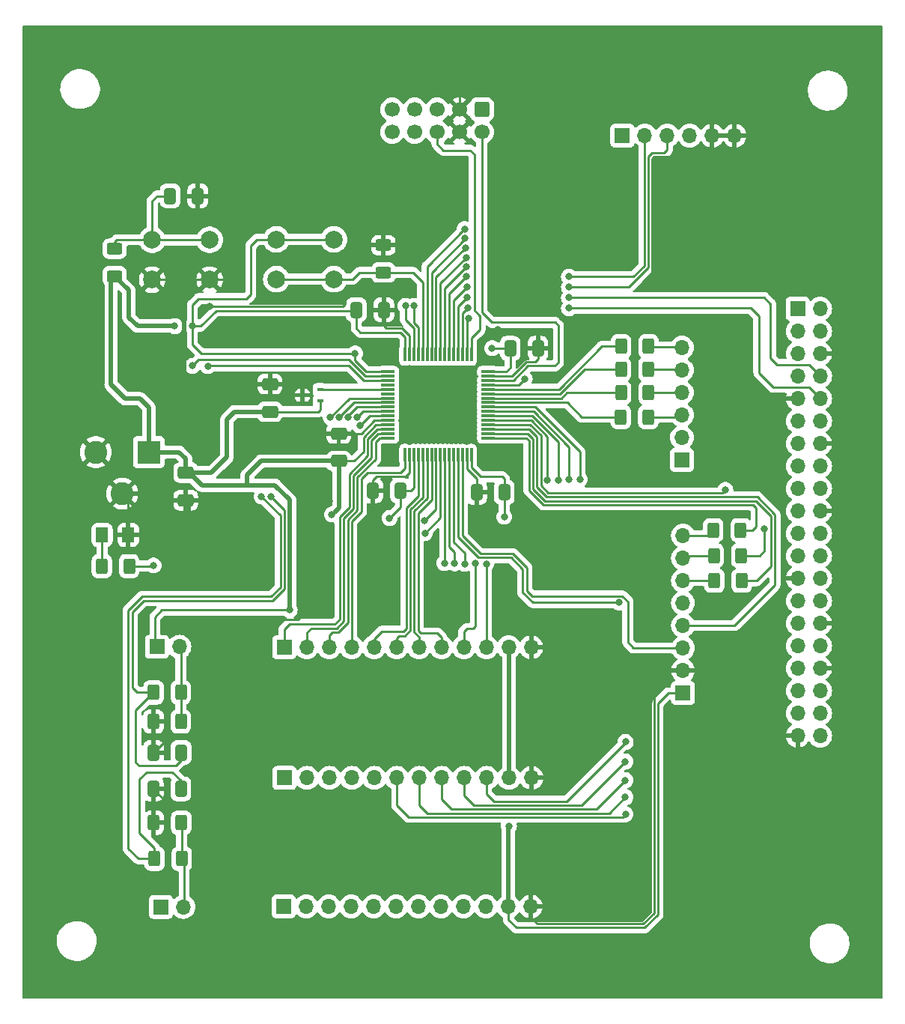
<source format=gbr>
%TF.GenerationSoftware,KiCad,Pcbnew,7.0.10*%
%TF.CreationDate,2024-03-06T16:59:48-05:00*%
%TF.ProjectId,Senior Design,53656e69-6f72-4204-9465-7369676e2e6b,rev?*%
%TF.SameCoordinates,Original*%
%TF.FileFunction,Copper,L1,Top*%
%TF.FilePolarity,Positive*%
%FSLAX46Y46*%
G04 Gerber Fmt 4.6, Leading zero omitted, Abs format (unit mm)*
G04 Created by KiCad (PCBNEW 7.0.10) date 2024-03-06 16:59:48*
%MOMM*%
%LPD*%
G01*
G04 APERTURE LIST*
G04 Aperture macros list*
%AMRoundRect*
0 Rectangle with rounded corners*
0 $1 Rounding radius*
0 $2 $3 $4 $5 $6 $7 $8 $9 X,Y pos of 4 corners*
0 Add a 4 corners polygon primitive as box body*
4,1,4,$2,$3,$4,$5,$6,$7,$8,$9,$2,$3,0*
0 Add four circle primitives for the rounded corners*
1,1,$1+$1,$2,$3*
1,1,$1+$1,$4,$5*
1,1,$1+$1,$6,$7*
1,1,$1+$1,$8,$9*
0 Add four rect primitives between the rounded corners*
20,1,$1+$1,$2,$3,$4,$5,0*
20,1,$1+$1,$4,$5,$6,$7,0*
20,1,$1+$1,$6,$7,$8,$9,0*
20,1,$1+$1,$8,$9,$2,$3,0*%
G04 Aperture macros list end*
%TA.AperFunction,SMDPad,CuDef*%
%ADD10RoundRect,0.250000X0.650000X-0.412500X0.650000X0.412500X-0.650000X0.412500X-0.650000X-0.412500X0*%
%TD*%
%TA.AperFunction,SMDPad,CuDef*%
%ADD11RoundRect,0.250000X-0.412500X-0.650000X0.412500X-0.650000X0.412500X0.650000X-0.412500X0.650000X0*%
%TD*%
%TA.AperFunction,SMDPad,CuDef*%
%ADD12RoundRect,0.250000X0.400000X0.625000X-0.400000X0.625000X-0.400000X-0.625000X0.400000X-0.625000X0*%
%TD*%
%TA.AperFunction,ComponentPad*%
%ADD13R,1.700000X1.700000*%
%TD*%
%TA.AperFunction,ComponentPad*%
%ADD14O,1.700000X1.700000*%
%TD*%
%TA.AperFunction,SMDPad,CuDef*%
%ADD15RoundRect,0.250000X0.412500X0.650000X-0.412500X0.650000X-0.412500X-0.650000X0.412500X-0.650000X0*%
%TD*%
%TA.AperFunction,SMDPad,CuDef*%
%ADD16RoundRect,0.250001X0.462499X0.624999X-0.462499X0.624999X-0.462499X-0.624999X0.462499X-0.624999X0*%
%TD*%
%TA.AperFunction,SMDPad,CuDef*%
%ADD17RoundRect,0.250000X-0.625000X0.400000X-0.625000X-0.400000X0.625000X-0.400000X0.625000X0.400000X0*%
%TD*%
%TA.AperFunction,ComponentPad*%
%ADD18C,2.600000*%
%TD*%
%TA.AperFunction,ComponentPad*%
%ADD19R,2.600000X2.600000*%
%TD*%
%TA.AperFunction,SMDPad,CuDef*%
%ADD20RoundRect,0.075000X-0.700000X-0.075000X0.700000X-0.075000X0.700000X0.075000X-0.700000X0.075000X0*%
%TD*%
%TA.AperFunction,SMDPad,CuDef*%
%ADD21RoundRect,0.075000X-0.075000X-0.700000X0.075000X-0.700000X0.075000X0.700000X-0.075000X0.700000X0*%
%TD*%
%TA.AperFunction,SMDPad,CuDef*%
%ADD22RoundRect,0.250000X-0.650000X0.412500X-0.650000X-0.412500X0.650000X-0.412500X0.650000X0.412500X0*%
%TD*%
%TA.AperFunction,ComponentPad*%
%ADD23C,2.000000*%
%TD*%
%TA.AperFunction,SMDPad,CuDef*%
%ADD24RoundRect,0.250000X-0.400000X-0.625000X0.400000X-0.625000X0.400000X0.625000X-0.400000X0.625000X0*%
%TD*%
%TA.AperFunction,ComponentPad*%
%ADD25RoundRect,0.250000X-0.600000X0.600000X-0.600000X-0.600000X0.600000X-0.600000X0.600000X0.600000X0*%
%TD*%
%TA.AperFunction,ComponentPad*%
%ADD26C,1.700000*%
%TD*%
%TA.AperFunction,SMDPad,CuDef*%
%ADD27R,0.700000X0.450000*%
%TD*%
%TA.AperFunction,ViaPad*%
%ADD28C,0.800000*%
%TD*%
%TA.AperFunction,ViaPad*%
%ADD29C,1.400000*%
%TD*%
%TA.AperFunction,Conductor*%
%ADD30C,0.250000*%
%TD*%
%TA.AperFunction,Conductor*%
%ADD31C,0.500000*%
%TD*%
G04 APERTURE END LIST*
D10*
%TO.P,C10,1*%
%TO.N,Power_3*%
X157750000Y-85952500D03*
%TO.P,C10,2*%
%TO.N,COM_GND*%
X157750000Y-82827500D03*
%TD*%
D11*
%TO.P,C7,1*%
%TO.N,COM_GND*%
X136775000Y-123000000D03*
%TO.P,C7,2*%
%TO.N,GOAL_BOT*%
X139900000Y-123000000D03*
%TD*%
D12*
%TO.P,R9,1*%
%TO.N,Net-(PWM_PORT1-PWM2)*%
X192790000Y-78210000D03*
%TO.P,R9,2*%
%TO.N,MOTOR2_SHIFT*%
X189690000Y-78210000D03*
%TD*%
D13*
%TO.P,SENSOR1,1*%
%TO.N,Moter1_0*%
X151580000Y-107010000D03*
D14*
%TO.P,SENSOR1,2*%
%TO.N,Moter1_1*%
X154120000Y-107010000D03*
%TO.P,SENSOR1,3*%
%TO.N,Moter1_2*%
X156660000Y-107010000D03*
%TO.P,SENSOR1,4*%
%TO.N,Moter1_3*%
X159200000Y-107010000D03*
%TO.P,SENSOR1,5*%
%TO.N,Moter1_4*%
X161740000Y-107010000D03*
%TO.P,SENSOR1,6*%
%TO.N,Moter1_5*%
X164280000Y-107010000D03*
%TO.P,SENSOR1,7*%
%TO.N,Moter1_6*%
X166820000Y-107010000D03*
%TO.P,SENSOR1,8*%
%TO.N,Moter1_7*%
X169360000Y-107010000D03*
%TO.P,SENSOR1,9*%
%TO.N,Moter1_8*%
X171900000Y-107010000D03*
%TO.P,SENSOR1,10*%
%TO.N,Moter1_9*%
X174440000Y-107010000D03*
%TO.P,SENSOR1,11,VDD*%
%TO.N,Power_3*%
X176980000Y-107010000D03*
%TO.P,SENSOR1,12,VSS*%
%TO.N,COM_GND*%
X179520000Y-107010000D03*
%TD*%
D15*
%TO.P,C9,1*%
%TO.N,Power_3*%
X164725000Y-89300000D03*
%TO.P,C9,2*%
%TO.N,COM_GND*%
X161600000Y-89300000D03*
%TD*%
D11*
%TO.P,C6,1*%
%TO.N,COM_GND*%
X136800000Y-118900000D03*
%TO.P,C6,2*%
%TO.N,GOAL_USR*%
X139925000Y-118900000D03*
%TD*%
D16*
%TO.P,Power1,1,K*%
%TO.N,COM_GND*%
X133950000Y-94300000D03*
%TO.P,Power1,2,A*%
%TO.N,Net-(Power1-A)*%
X130975000Y-94300000D03*
%TD*%
D11*
%TO.P,C4,1*%
%TO.N,Power_3*%
X177155000Y-73210000D03*
%TO.P,C4,2*%
%TO.N,COM_GND*%
X180280000Y-73210000D03*
%TD*%
D17*
%TO.P,R5,1*%
%TO.N,RESET*%
X132400000Y-61950000D03*
%TO.P,R5,2*%
%TO.N,Power_3*%
X132400000Y-65050000D03*
%TD*%
D13*
%TO.P,GOAL_BOT1,1,VDD*%
%TO.N,Power_3*%
X137630000Y-136340000D03*
D14*
%TO.P,GOAL_BOT1,2,OUT*%
%TO.N,GOAL_BOT_IN*%
X140170000Y-136340000D03*
%TD*%
D18*
%TO.P,BARREL_JACK1,3*%
%TO.N,COM_GND*%
X133270000Y-89640000D03*
%TO.P,BARREL_JACK1,2*%
X130270000Y-84940000D03*
D19*
%TO.P,BARREL_JACK1,1*%
%TO.N,Power_3*%
X136270000Y-84940000D03*
%TD*%
D13*
%TO.P,USER_INTERFACE1,1,VDD*%
%TO.N,Power_3*%
X196690000Y-112160000D03*
D14*
%TO.P,USER_INTERFACE1,2,VSS*%
%TO.N,COM_GND*%
X196690000Y-109620000D03*
%TO.P,USER_INTERFACE1,3,USER_START*%
%TO.N,USR_START*%
X196690000Y-107080000D03*
%TO.P,USER_INTERFACE1,4,USER_STOP*%
%TO.N,USR_STOP*%
X196690000Y-104540000D03*
%TO.P,USER_INTERFACE1,5,USER_RESET*%
%TO.N,USR_RST*%
X196690000Y-102000000D03*
%TO.P,USER_INTERFACE1,6,SPI_SCK*%
%TO.N,Net-(USER_INTERFACE1-SPI_SCK)*%
X196690000Y-99460000D03*
%TO.P,USER_INTERFACE1,7,SPI_MOSI*%
%TO.N,Net-(USER_INTERFACE1-SPI_MOSI)*%
X196690000Y-96920000D03*
%TO.P,USER_INTERFACE1,8,SPI_NSS*%
%TO.N,Net-(USER_INTERFACE1-SPI_NSS)*%
X196690000Y-94380000D03*
%TD*%
D17*
%TO.P,R6,1*%
%TO.N,COM_GND*%
X162800000Y-61550000D03*
%TO.P,R6,2*%
%TO.N,BOOT*%
X162800000Y-64650000D03*
%TD*%
D12*
%TO.P,R3,1*%
%TO.N,GOAL_BOT_IN*%
X139930000Y-126830000D03*
%TO.P,R3,2*%
%TO.N,COM_GND*%
X136830000Y-126830000D03*
%TD*%
D13*
%TO.P,PWM_PORT1,1,VDD*%
%TO.N,unconnected-(PWM_PORT1-VDD-Pad1)*%
X196580000Y-85810000D03*
D14*
%TO.P,PWM_PORT1,2,GND*%
%TO.N,unconnected-(PWM_PORT1-GND-Pad2)*%
X196580000Y-83270000D03*
%TO.P,PWM_PORT1,3,PWM1*%
%TO.N,Net-(PWM_PORT1-PWM1)*%
X196580000Y-80730000D03*
%TO.P,PWM_PORT1,4,PWM2*%
%TO.N,Net-(PWM_PORT1-PWM2)*%
X196580000Y-78190000D03*
%TO.P,PWM_PORT1,5,PWM3*%
%TO.N,Net-(PWM_PORT1-PWM3)*%
X196580000Y-75650000D03*
%TO.P,PWM_PORT1,6,PWM4*%
%TO.N,Net-(PWM_PORT1-PWM4)*%
X196580000Y-73110000D03*
%TD*%
D10*
%TO.P,C2,1*%
%TO.N,Power_3*%
X149970000Y-80372500D03*
%TO.P,C2,2*%
%TO.N,COM_GND*%
X149970000Y-77247500D03*
%TD*%
D13*
%TO.P,Jetson_Nano1,1,3.3_VDC*%
%TO.N,unconnected-(Jetson_Nano1-3.3_VDC-Pad1)*%
X209660000Y-68740000D03*
D14*
%TO.P,Jetson_Nano1,2,5_VDC*%
%TO.N,unconnected-(Jetson_Nano1-5_VDC-Pad2)*%
X212200000Y-68740000D03*
%TO.P,Jetson_Nano1,3,I2C_2_SDA*%
%TO.N,unconnected-(Jetson_Nano1-I2C_2_SDA-Pad3)*%
X209660000Y-71280000D03*
%TO.P,Jetson_Nano1,4,5_VDC*%
%TO.N,unconnected-(Jetson_Nano1-5_VDC-Pad4)*%
X212200000Y-71280000D03*
%TO.P,Jetson_Nano1,5,I2C_2_SCL*%
%TO.N,unconnected-(Jetson_Nano1-I2C_2_SCL-Pad5)*%
X209660000Y-73820000D03*
%TO.P,Jetson_Nano1,6,GND*%
%TO.N,COM_GND*%
X212200000Y-73820000D03*
%TO.P,Jetson_Nano1,7,AUDIO_MCLK*%
%TO.N,unconnected-(Jetson_Nano1-AUDIO_MCLK-Pad7)*%
X209660000Y-76360000D03*
%TO.P,Jetson_Nano1,8,UART_2_TX*%
%TO.N,USART3_RX*%
X212200000Y-76360000D03*
%TO.P,Jetson_Nano1,9,GND*%
%TO.N,COM_GND*%
X209660000Y-78900000D03*
%TO.P,Jetson_Nano1,10,UART_2_RX*%
%TO.N,USART3_TX*%
X212200000Y-78900000D03*
%TO.P,Jetson_Nano1,11,UART_2_RTS*%
%TO.N,unconnected-(Jetson_Nano1-UART_2_RTS-Pad11)*%
X209660000Y-81440000D03*
%TO.P,Jetson_Nano1,12,I2S_4_SCLK*%
%TO.N,unconnected-(Jetson_Nano1-I2S_4_SCLK-Pad12)*%
X212200000Y-81440000D03*
%TO.P,Jetson_Nano1,13,SPI_2_SCK*%
%TO.N,unconnected-(Jetson_Nano1-SPI_2_SCK-Pad13)*%
X209660000Y-83980000D03*
%TO.P,Jetson_Nano1,14,GND*%
%TO.N,COM_GND*%
X212200000Y-83980000D03*
%TO.P,Jetson_Nano1,15,LCD_TE*%
%TO.N,unconnected-(Jetson_Nano1-LCD_TE-Pad15)*%
X209660000Y-86520000D03*
%TO.P,Jetson_Nano1,16,SPI_2_CS1*%
%TO.N,unconnected-(Jetson_Nano1-SPI_2_CS1-Pad16)*%
X212200000Y-86520000D03*
%TO.P,Jetson_Nano1,17,3.3_VDC*%
%TO.N,unconnected-(Jetson_Nano1-3.3_VDC-Pad17)*%
X209660000Y-89060000D03*
%TO.P,Jetson_Nano1,18,SPI_2_CS0*%
%TO.N,unconnected-(Jetson_Nano1-SPI_2_CS0-Pad18)*%
X212200000Y-89060000D03*
%TO.P,Jetson_Nano1,19,SPI_1_MOSI*%
%TO.N,unconnected-(Jetson_Nano1-SPI_1_MOSI-Pad19)*%
X209660000Y-91600000D03*
%TO.P,Jetson_Nano1,20,GND*%
%TO.N,COM_GND*%
X212200000Y-91600000D03*
%TO.P,Jetson_Nano1,21,SPI_1_MISO*%
%TO.N,unconnected-(Jetson_Nano1-SPI_1_MISO-Pad21)*%
X209660000Y-94140000D03*
%TO.P,Jetson_Nano1,22,SPI_2_MISO*%
%TO.N,unconnected-(Jetson_Nano1-SPI_2_MISO-Pad22)*%
X212200000Y-94140000D03*
%TO.P,Jetson_Nano1,23,SPI_1_SCK*%
%TO.N,unconnected-(Jetson_Nano1-SPI_1_SCK-Pad23)*%
X209660000Y-96680000D03*
%TO.P,Jetson_Nano1,24,SPI_1_CS0*%
%TO.N,unconnected-(Jetson_Nano1-SPI_1_CS0-Pad24)*%
X212200000Y-96680000D03*
%TO.P,Jetson_Nano1,25,GND*%
%TO.N,COM_GND*%
X209660000Y-99220000D03*
%TO.P,Jetson_Nano1,26,SPI_1_CS1*%
%TO.N,unconnected-(Jetson_Nano1-SPI_1_CS1-Pad26)*%
X212200000Y-99220000D03*
%TO.P,Jetson_Nano1,27,I2C_1_SDA*%
%TO.N,unconnected-(Jetson_Nano1-I2C_1_SDA-Pad27)*%
X209660000Y-101760000D03*
%TO.P,Jetson_Nano1,28,I2C_1_SCL*%
%TO.N,unconnected-(Jetson_Nano1-I2C_1_SCL-Pad28)*%
X212200000Y-101760000D03*
%TO.P,Jetson_Nano1,29,CAM_AF_EN*%
%TO.N,unconnected-(Jetson_Nano1-CAM_AF_EN-Pad29)*%
X209660000Y-104300000D03*
%TO.P,Jetson_Nano1,30,GND*%
%TO.N,COM_GND*%
X212200000Y-104300000D03*
%TO.P,Jetson_Nano1,31,GPIO_PZ0*%
%TO.N,unconnected-(Jetson_Nano1-GPIO_PZ0-Pad31)*%
X209660000Y-106840000D03*
%TO.P,Jetson_Nano1,32,LCD_BL_PWM*%
%TO.N,unconnected-(Jetson_Nano1-LCD_BL_PWM-Pad32)*%
X212200000Y-106840000D03*
%TO.P,Jetson_Nano1,33,GPIO_PE6*%
%TO.N,unconnected-(Jetson_Nano1-GPIO_PE6-Pad33)*%
X209660000Y-109380000D03*
%TO.P,Jetson_Nano1,34,GND*%
%TO.N,COM_GND*%
X212200000Y-109380000D03*
%TO.P,Jetson_Nano1,35,I2S_4_LRCK*%
%TO.N,unconnected-(Jetson_Nano1-I2S_4_LRCK-Pad35)*%
X209660000Y-111920000D03*
%TO.P,Jetson_Nano1,36,UART_2_CTS*%
%TO.N,unconnected-(Jetson_Nano1-UART_2_CTS-Pad36)*%
X212200000Y-111920000D03*
%TO.P,Jetson_Nano1,37,SPI_2_MOSI*%
%TO.N,unconnected-(Jetson_Nano1-SPI_2_MOSI-Pad37)*%
X209660000Y-114460000D03*
%TO.P,Jetson_Nano1,38,I2S_4_SDIN*%
%TO.N,unconnected-(Jetson_Nano1-I2S_4_SDIN-Pad38)*%
X212200000Y-114460000D03*
%TO.P,Jetson_Nano1,39,GND*%
%TO.N,COM_GND*%
X209660000Y-117000000D03*
%TO.P,Jetson_Nano1,40,I2S_4_SDOUT*%
%TO.N,unconnected-(Jetson_Nano1-I2S_4_SDOUT-Pad40)*%
X212200000Y-117000000D03*
%TD*%
D20*
%TO.P,U1,1,VBAT*%
%TO.N,Power_3*%
X163325000Y-75850000D03*
%TO.P,U1,2,PC13*%
%TO.N,GOAL_BOT*%
X163325000Y-76350000D03*
%TO.P,U1,3,PC14*%
%TO.N,GOAL_USR*%
X163325000Y-76850000D03*
%TO.P,U1,4,PC15*%
%TO.N,unconnected-(U1-PC15-Pad4)*%
X163325000Y-77350000D03*
%TO.P,U1,5,PF0*%
%TO.N,OSC_IN*%
X163325000Y-77850000D03*
%TO.P,U1,6,PF1*%
%TO.N,unconnected-(U1-PF1-Pad6)*%
X163325000Y-78350000D03*
%TO.P,U1,7,NRST*%
%TO.N,RESET*%
X163325000Y-78850000D03*
%TO.P,U1,8,PC0*%
%TO.N,Moter3_0*%
X163325000Y-79350000D03*
%TO.P,U1,9,PC1*%
%TO.N,Moter3_1*%
X163325000Y-79850000D03*
%TO.P,U1,10,PC2*%
%TO.N,Moter3_2*%
X163325000Y-80350000D03*
%TO.P,U1,11,PC3*%
%TO.N,Moter3_3*%
X163325000Y-80850000D03*
%TO.P,U1,12,VSSA*%
%TO.N,COM_GND*%
X163325000Y-81350000D03*
%TO.P,U1,13,VDDA*%
%TO.N,Power_3*%
X163325000Y-81850000D03*
%TO.P,U1,14,PA0*%
%TO.N,Moter1_0*%
X163325000Y-82350000D03*
%TO.P,U1,15,PA1*%
%TO.N,Moter1_1*%
X163325000Y-82850000D03*
%TO.P,U1,16,PA2*%
%TO.N,Moter1_2*%
X163325000Y-83350000D03*
D21*
%TO.P,U1,17,PA3*%
%TO.N,Moter1_3*%
X165250000Y-85275000D03*
%TO.P,U1,18,VSS*%
%TO.N,COM_GND*%
X165750000Y-85275000D03*
%TO.P,U1,19,VDD*%
%TO.N,Power_3*%
X166250000Y-85275000D03*
%TO.P,U1,20,PA4*%
%TO.N,Moter1_4*%
X166750000Y-85275000D03*
%TO.P,U1,21,PA5*%
%TO.N,Moter1_5*%
X167250000Y-85275000D03*
%TO.P,U1,22,PA6*%
%TO.N,Moter1_6*%
X167750000Y-85275000D03*
%TO.P,U1,23,PA7*%
%TO.N,Moter1_7*%
X168250000Y-85275000D03*
%TO.P,U1,24,PC4*%
%TO.N,Moter3_4*%
X168750000Y-85275000D03*
%TO.P,U1,25,PC5*%
%TO.N,Moter3_5*%
X169250000Y-85275000D03*
%TO.P,U1,26,PB0*%
%TO.N,Moter2_0*%
X169750000Y-85275000D03*
%TO.P,U1,27,PB1*%
%TO.N,Moter2_1*%
X170250000Y-85275000D03*
%TO.P,U1,28,PB2*%
%TO.N,Moter2_2*%
X170750000Y-85275000D03*
%TO.P,U1,29,PB10*%
%TO.N,USR_RST*%
X171250000Y-85275000D03*
%TO.P,U1,30,PB11*%
%TO.N,USR_START*%
X171750000Y-85275000D03*
%TO.P,U1,31,VSS*%
%TO.N,COM_GND*%
X172250000Y-85275000D03*
%TO.P,U1,32,VDD*%
%TO.N,Power_3*%
X172750000Y-85275000D03*
D20*
%TO.P,U1,33,PB12*%
%TO.N,SPI2_NSS_USR*%
X174675000Y-83350000D03*
%TO.P,U1,34,PB13*%
%TO.N,SPI2_SCK_USR*%
X174675000Y-82850000D03*
%TO.P,U1,35,PB14*%
%TO.N,USR_STOP*%
X174675000Y-82350000D03*
%TO.P,U1,36,PB15*%
%TO.N,SPI2_MOSI_USR*%
X174675000Y-81850000D03*
%TO.P,U1,37,PC6*%
%TO.N,Moter3_6*%
X174675000Y-81350000D03*
%TO.P,U1,38,PC7*%
%TO.N,Moter3_7*%
X174675000Y-80850000D03*
%TO.P,U1,39,PC8*%
%TO.N,Moter3_8*%
X174675000Y-80350000D03*
%TO.P,U1,40,PC9*%
%TO.N,Moter3_9*%
X174675000Y-79850000D03*
%TO.P,U1,41,PA8*%
%TO.N,MOTOR1_SHIFT*%
X174675000Y-79350000D03*
%TO.P,U1,42,PA9*%
%TO.N,MOTOR2_SHIFT*%
X174675000Y-78850000D03*
%TO.P,U1,43,PA10*%
%TO.N,MOTOR3_SHIFT*%
X174675000Y-78350000D03*
%TO.P,U1,44,PA11*%
%TO.N,MOTOR_SWING*%
X174675000Y-77850000D03*
%TO.P,U1,45,PA12*%
%TO.N,Moter1_8*%
X174675000Y-77350000D03*
%TO.P,U1,46,PA13*%
%TO.N,SWDIO1*%
X174675000Y-76850000D03*
%TO.P,U1,47,VSS*%
%TO.N,COM_GND*%
X174675000Y-76350000D03*
%TO.P,U1,48,VDDIO2*%
%TO.N,Power_3*%
X174675000Y-75850000D03*
D21*
%TO.P,U1,49,PA14*%
%TO.N,SWCLK1*%
X172750000Y-73925000D03*
%TO.P,U1,50,PA15*%
%TO.N,Moter1_9*%
X172250000Y-73925000D03*
%TO.P,U1,51,PC10*%
%TO.N,USART3_TX*%
X171750000Y-73925000D03*
%TO.P,U1,52,PC11*%
%TO.N,USART3_RX*%
X171250000Y-73925000D03*
%TO.P,U1,53,PC12*%
%TO.N,USART5_TX1*%
X170750000Y-73925000D03*
%TO.P,U1,54,PD2*%
%TO.N,USART5_RX1*%
X170250000Y-73925000D03*
%TO.P,U1,55,PB3*%
%TO.N,Moter2_3*%
X169750000Y-73925000D03*
%TO.P,U1,56,PB4*%
%TO.N,Moter2_4*%
X169250000Y-73925000D03*
%TO.P,U1,57,PB5*%
%TO.N,Moter2_5*%
X168750000Y-73925000D03*
%TO.P,U1,58,PB6*%
%TO.N,Moter2_6*%
X168250000Y-73925000D03*
%TO.P,U1,59,PB7*%
%TO.N,Moter2_7*%
X167750000Y-73925000D03*
%TO.P,U1,60,PF11*%
%TO.N,BOOT*%
X167250000Y-73925000D03*
%TO.P,U1,61,PB8*%
%TO.N,Moter2_8*%
X166750000Y-73925000D03*
%TO.P,U1,62,PB9*%
%TO.N,Moter2_9*%
X166250000Y-73925000D03*
%TO.P,U1,63,VSS*%
%TO.N,COM_GND*%
X165750000Y-73925000D03*
%TO.P,U1,64,VDD*%
%TO.N,Power_3*%
X165250000Y-73925000D03*
%TD*%
D22*
%TO.P,C8,1*%
%TO.N,Power_3*%
X140440000Y-87255000D03*
%TO.P,C8,2*%
%TO.N,COM_GND*%
X140440000Y-90380000D03*
%TD*%
D13*
%TO.P,GOAL_USER1,1,VDD*%
%TO.N,Power_3*%
X137180000Y-106950000D03*
D14*
%TO.P,GOAL_USER1,2,OUT*%
%TO.N,GOAL_USR_IN*%
X139720000Y-106950000D03*
%TD*%
D15*
%TO.P,C5,1*%
%TO.N,Power_3*%
X176480000Y-89480000D03*
%TO.P,C5,2*%
%TO.N,COM_GND*%
X173355000Y-89480000D03*
%TD*%
D12*
%TO.P,R1,1*%
%TO.N,GOAL_USR_IN*%
X139900000Y-115390000D03*
%TO.P,R1,2*%
%TO.N,COM_GND*%
X136800000Y-115390000D03*
%TD*%
D11*
%TO.P,C1,1*%
%TO.N,RESET*%
X138675000Y-56000000D03*
%TO.P,C1,2*%
%TO.N,COM_GND*%
X141800000Y-56000000D03*
%TD*%
D23*
%TO.P,BOOT1,1,1*%
%TO.N,Power_3*%
X150700000Y-60900000D03*
X157200000Y-60900000D03*
%TO.P,BOOT1,2,2*%
%TO.N,BOOT*%
X150700000Y-65400000D03*
X157200000Y-65400000D03*
%TD*%
D13*
%TO.P,SENSOR2,1*%
%TO.N,Moter2_0*%
X151620000Y-121760000D03*
D14*
%TO.P,SENSOR2,2*%
%TO.N,Moter2_1*%
X154160000Y-121760000D03*
%TO.P,SENSOR2,3*%
%TO.N,Moter2_2*%
X156700000Y-121760000D03*
%TO.P,SENSOR2,4*%
%TO.N,Moter2_3*%
X159240000Y-121760000D03*
%TO.P,SENSOR2,5*%
%TO.N,Moter2_4*%
X161780000Y-121760000D03*
%TO.P,SENSOR2,6*%
%TO.N,Moter2_5*%
X164320000Y-121760000D03*
%TO.P,SENSOR2,7*%
%TO.N,Moter2_6*%
X166860000Y-121760000D03*
%TO.P,SENSOR2,8*%
%TO.N,Moter2_7*%
X169400000Y-121760000D03*
%TO.P,SENSOR2,9*%
%TO.N,Moter2_8*%
X171940000Y-121760000D03*
%TO.P,SENSOR2,10*%
%TO.N,Moter2_9*%
X174480000Y-121760000D03*
%TO.P,SENSOR2,11,VDD*%
%TO.N,Power_3*%
X177020000Y-121760000D03*
%TO.P,SENSOR2,12,VSS*%
%TO.N,COM_GND*%
X179560000Y-121760000D03*
%TD*%
D24*
%TO.P,R12,1*%
%TO.N,Net-(USER_INTERFACE1-SPI_NSS)*%
X200110000Y-93770000D03*
%TO.P,R12,2*%
%TO.N,SPI2_NSS_USR*%
X203210000Y-93770000D03*
%TD*%
D25*
%TO.P,10pin_IDC_SWD1,1,RESET*%
%TO.N,RESET*%
X173950000Y-46220000D03*
D26*
%TO.P,10pin_IDC_SWD1,2,GND*%
%TO.N,COM_GND*%
X171410000Y-46220000D03*
%TO.P,10pin_IDC_SWD1,3,SWIM*%
%TO.N,unconnected-(10pin_IDC_SWD1-SWIM-Pad3)*%
X168870000Y-46220000D03*
%TO.P,10pin_IDC_SWD1,4,+3.3V*%
%TO.N,unconnected-(10pin_IDC_SWD1-+3.3V-Pad4)*%
X166330000Y-46220000D03*
%TO.P,10pin_IDC_SWD1,5,+5V*%
%TO.N,unconnected-(10pin_IDC_SWD1-+5V-Pad5)*%
X163790000Y-46220000D03*
%TO.P,10pin_IDC_SWD1,6,SWDIO*%
%TO.N,SWDIO1*%
X173950000Y-48760000D03*
%TO.P,10pin_IDC_SWD1,7,GND*%
%TO.N,COM_GND*%
X171410000Y-48760000D03*
%TO.P,10pin_IDC_SWD1,8,SWCLK*%
%TO.N,SWCLK1*%
X168870000Y-48760000D03*
%TO.P,10pin_IDC_SWD1,9,+3.3V*%
%TO.N,unconnected-(10pin_IDC_SWD1-+3.3V-Pad9)*%
X166330000Y-48760000D03*
%TO.P,10pin_IDC_SWD1,10,+5V*%
%TO.N,unconnected-(10pin_IDC_SWD1-+5V-Pad10)*%
X163790000Y-48760000D03*
%TD*%
D11*
%TO.P,C3,1*%
%TO.N,Power_3*%
X159735000Y-68860000D03*
%TO.P,C3,2*%
%TO.N,COM_GND*%
X162860000Y-68860000D03*
%TD*%
D12*
%TO.P,R11,1*%
%TO.N,Net-(PWM_PORT1-PWM4)*%
X192790000Y-73000000D03*
%TO.P,R11,2*%
%TO.N,MOTOR_SWING*%
X189690000Y-73000000D03*
%TD*%
D13*
%TO.P,Serial_Adapter1,1,DTR*%
%TO.N,unconnected-(Serial_Adapter1-DTR-Pad1)*%
X189830000Y-49150000D03*
D14*
%TO.P,Serial_Adapter1,2,RX*%
%TO.N,USART5_RX1*%
X192370000Y-49150000D03*
%TO.P,Serial_Adapter1,3,TX*%
%TO.N,USART5_TX1*%
X194910000Y-49150000D03*
%TO.P,Serial_Adapter1,4,VCC*%
%TO.N,unconnected-(Serial_Adapter1-VCC-Pad4)*%
X197450000Y-49150000D03*
%TO.P,Serial_Adapter1,5,CTS*%
%TO.N,COM_GND*%
X199990000Y-49150000D03*
%TO.P,Serial_Adapter1,6,GND*%
X202530000Y-49150000D03*
%TD*%
D27*
%TO.P,CLOCK1,1,V+*%
%TO.N,Power_3*%
X155650000Y-79170000D03*
%TO.P,CLOCK1,2,CLOCK*%
%TO.N,OSC_IN*%
X155650000Y-77870000D03*
%TO.P,CLOCK1,3,GND*%
%TO.N,COM_GND*%
X153650000Y-78520000D03*
%TD*%
D24*
%TO.P,R14,1*%
%TO.N,Net-(USER_INTERFACE1-SPI_SCK)*%
X200230000Y-99470000D03*
%TO.P,R14,2*%
%TO.N,SPI2_SCK_USR*%
X203330000Y-99470000D03*
%TD*%
%TO.P,R13,1*%
%TO.N,Net-(USER_INTERFACE1-SPI_MOSI)*%
X200170000Y-96640000D03*
%TO.P,R13,2*%
%TO.N,SPI2_MOSI_USR*%
X203270000Y-96640000D03*
%TD*%
D12*
%TO.P,R10,1*%
%TO.N,Net-(PWM_PORT1-PWM3)*%
X192770000Y-75580000D03*
%TO.P,R10,2*%
%TO.N,MOTOR3_SHIFT*%
X189670000Y-75580000D03*
%TD*%
D23*
%TO.P,RESET1,1,1*%
%TO.N,RESET*%
X136650000Y-60950000D03*
X143150000Y-60950000D03*
%TO.P,RESET1,2,2*%
%TO.N,COM_GND*%
X136650000Y-65450000D03*
X143150000Y-65450000D03*
%TD*%
D13*
%TO.P,SENSOR3,1*%
%TO.N,Moter3_0*%
X151540000Y-136290000D03*
D14*
%TO.P,SENSOR3,2*%
%TO.N,Moter3_1*%
X154080000Y-136290000D03*
%TO.P,SENSOR3,3*%
%TO.N,Moter3_2*%
X156620000Y-136290000D03*
%TO.P,SENSOR3,4*%
%TO.N,Moter3_3*%
X159160000Y-136290000D03*
%TO.P,SENSOR3,5*%
%TO.N,Moter3_4*%
X161700000Y-136290000D03*
%TO.P,SENSOR3,6*%
%TO.N,Moter3_5*%
X164240000Y-136290000D03*
%TO.P,SENSOR3,7*%
%TO.N,Moter3_6*%
X166780000Y-136290000D03*
%TO.P,SENSOR3,8*%
%TO.N,Moter3_7*%
X169320000Y-136290000D03*
%TO.P,SENSOR3,9*%
%TO.N,Moter3_8*%
X171860000Y-136290000D03*
%TO.P,SENSOR3,10*%
%TO.N,Moter3_9*%
X174400000Y-136290000D03*
%TO.P,SENSOR3,11,VDD*%
%TO.N,Power_3*%
X176940000Y-136290000D03*
%TO.P,SENSOR3,12,VSS*%
%TO.N,COM_GND*%
X179480000Y-136290000D03*
%TD*%
D12*
%TO.P,R7,1*%
%TO.N,Power_3*%
X134050000Y-97830000D03*
%TO.P,R7,2*%
%TO.N,Net-(Power1-A)*%
X130950000Y-97830000D03*
%TD*%
%TO.P,R8,1*%
%TO.N,Net-(PWM_PORT1-PWM1)*%
X192760000Y-80970000D03*
%TO.P,R8,2*%
%TO.N,MOTOR1_SHIFT*%
X189660000Y-80970000D03*
%TD*%
%TO.P,R4,1*%
%TO.N,GOAL_BOT_IN*%
X140000000Y-130900000D03*
%TO.P,R4,2*%
%TO.N,GOAL_BOT*%
X136900000Y-130900000D03*
%TD*%
%TO.P,R2,1*%
%TO.N,GOAL_USR_IN*%
X139900000Y-112100000D03*
%TO.P,R2,2*%
%TO.N,GOAL_USR*%
X136800000Y-112100000D03*
%TD*%
D28*
%TO.N,RESET*%
X156800000Y-81000000D03*
%TO.N,COM_GND*%
X173312505Y-91459817D03*
X176720000Y-100320000D03*
X179500000Y-127200000D03*
D29*
X212770000Y-54600000D03*
D28*
X140640000Y-93900000D03*
X185390000Y-47090000D03*
X175760000Y-71125000D03*
X171450000Y-100340000D03*
X154000000Y-101500000D03*
X143150000Y-68500000D03*
X156660000Y-90480000D03*
X142800000Y-84600000D03*
X151980000Y-84620000D03*
X162900000Y-67150000D03*
X188250000Y-41380000D03*
X153500000Y-91800000D03*
X161600000Y-91271054D03*
X162800000Y-56000000D03*
%TO.N,USART3_RX*%
X172270000Y-67490000D03*
X183800000Y-67490000D03*
%TO.N,USART3_TX*%
X183800000Y-68680000D03*
X172330000Y-68660000D03*
%TO.N,GOAL_BOT*%
X149027806Y-89952930D03*
X141200000Y-75200000D03*
%TO.N,Moter3_0*%
X157812653Y-81012653D03*
%TO.N,Moter3_1*%
X158833277Y-81017335D03*
%TO.N,Moter3_2*%
X159832812Y-80986761D03*
%TO.N,Moter3_3*%
X160166852Y-81966852D03*
%TO.N,Moter3_4*%
X167475000Y-92700871D03*
%TO.N,Moter3_5*%
X167500000Y-94100000D03*
%TO.N,Moter2_0*%
X169690000Y-97490000D03*
%TO.N,USART5_TX1*%
X183800000Y-66290000D03*
X172230000Y-66280000D03*
%TO.N,USART5_RX1*%
X172210000Y-65110000D03*
X183800000Y-65110000D03*
%TO.N,Moter2_1*%
X170860000Y-97510000D03*
%TO.N,Moter2_2*%
X172000000Y-97560000D03*
%TO.N,USR_RST*%
X189430000Y-101940000D03*
%TO.N,SPI2_MOSI_USR*%
X201470000Y-89200000D03*
X205905000Y-93630000D03*
%TO.N,Moter3_6*%
X181360000Y-88090000D03*
%TO.N,Moter3_7*%
X182590000Y-88120000D03*
%TO.N,Moter3_8*%
X183820000Y-88050000D03*
%TO.N,Moter3_9*%
X185020000Y-88020000D03*
%TO.N,Moter1_8*%
X173190000Y-97530000D03*
X178775786Y-76649520D03*
%TO.N,Moter1_9*%
X172475000Y-69832500D03*
X174440000Y-97590000D03*
%TO.N,Moter2_3*%
X172190000Y-63990000D03*
%TO.N,Moter2_4*%
X172150000Y-62930000D03*
%TO.N,Moter2_5*%
X172110000Y-61840000D03*
X190180000Y-125880000D03*
%TO.N,Moter2_6*%
X172050000Y-60770000D03*
X190170000Y-123950000D03*
%TO.N,Moter2_7*%
X190170000Y-122030000D03*
X171980000Y-59750000D03*
%TO.N,GOAL_USR*%
X150100000Y-90000000D03*
X142950000Y-75225000D03*
%TO.N,Moter2_8*%
X190170000Y-119920000D03*
X166300000Y-68400000D03*
%TO.N,Moter2_9*%
X165299997Y-68400000D03*
X190200000Y-117700000D03*
%TO.N,Power_3*%
X177000000Y-127200000D03*
X141200000Y-70700000D03*
X163500000Y-92400000D03*
X139200000Y-70700000D03*
X159600000Y-73800000D03*
X176480000Y-92250000D03*
X136800000Y-97750000D03*
X175100000Y-73200000D03*
X156975000Y-91996054D03*
X152200000Y-102800000D03*
%TD*%
D30*
%TO.N,COM_GND*%
X133940000Y-90310000D02*
X133270000Y-89640000D01*
X133950000Y-94300000D02*
X133940000Y-94290000D01*
X133940000Y-94290000D02*
X133940000Y-90310000D01*
D31*
X138850000Y-90380000D02*
X140440000Y-90380000D01*
X138110000Y-89640000D02*
X138850000Y-90380000D01*
X133270000Y-89640000D02*
X138110000Y-89640000D01*
X140770000Y-90710000D02*
X140440000Y-90380000D01*
X140770000Y-93770000D02*
X140770000Y-90710000D01*
X140640000Y-93900000D02*
X140770000Y-93770000D01*
%TO.N,Power_3*%
X132000000Y-77300000D02*
X132000000Y-65450000D01*
X133600000Y-78900000D02*
X132000000Y-77300000D01*
X136270000Y-79870000D02*
X135300000Y-78900000D01*
X136270000Y-84940000D02*
X136270000Y-79870000D01*
X135300000Y-78900000D02*
X133600000Y-78900000D01*
X140440000Y-87255000D02*
X140440000Y-85690000D01*
X139690000Y-84940000D02*
X136270000Y-84940000D01*
X140440000Y-85690000D02*
X139690000Y-84940000D01*
D30*
%TO.N,RESET*%
X137180000Y-56000000D02*
X138675000Y-56000000D01*
X158950000Y-78850000D02*
X163325000Y-78850000D01*
X132400000Y-61190000D02*
X132650000Y-60940000D01*
X136650000Y-60950000D02*
X136650000Y-56530000D01*
X136640000Y-60940000D02*
X136650000Y-60950000D01*
X156800000Y-81000000D02*
X158950000Y-78850000D01*
X136650000Y-60950000D02*
X143150000Y-60950000D01*
X136650000Y-56530000D02*
X137180000Y-56000000D01*
X132400000Y-61950000D02*
X132400000Y-61190000D01*
X132650000Y-60940000D02*
X136640000Y-60940000D01*
%TO.N,COM_GND*%
X151980000Y-84620000D02*
X152000000Y-84640000D01*
X213440000Y-73720000D02*
X214360000Y-72800000D01*
X154000000Y-103030000D02*
X153140000Y-103890000D01*
X173355000Y-89480000D02*
X173350000Y-89475000D01*
X162800000Y-61550000D02*
X162800000Y-56000000D01*
X212910000Y-65650000D02*
X194130000Y-65650000D01*
X198930000Y-43630000D02*
X171990000Y-43630000D01*
X136800000Y-118900000D02*
X136800000Y-115390000D01*
X173355000Y-91417322D02*
X173355000Y-89480000D01*
X175785000Y-71150000D02*
X179540000Y-71150000D01*
X193396396Y-51560000D02*
X202110000Y-51560000D01*
X136830000Y-123055000D02*
X136775000Y-123000000D01*
X154820000Y-90480000D02*
X153500000Y-91800000D01*
X179480000Y-127220000D02*
X179500000Y-127200000D01*
X152800000Y-78520000D02*
X153650000Y-78520000D01*
X141800000Y-58580000D02*
X142330000Y-59110000D01*
X180280000Y-71890000D02*
X180280000Y-73210000D01*
X193400000Y-137013604D02*
X192163604Y-138250000D01*
X141600000Y-124400000D02*
X141600000Y-117287000D01*
X151980000Y-84620000D02*
X151980000Y-83490000D01*
X202530000Y-49150000D02*
X199990000Y-49150000D01*
X162860000Y-67190000D02*
X162860000Y-68860000D01*
X171990000Y-43630000D02*
X171410000Y-44210000D01*
X141000000Y-125000000D02*
X141600000Y-124400000D01*
X142313000Y-117287000D02*
X141600000Y-117287000D01*
X179540000Y-71150000D02*
X180280000Y-71890000D01*
X165300000Y-87700000D02*
X165750000Y-87250000D01*
X202530000Y-51140000D02*
X202530000Y-49150000D01*
X153140000Y-103890000D02*
X144910000Y-103890000D01*
X196690000Y-109620000D02*
X194380000Y-109620000D01*
D31*
X179460000Y-127240000D02*
X179480000Y-127220000D01*
D30*
X173350000Y-89475000D02*
X173350000Y-87916396D01*
X162900000Y-67150000D02*
X158860000Y-67150000D01*
X141800000Y-56000000D02*
X141800000Y-58580000D01*
D31*
X149970000Y-77247500D02*
X149957500Y-77260000D01*
D30*
X138775000Y-125000000D02*
X141000000Y-125000000D01*
X138413000Y-117287000D02*
X141500000Y-117287000D01*
X158500000Y-67510000D02*
X158500000Y-68190000D01*
X156660000Y-90480000D02*
X154820000Y-90480000D01*
X136650000Y-65450000D02*
X143150000Y-65450000D01*
X193200000Y-64720000D02*
X193200000Y-51756396D01*
X158500000Y-68190000D02*
X158190000Y-68500000D01*
X136800000Y-118900000D02*
X138413000Y-117287000D01*
X173312505Y-91459817D02*
X173355000Y-91417322D01*
X143150000Y-68500000D02*
X143325000Y-68675000D01*
D31*
X142800000Y-78900000D02*
X142800000Y-84600000D01*
D30*
X162000000Y-87700000D02*
X165300000Y-87700000D01*
X202110000Y-51560000D02*
X202530000Y-51140000D01*
X142330000Y-59110000D02*
X145010000Y-59110000D01*
X154000000Y-101500000D02*
X154000000Y-103030000D01*
X179540000Y-121740000D02*
X179560000Y-121760000D01*
X162860000Y-70660000D02*
X162860000Y-68860000D01*
X165750000Y-87250000D02*
X165750000Y-85275000D01*
X180190000Y-138250000D02*
X179480000Y-137540000D01*
D31*
X140250000Y-82970000D02*
X140250000Y-69050000D01*
D30*
X162800000Y-56000000D02*
X141800000Y-56000000D01*
X158190000Y-68500000D02*
X143325000Y-68500000D01*
X214360000Y-67100000D02*
X212910000Y-65650000D01*
D31*
X179460000Y-136270000D02*
X179460000Y-127240000D01*
D30*
X179520000Y-107010000D02*
X179540000Y-107030000D01*
X178973604Y-74740000D02*
X179960000Y-74740000D01*
X151527500Y-77247500D02*
X152800000Y-78520000D01*
X171410000Y-44210000D02*
X171410000Y-46220000D01*
D31*
X179540000Y-107030000D02*
X179540000Y-121740000D01*
D30*
X199990000Y-49150000D02*
X199990000Y-44690000D01*
X164886396Y-70950000D02*
X163150000Y-70950000D01*
X145010000Y-59110000D02*
X145500000Y-59600000D01*
D31*
X144440000Y-77260000D02*
X142800000Y-78900000D01*
D30*
X214360000Y-72800000D02*
X214360000Y-67100000D01*
X151980000Y-83490000D02*
X152642500Y-82827500D01*
X158860000Y-67150000D02*
X158500000Y-67510000D01*
X152642500Y-82827500D02*
X160331510Y-82827500D01*
X136775000Y-123000000D02*
X138775000Y-125000000D01*
X161809010Y-81350000D02*
X163325000Y-81350000D01*
X136830000Y-126830000D02*
X136830000Y-123055000D01*
X192163604Y-138250000D02*
X180190000Y-138250000D01*
X145500000Y-64820000D02*
X144870000Y-65450000D01*
D31*
X153990000Y-92290000D02*
X153990000Y-101490000D01*
D30*
X193400000Y-110600000D02*
X193400000Y-137013604D01*
D31*
X141880000Y-84600000D02*
X140250000Y-82970000D01*
D30*
X177363604Y-76350000D02*
X178973604Y-74740000D01*
X163150000Y-70950000D02*
X162860000Y-70660000D01*
D31*
X140250000Y-69050000D02*
X136650000Y-65450000D01*
D30*
X194380000Y-109620000D02*
X193400000Y-110600000D01*
X144910000Y-103890000D02*
X142800000Y-106000000D01*
X145500000Y-59600000D02*
X145500000Y-64820000D01*
D31*
X179480000Y-136290000D02*
X179460000Y-136270000D01*
D30*
X173350000Y-87916396D02*
X172250000Y-86816396D01*
X165750000Y-71813604D02*
X164886396Y-70950000D01*
X149970000Y-77247500D02*
X151527500Y-77247500D01*
X161600000Y-89300000D02*
X161600000Y-88100000D01*
X144870000Y-65450000D02*
X143150000Y-65450000D01*
X194130000Y-65650000D02*
X193200000Y-64720000D01*
X199990000Y-44690000D02*
X198930000Y-43630000D01*
X165750000Y-73925000D02*
X165750000Y-71813604D01*
X162900000Y-67150000D02*
X162860000Y-67190000D01*
X142800000Y-116800000D02*
X142313000Y-117287000D01*
X152000000Y-84640000D02*
X152000000Y-84870000D01*
X142800000Y-106000000D02*
X142800000Y-116800000D01*
D31*
X142800000Y-84600000D02*
X141880000Y-84600000D01*
D30*
X172250000Y-86816396D02*
X172250000Y-85275000D01*
X180280000Y-74420000D02*
X180280000Y-73210000D01*
X160331510Y-82827500D02*
X161809010Y-81350000D01*
X174675000Y-76350000D02*
X177363604Y-76350000D01*
D31*
X153500000Y-91800000D02*
X153990000Y-92290000D01*
D30*
X175760000Y-71125000D02*
X175785000Y-71150000D01*
X141500000Y-117287000D02*
X141600000Y-117287000D01*
X212140000Y-73720000D02*
X213440000Y-73720000D01*
D31*
X153990000Y-101490000D02*
X154000000Y-101500000D01*
X149957500Y-77260000D02*
X144440000Y-77260000D01*
D30*
X179480000Y-137540000D02*
X179480000Y-136290000D01*
X161600000Y-88100000D02*
X162000000Y-87700000D01*
X161600000Y-91271054D02*
X161600000Y-89300000D01*
X179960000Y-74740000D02*
X180280000Y-74420000D01*
X193200000Y-51756396D02*
X193396396Y-51560000D01*
%TO.N,OSC_IN*%
X155690000Y-77850000D02*
X163325000Y-77850000D01*
%TO.N,USART3_RX*%
X210940000Y-75060000D02*
X212140000Y-76260000D01*
X172270000Y-67490000D02*
X171250000Y-68510000D01*
X207360000Y-75060000D02*
X210940000Y-75060000D01*
X205900000Y-67490000D02*
X206600000Y-68190000D01*
X206600000Y-74300000D02*
X207360000Y-75060000D01*
X171250000Y-68510000D02*
X171250000Y-73925000D01*
X183800000Y-67490000D02*
X205900000Y-67490000D01*
X206600000Y-68190000D02*
X206600000Y-74300000D01*
%TO.N,USART3_TX*%
X204350000Y-68680000D02*
X205280000Y-69610000D01*
X206920000Y-77620000D02*
X210960000Y-77620000D01*
X205280000Y-75980000D02*
X206920000Y-77620000D01*
X171750000Y-69240000D02*
X171750000Y-73925000D01*
X172330000Y-68660000D02*
X171750000Y-69240000D01*
X210960000Y-77620000D02*
X212140000Y-78800000D01*
X183800000Y-68680000D02*
X204350000Y-68680000D01*
X205280000Y-69610000D02*
X205280000Y-75980000D01*
%TO.N,GOAL_BOT*%
X135200000Y-121900000D02*
X135200000Y-127960000D01*
X139900000Y-123000000D02*
X139900000Y-122100000D01*
X133950000Y-129750000D02*
X135100000Y-130900000D01*
X135100000Y-130900000D02*
X136900000Y-130900000D01*
X139900000Y-122100000D02*
X138900000Y-121100000D01*
X136000000Y-121100000D02*
X135200000Y-121900000D01*
X141200000Y-75200000D02*
X141900000Y-74500000D01*
X138900000Y-121100000D02*
X136000000Y-121100000D01*
X136900000Y-129660000D02*
X136900000Y-130900000D01*
X149027806Y-89952930D02*
X149027806Y-89972194D01*
X149027806Y-89972194D02*
X151175000Y-92119388D01*
X135200000Y-127960000D02*
X136900000Y-129660000D01*
X141900000Y-74500000D02*
X158863604Y-74500000D01*
X135503604Y-101260000D02*
X133950000Y-102813604D01*
X158863604Y-74500000D02*
X160713604Y-76350000D01*
X151175000Y-100188604D02*
X150103604Y-101260000D01*
X160713604Y-76350000D02*
X163325000Y-76350000D01*
X150103604Y-101260000D02*
X135503604Y-101260000D01*
X133950000Y-102813604D02*
X133950000Y-129750000D01*
X151175000Y-92119388D02*
X151175000Y-100188604D01*
%TO.N,Moter3_0*%
X159475306Y-79350000D02*
X163325000Y-79350000D01*
X157812653Y-81012653D02*
X159475306Y-79350000D01*
%TO.N,Moter3_1*%
X158833277Y-80803119D02*
X159786396Y-79850000D01*
X158833277Y-81017335D02*
X158833277Y-80803119D01*
X159786396Y-79850000D02*
X163325000Y-79850000D01*
%TO.N,Moter3_2*%
X160469573Y-80350000D02*
X163325000Y-80350000D01*
X159832812Y-80986761D02*
X160469573Y-80350000D01*
%TO.N,Moter3_3*%
X161283704Y-80850000D02*
X163325000Y-80850000D01*
X160166852Y-81966852D02*
X161283704Y-80850000D01*
%TO.N,Moter1_0*%
X157320000Y-104390000D02*
X157870000Y-103840000D01*
X152180000Y-104390000D02*
X157320000Y-104390000D01*
X157870000Y-92220812D02*
X158950000Y-91140812D01*
X157870000Y-103840000D02*
X157870000Y-92220812D01*
X151580000Y-104990000D02*
X152180000Y-104390000D01*
X151580000Y-107010000D02*
X151580000Y-104990000D01*
X158950000Y-87410812D02*
X161000000Y-85360812D01*
X161000000Y-83431802D02*
X162081802Y-82350000D01*
X161000000Y-85360812D02*
X161000000Y-83431802D01*
X158950000Y-91140812D02*
X158950000Y-87410812D01*
X162081802Y-82350000D02*
X163325000Y-82350000D01*
%TO.N,Moter1_1*%
X154140000Y-105340000D02*
X154140000Y-106900000D01*
X159400000Y-87597208D02*
X159400000Y-91327208D01*
X162218198Y-82850000D02*
X161450000Y-83618198D01*
X163325000Y-82850000D02*
X162218198Y-82850000D01*
X154640000Y-104840000D02*
X154140000Y-105340000D01*
X161450000Y-85547208D02*
X159400000Y-87597208D01*
X158320000Y-92407208D02*
X158320000Y-104026396D01*
X157506396Y-104840000D02*
X154640000Y-104840000D01*
X161450000Y-83618198D02*
X161450000Y-85547208D01*
X158320000Y-104026396D02*
X157506396Y-104840000D01*
X159400000Y-91327208D02*
X158320000Y-92407208D01*
%TO.N,Moter1_2*%
X159850000Y-91513604D02*
X158770000Y-92593604D01*
X158770000Y-104212792D02*
X157692792Y-105290000D01*
X157692792Y-105290000D02*
X157070000Y-105290000D01*
X158770000Y-92593604D02*
X158770000Y-104212792D01*
X162354594Y-83350000D02*
X161900000Y-83804594D01*
X159850000Y-87783604D02*
X159850000Y-91513604D01*
X156680000Y-105680000D02*
X156680000Y-106900000D01*
X161900000Y-83804594D02*
X161900000Y-85733604D01*
X163325000Y-83350000D02*
X162354594Y-83350000D01*
X157070000Y-105290000D02*
X156680000Y-105680000D01*
X161900000Y-85733604D02*
X159850000Y-87783604D01*
%TO.N,Moter1_3*%
X164750000Y-87250000D02*
X165250000Y-86750000D01*
X160300000Y-87970000D02*
X161020000Y-87250000D01*
X161020000Y-87250000D02*
X164750000Y-87250000D01*
X160300000Y-91700000D02*
X160300000Y-87970000D01*
X159220000Y-106900000D02*
X159220000Y-92780000D01*
X165250000Y-86750000D02*
X165250000Y-85275000D01*
X159220000Y-92780000D02*
X160300000Y-91700000D01*
%TO.N,Moter1_4*%
X165400000Y-104900000D02*
X165400000Y-91240507D01*
X165400000Y-91240507D02*
X166750000Y-89890507D01*
X162600000Y-105200000D02*
X165100000Y-105200000D01*
X166750000Y-89890507D02*
X166750000Y-85275000D01*
X165100000Y-105200000D02*
X165400000Y-104900000D01*
X161760000Y-106040000D02*
X162600000Y-105200000D01*
X161760000Y-106900000D02*
X161760000Y-106040000D01*
%TO.N,Moter1_5*%
X164300000Y-106000000D02*
X164600000Y-105700000D01*
X165850000Y-91426903D02*
X167250000Y-90026903D01*
X164600000Y-105700000D02*
X165236396Y-105700000D01*
X165236396Y-105700000D02*
X165850000Y-105086396D01*
X165850000Y-105086396D02*
X165850000Y-91426903D01*
X167250000Y-90026903D02*
X167250000Y-85275000D01*
X164300000Y-106900000D02*
X164300000Y-106000000D01*
%TO.N,Moter1_6*%
X166820000Y-105820000D02*
X166300000Y-105300000D01*
X166300000Y-91613299D02*
X167750000Y-90163299D01*
X166820000Y-107010000D02*
X166820000Y-105820000D01*
X166840000Y-106990000D02*
X166820000Y-107010000D01*
X167750000Y-90163299D02*
X167750000Y-85275000D01*
X166840000Y-106900000D02*
X166840000Y-106990000D01*
X166300000Y-105300000D02*
X166300000Y-91613299D01*
%TO.N,Moter1_7*%
X168250000Y-90299695D02*
X168250000Y-85275000D01*
X166750000Y-105113604D02*
X166750000Y-91799695D01*
X169360000Y-107010000D02*
X169360000Y-105860000D01*
X166750000Y-91799695D02*
X168250000Y-90299695D01*
X169380000Y-106900000D02*
X169380000Y-106990000D01*
X167036396Y-105400000D02*
X166750000Y-105113604D01*
X169380000Y-106990000D02*
X169360000Y-107010000D01*
X169360000Y-105860000D02*
X168900000Y-105400000D01*
X168900000Y-105400000D02*
X167036396Y-105400000D01*
%TO.N,SWDIO1*%
X182200000Y-75190000D02*
X182590000Y-74800000D01*
X174675000Y-76850000D02*
X177500000Y-76850000D01*
X173925000Y-48785000D02*
X173950000Y-48760000D01*
X177500000Y-76850000D02*
X179160000Y-75190000D01*
X182590000Y-70660000D02*
X182220000Y-70290000D01*
X173925000Y-69115000D02*
X173925000Y-48785000D01*
X182220000Y-70290000D02*
X175100000Y-70290000D01*
X179160000Y-75190000D02*
X182200000Y-75190000D01*
X175100000Y-70290000D02*
X173925000Y-69115000D01*
X182590000Y-74800000D02*
X182590000Y-70660000D01*
%TO.N,SWCLK1*%
X172750000Y-73925000D02*
X172750000Y-72060000D01*
X173730000Y-69556396D02*
X173100000Y-68926396D01*
X173100000Y-51320000D02*
X172600000Y-50820000D01*
X169590000Y-50820000D02*
X168870000Y-50100000D01*
X172600000Y-50820000D02*
X169590000Y-50820000D01*
X173100000Y-68926396D02*
X173100000Y-51320000D01*
X173730000Y-71080000D02*
X173730000Y-69556396D01*
X168870000Y-50100000D02*
X168870000Y-48760000D01*
X172750000Y-72060000D02*
X173730000Y-71080000D01*
%TO.N,Moter3_4*%
X167475000Y-92700871D02*
X168750000Y-91425871D01*
X168750000Y-91425871D02*
X168750000Y-85275000D01*
%TO.N,Moter3_5*%
X169250000Y-92350000D02*
X169250000Y-85275000D01*
X167500000Y-94100000D02*
X169250000Y-92350000D01*
%TO.N,Moter2_0*%
X169690000Y-97490000D02*
X169750000Y-97430000D01*
X169750000Y-97430000D02*
X169750000Y-85275000D01*
%TO.N,USART5_TX1*%
X192750000Y-64076396D02*
X192750000Y-51570000D01*
X193210000Y-51110000D02*
X194560000Y-51110000D01*
X190536396Y-66290000D02*
X192750000Y-64076396D01*
X194560000Y-51110000D02*
X194910000Y-50760000D01*
X194910000Y-50760000D02*
X194910000Y-49150000D01*
X192750000Y-51570000D02*
X193210000Y-51110000D01*
X172230000Y-66280000D02*
X170750000Y-67760000D01*
X183800000Y-66290000D02*
X190536396Y-66290000D01*
X170750000Y-67760000D02*
X170750000Y-73925000D01*
%TO.N,USART5_RX1*%
X192300000Y-49220000D02*
X192370000Y-49150000D01*
X170250000Y-67070000D02*
X170250000Y-73925000D01*
X192300000Y-63890000D02*
X192300000Y-49220000D01*
X191080000Y-65110000D02*
X192300000Y-63890000D01*
X183800000Y-65110000D02*
X191080000Y-65110000D01*
X172210000Y-65110000D02*
X170250000Y-67070000D01*
%TO.N,Moter2_1*%
X170860000Y-96260000D02*
X170250000Y-95650000D01*
X170860000Y-97510000D02*
X170860000Y-96260000D01*
X170250000Y-95650000D02*
X170250000Y-85275000D01*
%TO.N,Moter2_2*%
X172000000Y-96360000D02*
X170750000Y-95110000D01*
X172000000Y-97560000D02*
X172000000Y-96360000D01*
X170750000Y-95110000D02*
X170750000Y-85275000D01*
%TO.N,USR_RST*%
X171250000Y-94550000D02*
X171250000Y-85275000D01*
X189430000Y-101940000D02*
X179700000Y-101940000D01*
X173565000Y-96865000D02*
X171250000Y-94550000D01*
X178570000Y-100810000D02*
X178570000Y-98180000D01*
X178570000Y-98180000D02*
X177255000Y-96865000D01*
X177255000Y-96865000D02*
X173565000Y-96865000D01*
X179700000Y-101940000D02*
X178570000Y-100810000D01*
%TO.N,USR_START*%
X190450000Y-101830000D02*
X190450000Y-106440000D01*
X179020000Y-97993604D02*
X179020000Y-100623604D01*
X189835000Y-101215000D02*
X190450000Y-101830000D01*
X179020000Y-100623604D02*
X179611396Y-101215000D01*
X173751396Y-96415000D02*
X177441396Y-96415000D01*
X171750000Y-94413604D02*
X173751396Y-96415000D01*
X177441396Y-96415000D02*
X179020000Y-97993604D01*
X179611396Y-101215000D02*
X189835000Y-101215000D01*
X171750000Y-85275000D02*
X171750000Y-94413604D01*
X190450000Y-106440000D02*
X191090000Y-107080000D01*
X191090000Y-107080000D02*
X196690000Y-107080000D01*
%TO.N,SPI2_NSS_USR*%
X203210000Y-93770000D02*
X204540000Y-93770000D01*
X179260000Y-89279188D02*
X180890812Y-90910000D01*
X174675000Y-83350000D02*
X178995228Y-83350000D01*
X204620000Y-90910000D02*
X188690000Y-90910000D01*
X204540000Y-93770000D02*
X204980000Y-93330000D01*
X204980000Y-91270000D02*
X204620000Y-90910000D01*
X178995228Y-83350000D02*
X179260000Y-83614772D01*
X204980000Y-93330000D02*
X204980000Y-91270000D01*
X180890812Y-90910000D02*
X188690000Y-90910000D01*
X179260000Y-83614772D02*
X179260000Y-89279188D01*
%TO.N,SPI2_SCK_USR*%
X206630000Y-92176396D02*
X206630000Y-97850000D01*
X181077208Y-90460000D02*
X204913604Y-90460000D01*
X179710000Y-83428376D02*
X179710000Y-89092792D01*
X179131624Y-82850000D02*
X179710000Y-83428376D01*
X179710000Y-89092792D02*
X181077208Y-90460000D01*
X205010000Y-99470000D02*
X203280000Y-99470000D01*
X174675000Y-82850000D02*
X179131624Y-82850000D01*
X206630000Y-97850000D02*
X205010000Y-99470000D01*
X204913604Y-90460000D02*
X206630000Y-92176396D01*
%TO.N,USR_STOP*%
X180160000Y-88906396D02*
X180160000Y-83241980D01*
X196690000Y-104540000D02*
X202500000Y-104540000D01*
X181263604Y-90010000D02*
X180160000Y-88906396D01*
X205100000Y-90010000D02*
X181263604Y-90010000D01*
X179268020Y-82350000D02*
X174675000Y-82350000D01*
X180160000Y-83241980D02*
X179268020Y-82350000D01*
X207080000Y-91990000D02*
X205100000Y-90010000D01*
X207080000Y-99960000D02*
X207080000Y-91990000D01*
X202500000Y-104540000D02*
X207080000Y-99960000D01*
%TO.N,SPI2_MOSI_USR*%
X205340000Y-96640000D02*
X203270000Y-96640000D01*
X205905000Y-96075000D02*
X205340000Y-96640000D01*
X179404416Y-81850000D02*
X174675000Y-81850000D01*
X180610000Y-83055584D02*
X179404416Y-81850000D01*
X201110000Y-89560000D02*
X181450000Y-89560000D01*
X205905000Y-93630000D02*
X205905000Y-96075000D01*
X201470000Y-89200000D02*
X201110000Y-89560000D01*
X180610000Y-88720000D02*
X180610000Y-83055584D01*
X181450000Y-89560000D02*
X180610000Y-88720000D01*
%TO.N,Moter3_6*%
X181360000Y-83169188D02*
X179540812Y-81350000D01*
X181360000Y-88090000D02*
X181360000Y-83169188D01*
X179540812Y-81350000D02*
X174675000Y-81350000D01*
%TO.N,Moter3_7*%
X182590000Y-83762792D02*
X179677208Y-80850000D01*
X182590000Y-88120000D02*
X182590000Y-83762792D01*
X179677208Y-80850000D02*
X174675000Y-80850000D01*
%TO.N,Moter3_8*%
X183820000Y-88050000D02*
X183820000Y-84356396D01*
X183820000Y-84356396D02*
X179813604Y-80350000D01*
X179813604Y-80350000D02*
X174675000Y-80350000D01*
%TO.N,Moter3_9*%
X179950000Y-79850000D02*
X174675000Y-79850000D01*
X185020000Y-84920000D02*
X179950000Y-79850000D01*
X185020000Y-88020000D02*
X185020000Y-84920000D01*
%TO.N,Moter1_8*%
X171900000Y-107010000D02*
X171900000Y-106920000D01*
X173200000Y-104660000D02*
X172950000Y-104910000D01*
X171900000Y-106920000D02*
X171920000Y-106900000D01*
X172230000Y-104910000D02*
X171900000Y-105240000D01*
X173190000Y-97530000D02*
X173200000Y-97540000D01*
X178775786Y-76649520D02*
X178075306Y-77350000D01*
X172950000Y-104910000D02*
X172230000Y-104910000D01*
X171900000Y-105240000D02*
X171900000Y-107010000D01*
X178075306Y-77350000D02*
X174675000Y-77350000D01*
X173200000Y-97540000D02*
X173200000Y-104660000D01*
%TO.N,MOTOR1_SHIFT*%
X174675000Y-79350000D02*
X183590000Y-79350000D01*
X185210000Y-80970000D02*
X189660000Y-80970000D01*
X183590000Y-79350000D02*
X185210000Y-80970000D01*
%TO.N,MOTOR2_SHIFT*%
X174675000Y-78850000D02*
X182922792Y-78850000D01*
X182922792Y-78850000D02*
X183562792Y-78210000D01*
X183562792Y-78210000D02*
X189690000Y-78210000D01*
%TO.N,MOTOR3_SHIFT*%
X189670000Y-75580000D02*
X185556396Y-75580000D01*
X185556396Y-75580000D02*
X182786396Y-78350000D01*
X182786396Y-78350000D02*
X174675000Y-78350000D01*
%TO.N,MOTOR_SWING*%
X182650000Y-77850000D02*
X187500000Y-73000000D01*
X174675000Y-77850000D02*
X182650000Y-77850000D01*
X187500000Y-73000000D02*
X189690000Y-73000000D01*
%TO.N,Moter1_9*%
X174440000Y-106880000D02*
X174460000Y-106900000D01*
X172250000Y-70057500D02*
X172250000Y-73925000D01*
X172475000Y-69832500D02*
X172250000Y-70057500D01*
X174440000Y-97590000D02*
X174440000Y-106880000D01*
%TO.N,Moter2_3*%
X169750000Y-66450000D02*
X169750000Y-73925000D01*
X172190000Y-64010000D02*
X169750000Y-66450000D01*
X172190000Y-63990000D02*
X172190000Y-64010000D01*
%TO.N,Moter2_4*%
X169250000Y-65840000D02*
X169250000Y-73925000D01*
X172150000Y-62930000D02*
X172150000Y-62940000D01*
X172150000Y-62940000D02*
X169250000Y-65840000D01*
%TO.N,Moter2_5*%
X168750000Y-65200000D02*
X168750000Y-73925000D01*
X165650000Y-126200000D02*
X164320000Y-124870000D01*
X189860000Y-126200000D02*
X165650000Y-126200000D01*
X190180000Y-125880000D02*
X189860000Y-126200000D01*
X164320000Y-124870000D02*
X164320000Y-121760000D01*
X172110000Y-61840000D02*
X168750000Y-65200000D01*
%TO.N,Moter2_6*%
X188370000Y-125750000D02*
X167770000Y-125750000D01*
X172050000Y-60770000D02*
X172050000Y-60850000D01*
X172050000Y-60850000D02*
X168250000Y-64650000D01*
X166840000Y-124820000D02*
X166840000Y-121650000D01*
X167770000Y-125750000D02*
X166840000Y-124820000D01*
X168250000Y-64650000D02*
X168250000Y-73925000D01*
X190170000Y-123950000D02*
X188370000Y-125750000D01*
%TO.N,Moter2_7*%
X169400000Y-124210000D02*
X169400000Y-121760000D01*
X186900000Y-125300000D02*
X170490000Y-125300000D01*
X167750000Y-63950000D02*
X167750000Y-73925000D01*
X171980000Y-59750000D02*
X171950000Y-59750000D01*
X170490000Y-125300000D02*
X169400000Y-124210000D01*
X190170000Y-122030000D02*
X186900000Y-125300000D01*
X171950000Y-59750000D02*
X167750000Y-63950000D01*
%TO.N,GOAL_USR*%
X139925000Y-119775000D02*
X139300000Y-120400000D01*
X151625000Y-91525000D02*
X151625000Y-100375000D01*
X142975000Y-75200000D02*
X158927208Y-75200000D01*
X151625000Y-100375000D02*
X150290000Y-101710000D01*
X136770000Y-112100000D02*
X136800000Y-112100000D01*
X135690000Y-101710000D02*
X134400000Y-103000000D01*
X134800000Y-120000000D02*
X134800000Y-114070000D01*
X150100000Y-90000000D02*
X151625000Y-91525000D01*
X160577208Y-76850000D02*
X163325000Y-76850000D01*
X134400000Y-103000000D02*
X134400000Y-111570000D01*
X142950000Y-75225000D02*
X142975000Y-75200000D01*
X150290000Y-101710000D02*
X135690000Y-101710000D01*
X158927208Y-75200000D02*
X160577208Y-76850000D01*
X135200000Y-120400000D02*
X134800000Y-120000000D01*
X134800000Y-114070000D02*
X136770000Y-112100000D01*
X139925000Y-118900000D02*
X139925000Y-119775000D01*
X134930000Y-112100000D02*
X136800000Y-112100000D01*
X134400000Y-111570000D02*
X134930000Y-112100000D01*
X139300000Y-120400000D02*
X135200000Y-120400000D01*
%TO.N,Moter2_8*%
X173020000Y-124850000D02*
X171920000Y-123750000D01*
X166300000Y-70363604D02*
X166750000Y-70813604D01*
X166750000Y-70813604D02*
X166750000Y-73925000D01*
X185240000Y-124850000D02*
X173020000Y-124850000D01*
X171920000Y-123750000D02*
X171920000Y-121650000D01*
X190170000Y-119920000D02*
X185240000Y-124850000D01*
X166300000Y-68400000D02*
X166300000Y-70363604D01*
%TO.N,Moter2_9*%
X174480000Y-123590000D02*
X174480000Y-121760000D01*
X175290000Y-124400000D02*
X174480000Y-123590000D01*
X183530000Y-124400000D02*
X175290000Y-124400000D01*
X165299997Y-68400000D02*
X165299997Y-69999997D01*
X190200000Y-117700000D02*
X190200000Y-117730000D01*
X190200000Y-117730000D02*
X183530000Y-124400000D01*
X166250000Y-70950000D02*
X166250000Y-73925000D01*
X165299997Y-69999997D02*
X166250000Y-70950000D01*
%TO.N,GOAL_USR_IN*%
X139900000Y-112100000D02*
X139900000Y-107130000D01*
X139900000Y-115390000D02*
X139900000Y-112100000D01*
X139670000Y-106900000D02*
X139500000Y-106900000D01*
X139900000Y-107130000D02*
X139670000Y-106900000D01*
%TO.N,GOAL_BOT_IN*%
X140000000Y-130900000D02*
X140000000Y-126900000D01*
X140270000Y-136240000D02*
X140270000Y-131170000D01*
X140100000Y-127000000D02*
X139930000Y-126830000D01*
X140270000Y-131170000D02*
X140000000Y-130900000D01*
X140000000Y-126900000D02*
X139930000Y-126830000D01*
%TO.N,BOOT*%
X167250000Y-65750000D02*
X167250000Y-73925000D01*
X166150000Y-64650000D02*
X167250000Y-65750000D01*
X157200000Y-65400000D02*
X159300000Y-65400000D01*
X160050000Y-64650000D02*
X162800000Y-64650000D01*
X150700000Y-65400000D02*
X157200000Y-65400000D01*
X162800000Y-64650000D02*
X166150000Y-64650000D01*
X159300000Y-65400000D02*
X160050000Y-64650000D01*
D31*
%TO.N,Power_3*%
X132400000Y-65050000D02*
X134000000Y-66650000D01*
D30*
X159735000Y-70935000D02*
X159735000Y-68860000D01*
X159600000Y-73800000D02*
X142200000Y-73800000D01*
X159600000Y-73800000D02*
X159600000Y-74600000D01*
X157750000Y-85952500D02*
X159501916Y-85952500D01*
X143880000Y-68950000D02*
X159645000Y-68950000D01*
D31*
X177020000Y-121630000D02*
X177020000Y-106920000D01*
D30*
X192350000Y-138700000D02*
X177820000Y-138700000D01*
X166250000Y-88950000D02*
X166250000Y-85275000D01*
X193850000Y-137200000D02*
X192350000Y-138700000D01*
X176690000Y-75850000D02*
X174675000Y-75850000D01*
X141200000Y-72800000D02*
X141200000Y-70700000D01*
D31*
X145100000Y-81220000D02*
X145100000Y-85500000D01*
D30*
X142200000Y-73800000D02*
X141200000Y-72800000D01*
D31*
X152200000Y-90340000D02*
X152200000Y-102800000D01*
D30*
X165900000Y-89300000D02*
X166250000Y-88950000D01*
X160550000Y-83245406D02*
X161945406Y-81850000D01*
X175100000Y-73200000D02*
X175110000Y-73190000D01*
X142130000Y-70700000D02*
X143880000Y-68950000D01*
D31*
X176940000Y-136290000D02*
X176940000Y-127260000D01*
D30*
X176940000Y-127260000D02*
X177000000Y-127200000D01*
X141200000Y-70700000D02*
X141200000Y-68300000D01*
X136800000Y-97750000D02*
X136740000Y-97810000D01*
D31*
X134000000Y-66650000D02*
X134000000Y-69700000D01*
X140440000Y-87255000D02*
X140825000Y-87255000D01*
X147380000Y-87550000D02*
X148977500Y-85952500D01*
X147380000Y-88690000D02*
X147380000Y-87550000D01*
D30*
X160850000Y-75850000D02*
X163325000Y-75850000D01*
X150700000Y-60900000D02*
X157200000Y-60900000D01*
X196690000Y-112160000D02*
X195020000Y-112160000D01*
D31*
X145100000Y-85500000D02*
X143345000Y-87255000D01*
D30*
X176220000Y-87720000D02*
X176480000Y-87980000D01*
X172750000Y-85275000D02*
X172750000Y-86680000D01*
X164725000Y-89300000D02*
X165900000Y-89300000D01*
D31*
X145947500Y-80372500D02*
X145100000Y-81220000D01*
D30*
X160200000Y-71400000D02*
X159735000Y-70935000D01*
X147800000Y-67100000D02*
X147800000Y-61600000D01*
X141900000Y-67600000D02*
X147300000Y-67600000D01*
X136740000Y-97810000D02*
X134020000Y-97810000D01*
D31*
X143345000Y-87255000D02*
X140440000Y-87255000D01*
X135000000Y-70700000D02*
X139200000Y-70700000D01*
D30*
X164725000Y-89300000D02*
X164725000Y-91175000D01*
X177135000Y-73190000D02*
X177155000Y-73210000D01*
X137750000Y-102800000D02*
X136960000Y-103590000D01*
X176480000Y-92250000D02*
X176480000Y-89480000D01*
X172750000Y-86680000D02*
X173790000Y-87720000D01*
X176940000Y-137820000D02*
X176940000Y-136290000D01*
X160550000Y-84904416D02*
X160550000Y-83245406D01*
X195020000Y-112160000D02*
X193850000Y-113330000D01*
X177020000Y-106920000D02*
X177000000Y-106900000D01*
X164725000Y-91175000D02*
X163500000Y-92400000D01*
X149970000Y-80372500D02*
X149972500Y-80370000D01*
D31*
X148977500Y-85952500D02*
X157750000Y-85952500D01*
D30*
X155650000Y-80130000D02*
X155650000Y-79170000D01*
X159600000Y-74600000D02*
X160850000Y-75850000D01*
D31*
X149970000Y-80372500D02*
X145947500Y-80372500D01*
D30*
X164700000Y-71400000D02*
X160200000Y-71400000D01*
X177155000Y-73210000D02*
X177155000Y-75385000D01*
X165250000Y-71950000D02*
X164700000Y-71400000D01*
X156975000Y-91996054D02*
X157250003Y-91721051D01*
D31*
X157750000Y-85952500D02*
X157760000Y-85962500D01*
D30*
X161945406Y-81850000D02*
X163325000Y-81850000D01*
D31*
X157760000Y-85962500D02*
X157760000Y-91236356D01*
X142260000Y-88690000D02*
X150550000Y-88690000D01*
X157760000Y-91236356D02*
X157275305Y-91721051D01*
X140440000Y-87255000D02*
X140685000Y-87010000D01*
D30*
X165250000Y-73925000D02*
X165250000Y-71950000D01*
X149972500Y-80370000D02*
X155410000Y-80370000D01*
X173790000Y-87720000D02*
X176220000Y-87720000D01*
X155410000Y-80370000D02*
X155650000Y-80130000D01*
X159501916Y-85952500D02*
X160550000Y-84904416D01*
X177155000Y-75385000D02*
X176690000Y-75850000D01*
X141200000Y-68300000D02*
X141900000Y-67600000D01*
D31*
X150550000Y-88690000D02*
X152200000Y-90340000D01*
D30*
X136960000Y-103590000D02*
X136960000Y-106900000D01*
X147300000Y-67600000D02*
X147800000Y-67100000D01*
D31*
X134000000Y-69700000D02*
X135000000Y-70700000D01*
D30*
X157250003Y-91721051D02*
X157275305Y-91721051D01*
X193850000Y-113330000D02*
X193850000Y-137200000D01*
X177000000Y-121650000D02*
X177020000Y-121630000D01*
X147800000Y-61600000D02*
X148500000Y-60900000D01*
X152200000Y-102800000D02*
X137750000Y-102800000D01*
X176480000Y-87980000D02*
X176480000Y-89480000D01*
X132000000Y-65450000D02*
X132400000Y-65050000D01*
X141200000Y-70700000D02*
X142130000Y-70700000D01*
X148500000Y-60900000D02*
X150700000Y-60900000D01*
D31*
X140825000Y-87255000D02*
X142260000Y-88690000D01*
D30*
X177820000Y-138700000D02*
X176940000Y-137820000D01*
X175110000Y-73190000D02*
X177135000Y-73190000D01*
%TO.N,Net-(Power1-A)*%
X130975000Y-97805000D02*
X130950000Y-97830000D01*
X130975000Y-94300000D02*
X130975000Y-97805000D01*
%TO.N,Net-(PWM_PORT1-PWM1)*%
X196340000Y-80970000D02*
X196580000Y-80730000D01*
X192760000Y-80970000D02*
X196340000Y-80970000D01*
%TO.N,Net-(PWM_PORT1-PWM2)*%
X196560000Y-78210000D02*
X196580000Y-78190000D01*
X192790000Y-78210000D02*
X196560000Y-78210000D01*
%TO.N,Net-(PWM_PORT1-PWM3)*%
X192770000Y-75580000D02*
X196510000Y-75580000D01*
X196510000Y-75580000D02*
X196580000Y-75650000D01*
%TO.N,Net-(PWM_PORT1-PWM4)*%
X196530000Y-73060000D02*
X196580000Y-73110000D01*
X192850000Y-73060000D02*
X196530000Y-73060000D01*
X192790000Y-73000000D02*
X192850000Y-73060000D01*
%TO.N,Net-(USER_INTERFACE1-SPI_NSS)*%
X199500000Y-94380000D02*
X196690000Y-94380000D01*
X200110000Y-93770000D02*
X199500000Y-94380000D01*
%TO.N,Net-(USER_INTERFACE1-SPI_MOSI)*%
X196970000Y-96640000D02*
X196690000Y-96920000D01*
X200170000Y-96640000D02*
X196970000Y-96640000D01*
%TO.N,Net-(USER_INTERFACE1-SPI_SCK)*%
X200220000Y-99460000D02*
X200230000Y-99470000D01*
X196690000Y-99460000D02*
X200220000Y-99460000D01*
%TD*%
%TA.AperFunction,Conductor*%
%TO.N,COM_GND*%
G36*
X177011587Y-97510185D02*
G01*
X177032229Y-97526819D01*
X177908181Y-98402771D01*
X177941666Y-98464094D01*
X177944500Y-98490452D01*
X177944500Y-100727255D01*
X177942775Y-100742872D01*
X177943061Y-100742899D01*
X177942326Y-100750665D01*
X177944439Y-100817872D01*
X177944500Y-100821767D01*
X177944500Y-100849357D01*
X177945003Y-100853335D01*
X177945918Y-100864967D01*
X177947290Y-100908624D01*
X177947291Y-100908627D01*
X177952880Y-100927867D01*
X177956824Y-100946911D01*
X177958668Y-100961501D01*
X177959336Y-100966792D01*
X177975414Y-101007403D01*
X177979197Y-101018452D01*
X177991381Y-101060388D01*
X178001580Y-101077634D01*
X178010138Y-101095103D01*
X178017514Y-101113732D01*
X178043181Y-101149060D01*
X178049593Y-101158821D01*
X178071828Y-101196417D01*
X178071833Y-101196424D01*
X178085990Y-101210580D01*
X178098628Y-101225376D01*
X178110405Y-101241586D01*
X178110406Y-101241587D01*
X178144057Y-101269425D01*
X178152698Y-101277288D01*
X179199197Y-102323788D01*
X179209022Y-102336051D01*
X179209243Y-102335869D01*
X179214211Y-102341874D01*
X179214213Y-102341876D01*
X179214214Y-102341877D01*
X179246099Y-102371819D01*
X179263222Y-102387899D01*
X179266021Y-102390612D01*
X179285522Y-102410114D01*
X179285526Y-102410117D01*
X179285529Y-102410120D01*
X179288702Y-102412581D01*
X179297574Y-102420159D01*
X179329418Y-102450062D01*
X179346976Y-102459714D01*
X179363235Y-102470395D01*
X179379064Y-102482673D01*
X179419155Y-102500021D01*
X179429626Y-102505151D01*
X179452180Y-102517550D01*
X179467902Y-102526194D01*
X179467904Y-102526195D01*
X179467908Y-102526197D01*
X179487316Y-102531180D01*
X179505719Y-102537481D01*
X179524101Y-102545436D01*
X179524102Y-102545436D01*
X179524104Y-102545437D01*
X179567250Y-102552270D01*
X179578672Y-102554636D01*
X179620981Y-102565500D01*
X179641016Y-102565500D01*
X179660414Y-102567026D01*
X179680194Y-102570159D01*
X179680195Y-102570160D01*
X179680195Y-102570159D01*
X179680196Y-102570160D01*
X179723675Y-102566050D01*
X179735344Y-102565500D01*
X188726252Y-102565500D01*
X188793291Y-102585185D01*
X188818400Y-102606526D01*
X188824126Y-102612885D01*
X188824130Y-102612889D01*
X188977265Y-102724148D01*
X188977270Y-102724151D01*
X189150192Y-102801142D01*
X189150197Y-102801144D01*
X189335354Y-102840500D01*
X189335355Y-102840500D01*
X189524644Y-102840500D01*
X189524646Y-102840500D01*
X189674719Y-102808601D01*
X189744386Y-102813917D01*
X189800120Y-102856054D01*
X189824225Y-102921634D01*
X189824500Y-102929891D01*
X189824500Y-106357255D01*
X189822775Y-106372872D01*
X189823061Y-106372899D01*
X189822326Y-106380665D01*
X189824439Y-106447872D01*
X189824500Y-106451767D01*
X189824500Y-106479357D01*
X189825003Y-106483335D01*
X189825918Y-106494967D01*
X189827290Y-106538624D01*
X189827291Y-106538627D01*
X189832880Y-106557867D01*
X189836824Y-106576911D01*
X189839336Y-106596792D01*
X189855414Y-106637403D01*
X189859197Y-106648452D01*
X189871381Y-106690388D01*
X189881580Y-106707634D01*
X189890138Y-106725103D01*
X189897514Y-106743732D01*
X189923181Y-106779060D01*
X189929593Y-106788821D01*
X189951828Y-106826417D01*
X189951833Y-106826424D01*
X189965990Y-106840580D01*
X189978628Y-106855376D01*
X189990405Y-106871586D01*
X189990406Y-106871587D01*
X190024057Y-106899425D01*
X190032698Y-106907288D01*
X190589194Y-107463784D01*
X190599019Y-107476048D01*
X190599240Y-107475866D01*
X190604210Y-107481874D01*
X190653239Y-107527915D01*
X190656036Y-107530626D01*
X190675530Y-107550120D01*
X190678695Y-107552575D01*
X190687571Y-107560156D01*
X190719418Y-107590062D01*
X190719422Y-107590064D01*
X190736973Y-107599713D01*
X190753231Y-107610392D01*
X190769064Y-107622674D01*
X190804410Y-107637968D01*
X190809155Y-107640022D01*
X190819635Y-107645155D01*
X190857908Y-107666197D01*
X190877312Y-107671179D01*
X190895710Y-107677478D01*
X190914105Y-107685438D01*
X190957254Y-107692271D01*
X190968680Y-107694638D01*
X191010981Y-107705500D01*
X191031016Y-107705500D01*
X191050413Y-107707026D01*
X191070196Y-107710160D01*
X191113675Y-107706050D01*
X191125344Y-107705500D01*
X195414773Y-107705500D01*
X195481812Y-107725185D01*
X195516348Y-107758377D01*
X195651501Y-107951396D01*
X195651506Y-107951402D01*
X195818597Y-108118493D01*
X195818603Y-108118498D01*
X195874371Y-108157547D01*
X195997547Y-108243796D01*
X196004594Y-108248730D01*
X196048219Y-108303307D01*
X196055413Y-108372805D01*
X196023890Y-108435160D01*
X196004595Y-108451880D01*
X195818922Y-108581890D01*
X195818920Y-108581891D01*
X195651891Y-108748920D01*
X195651886Y-108748926D01*
X195516400Y-108942420D01*
X195516399Y-108942422D01*
X195416570Y-109156507D01*
X195416567Y-109156513D01*
X195359364Y-109369999D01*
X195359364Y-109370000D01*
X196256314Y-109370000D01*
X196230507Y-109410156D01*
X196190000Y-109548111D01*
X196190000Y-109691889D01*
X196230507Y-109829844D01*
X196256314Y-109870000D01*
X195359364Y-109870000D01*
X195416567Y-110083486D01*
X195416570Y-110083492D01*
X195516399Y-110297578D01*
X195651894Y-110491082D01*
X195773946Y-110613134D01*
X195807431Y-110674457D01*
X195802447Y-110744149D01*
X195760575Y-110800082D01*
X195729598Y-110816997D01*
X195597671Y-110866202D01*
X195597664Y-110866206D01*
X195482455Y-110952452D01*
X195482452Y-110952455D01*
X195396206Y-111067664D01*
X195396202Y-111067671D01*
X195345908Y-111202517D01*
X195340432Y-111253454D01*
X195339501Y-111262123D01*
X195339500Y-111262135D01*
X195339500Y-111410500D01*
X195319815Y-111477539D01*
X195267011Y-111523294D01*
X195215500Y-111534500D01*
X195102743Y-111534500D01*
X195087122Y-111532775D01*
X195087096Y-111533061D01*
X195079334Y-111532327D01*
X195079333Y-111532327D01*
X195017109Y-111534282D01*
X195012127Y-111534439D01*
X195008232Y-111534500D01*
X194980647Y-111534500D01*
X194976661Y-111535003D01*
X194965033Y-111535918D01*
X194921373Y-111537290D01*
X194902129Y-111542881D01*
X194883079Y-111546825D01*
X194863211Y-111549334D01*
X194863210Y-111549334D01*
X194822599Y-111565413D01*
X194811554Y-111569194D01*
X194769614Y-111581379D01*
X194769610Y-111581381D01*
X194752366Y-111591579D01*
X194734905Y-111600133D01*
X194716274Y-111607510D01*
X194716262Y-111607517D01*
X194680933Y-111633185D01*
X194671173Y-111639596D01*
X194633580Y-111661829D01*
X194619414Y-111675995D01*
X194604624Y-111688627D01*
X194588414Y-111700404D01*
X194588411Y-111700407D01*
X194560573Y-111734058D01*
X194552711Y-111742697D01*
X193466208Y-112829199D01*
X193453951Y-112839020D01*
X193454134Y-112839241D01*
X193448122Y-112844214D01*
X193402098Y-112893223D01*
X193399391Y-112896016D01*
X193379889Y-112915517D01*
X193379875Y-112915534D01*
X193377407Y-112918715D01*
X193369843Y-112927570D01*
X193339937Y-112959418D01*
X193339936Y-112959420D01*
X193330284Y-112976976D01*
X193319610Y-112993226D01*
X193307329Y-113009061D01*
X193307324Y-113009068D01*
X193289975Y-113049158D01*
X193284838Y-113059644D01*
X193263803Y-113097906D01*
X193258822Y-113117307D01*
X193252521Y-113135710D01*
X193244562Y-113154102D01*
X193244561Y-113154105D01*
X193237728Y-113197243D01*
X193235360Y-113208674D01*
X193224501Y-113250971D01*
X193224500Y-113250982D01*
X193224500Y-113271016D01*
X193222973Y-113290413D01*
X193219840Y-113310196D01*
X193223272Y-113346505D01*
X193223950Y-113353674D01*
X193224500Y-113365343D01*
X193224500Y-136889547D01*
X193204815Y-136956586D01*
X193188181Y-136977228D01*
X192127228Y-138038181D01*
X192065905Y-138071666D01*
X192039547Y-138074500D01*
X178130452Y-138074500D01*
X178063413Y-138054815D01*
X178042771Y-138038181D01*
X177634567Y-137629976D01*
X177601082Y-137568653D01*
X177606066Y-137498961D01*
X177647938Y-137443028D01*
X177651059Y-137440767D01*
X177811401Y-137328495D01*
X177978495Y-137161401D01*
X178108730Y-136975405D01*
X178163307Y-136931781D01*
X178232805Y-136924587D01*
X178295160Y-136956110D01*
X178311879Y-136975405D01*
X178441890Y-137161078D01*
X178608917Y-137328105D01*
X178802421Y-137463600D01*
X179016507Y-137563429D01*
X179016516Y-137563433D01*
X179230000Y-137620634D01*
X179230000Y-136725501D01*
X179337685Y-136774680D01*
X179444237Y-136790000D01*
X179515763Y-136790000D01*
X179622315Y-136774680D01*
X179730000Y-136725501D01*
X179730000Y-137620633D01*
X179943483Y-137563433D01*
X179943492Y-137563429D01*
X180157578Y-137463600D01*
X180351082Y-137328105D01*
X180518105Y-137161082D01*
X180653600Y-136967578D01*
X180753429Y-136753492D01*
X180753432Y-136753486D01*
X180810636Y-136540000D01*
X179913686Y-136540000D01*
X179939493Y-136499844D01*
X179980000Y-136361889D01*
X179980000Y-136218111D01*
X179939493Y-136080156D01*
X179913686Y-136040000D01*
X180810636Y-136040000D01*
X180810635Y-136039999D01*
X180753432Y-135826513D01*
X180753429Y-135826507D01*
X180653600Y-135612422D01*
X180653599Y-135612420D01*
X180518113Y-135418926D01*
X180518108Y-135418920D01*
X180351082Y-135251894D01*
X180157578Y-135116399D01*
X179943492Y-135016570D01*
X179943486Y-135016567D01*
X179730000Y-134959364D01*
X179730000Y-135854498D01*
X179622315Y-135805320D01*
X179515763Y-135790000D01*
X179444237Y-135790000D01*
X179337685Y-135805320D01*
X179230000Y-135854498D01*
X179230000Y-134959364D01*
X179229999Y-134959364D01*
X179016513Y-135016567D01*
X179016507Y-135016570D01*
X178802422Y-135116399D01*
X178802420Y-135116400D01*
X178608926Y-135251886D01*
X178608920Y-135251891D01*
X178441891Y-135418920D01*
X178441890Y-135418922D01*
X178311880Y-135604595D01*
X178257303Y-135648219D01*
X178187804Y-135655412D01*
X178125450Y-135623890D01*
X178108730Y-135604594D01*
X177978494Y-135418597D01*
X177811404Y-135251507D01*
X177743375Y-135203872D01*
X177699751Y-135149294D01*
X177690500Y-135102298D01*
X177690500Y-127826497D01*
X177710185Y-127759458D01*
X177722351Y-127743524D01*
X177732533Y-127732216D01*
X177827179Y-127568284D01*
X177885674Y-127388256D01*
X177905460Y-127200000D01*
X177885674Y-127011744D01*
X177877900Y-126987818D01*
X177875905Y-126917977D01*
X177911985Y-126858144D01*
X177974686Y-126827316D01*
X177995831Y-126825500D01*
X189777257Y-126825500D01*
X189792877Y-126827224D01*
X189792904Y-126826939D01*
X189800660Y-126827671D01*
X189800667Y-126827673D01*
X189867873Y-126825561D01*
X189871768Y-126825500D01*
X189899346Y-126825500D01*
X189899350Y-126825500D01*
X189903324Y-126824997D01*
X189914963Y-126824080D01*
X189958627Y-126822709D01*
X189977869Y-126817117D01*
X189996912Y-126813174D01*
X190016792Y-126810664D01*
X190057401Y-126794585D01*
X190068455Y-126790801D01*
X190086968Y-126785423D01*
X190121560Y-126780500D01*
X190274644Y-126780500D01*
X190274646Y-126780500D01*
X190459803Y-126741144D01*
X190632730Y-126664151D01*
X190785871Y-126552888D01*
X190912533Y-126412216D01*
X191007179Y-126248284D01*
X191065674Y-126068256D01*
X191085460Y-125880000D01*
X191065674Y-125691744D01*
X191007179Y-125511716D01*
X190912533Y-125347784D01*
X190785871Y-125207112D01*
X190784919Y-125206420D01*
X190632734Y-125095851D01*
X190632732Y-125095850D01*
X190475967Y-125026052D01*
X190422731Y-124980801D01*
X190402410Y-124913952D01*
X190421456Y-124846728D01*
X190473822Y-124800474D01*
X190475846Y-124799548D01*
X190622730Y-124734151D01*
X190775871Y-124622888D01*
X190902533Y-124482216D01*
X190997179Y-124318284D01*
X191055674Y-124138256D01*
X191075460Y-123950000D01*
X191055674Y-123761744D01*
X190997179Y-123581716D01*
X190902533Y-123417784D01*
X190775871Y-123277112D01*
X190775870Y-123277111D01*
X190622734Y-123165851D01*
X190622729Y-123165848D01*
X190482198Y-123103279D01*
X190428961Y-123058029D01*
X190408640Y-122991180D01*
X190427686Y-122923956D01*
X190480052Y-122877701D01*
X190482198Y-122876721D01*
X190544947Y-122848782D01*
X190622730Y-122814151D01*
X190775871Y-122702888D01*
X190902533Y-122562216D01*
X190997179Y-122398284D01*
X191055674Y-122218256D01*
X191075460Y-122030000D01*
X191055674Y-121841744D01*
X190998307Y-121665187D01*
X190997181Y-121661722D01*
X190997180Y-121661721D01*
X190997179Y-121661716D01*
X190902533Y-121497784D01*
X190775871Y-121357112D01*
X190775870Y-121357111D01*
X190622734Y-121245851D01*
X190622729Y-121245848D01*
X190449807Y-121168857D01*
X190449802Y-121168855D01*
X190304001Y-121137865D01*
X190264646Y-121129500D01*
X190144453Y-121129500D01*
X190077414Y-121109815D01*
X190031659Y-121057011D01*
X190021715Y-120987853D01*
X190050740Y-120924297D01*
X190056772Y-120917819D01*
X190117772Y-120856819D01*
X190179095Y-120823334D01*
X190205453Y-120820500D01*
X190264644Y-120820500D01*
X190264646Y-120820500D01*
X190449803Y-120781144D01*
X190622730Y-120704151D01*
X190775871Y-120592888D01*
X190902533Y-120452216D01*
X190997179Y-120288284D01*
X191055674Y-120108256D01*
X191075460Y-119920000D01*
X191055674Y-119731744D01*
X190997179Y-119551716D01*
X190902533Y-119387784D01*
X190775871Y-119247112D01*
X190775870Y-119247111D01*
X190622734Y-119135851D01*
X190622729Y-119135848D01*
X190449807Y-119058857D01*
X190449802Y-119058855D01*
X190295226Y-119026000D01*
X190264646Y-119019500D01*
X190094453Y-119019500D01*
X190027414Y-118999815D01*
X189981659Y-118947011D01*
X189971715Y-118877853D01*
X190000740Y-118814297D01*
X190006772Y-118807819D01*
X190177772Y-118636819D01*
X190239095Y-118603334D01*
X190265453Y-118600500D01*
X190294644Y-118600500D01*
X190294646Y-118600500D01*
X190479803Y-118561144D01*
X190652730Y-118484151D01*
X190805871Y-118372888D01*
X190932533Y-118232216D01*
X191027179Y-118068284D01*
X191085674Y-117888256D01*
X191105460Y-117700000D01*
X191085674Y-117511744D01*
X191027179Y-117331716D01*
X190932533Y-117167784D01*
X190805871Y-117027112D01*
X190805870Y-117027111D01*
X190652734Y-116915851D01*
X190652729Y-116915848D01*
X190479807Y-116838857D01*
X190479802Y-116838855D01*
X190334001Y-116807865D01*
X190294646Y-116799500D01*
X190105354Y-116799500D01*
X190072897Y-116806398D01*
X189920197Y-116838855D01*
X189920192Y-116838857D01*
X189747270Y-116915848D01*
X189747265Y-116915851D01*
X189594129Y-117027111D01*
X189467466Y-117167785D01*
X189372821Y-117331715D01*
X189372818Y-117331722D01*
X189314892Y-117510001D01*
X189314326Y-117511744D01*
X189298102Y-117666110D01*
X189293861Y-117706463D01*
X189292538Y-117706323D01*
X189274855Y-117766545D01*
X189258221Y-117787187D01*
X183307228Y-123738181D01*
X183245905Y-123771666D01*
X183219547Y-123774500D01*
X175600452Y-123774500D01*
X175533413Y-123754815D01*
X175512771Y-123738181D01*
X175141819Y-123367228D01*
X175108334Y-123305905D01*
X175105500Y-123279547D01*
X175105500Y-123035226D01*
X175125185Y-122968187D01*
X175158374Y-122933654D01*
X175351401Y-122798495D01*
X175518495Y-122631401D01*
X175648425Y-122445842D01*
X175703002Y-122402217D01*
X175772500Y-122395023D01*
X175834855Y-122426546D01*
X175851575Y-122445842D01*
X175981281Y-122631082D01*
X175981505Y-122631401D01*
X176148599Y-122798495D01*
X176245384Y-122866265D01*
X176342165Y-122934032D01*
X176342167Y-122934033D01*
X176342170Y-122934035D01*
X176556337Y-123033903D01*
X176556343Y-123033904D01*
X176556344Y-123033905D01*
X176604317Y-123046759D01*
X176784592Y-123095063D01*
X176961034Y-123110500D01*
X177019999Y-123115659D01*
X177020000Y-123115659D01*
X177020001Y-123115659D01*
X177078966Y-123110500D01*
X177255408Y-123095063D01*
X177483663Y-123033903D01*
X177697830Y-122934035D01*
X177891401Y-122798495D01*
X178058495Y-122631401D01*
X178188730Y-122445405D01*
X178243307Y-122401781D01*
X178312805Y-122394587D01*
X178375160Y-122426110D01*
X178391879Y-122445405D01*
X178521890Y-122631078D01*
X178688917Y-122798105D01*
X178882421Y-122933600D01*
X179096507Y-123033429D01*
X179096516Y-123033433D01*
X179310000Y-123090634D01*
X179310000Y-122195501D01*
X179417685Y-122244680D01*
X179524237Y-122260000D01*
X179595763Y-122260000D01*
X179702315Y-122244680D01*
X179810000Y-122195501D01*
X179810000Y-123090633D01*
X180023483Y-123033433D01*
X180023492Y-123033429D01*
X180237578Y-122933600D01*
X180431082Y-122798105D01*
X180598105Y-122631082D01*
X180733600Y-122437578D01*
X180833429Y-122223492D01*
X180833432Y-122223486D01*
X180890636Y-122010000D01*
X179993686Y-122010000D01*
X180019493Y-121969844D01*
X180060000Y-121831889D01*
X180060000Y-121688111D01*
X180019493Y-121550156D01*
X179993686Y-121510000D01*
X180890636Y-121510000D01*
X180890635Y-121509999D01*
X180833432Y-121296513D01*
X180833429Y-121296507D01*
X180733600Y-121082422D01*
X180733599Y-121082420D01*
X180598113Y-120888926D01*
X180598108Y-120888920D01*
X180431082Y-120721894D01*
X180237578Y-120586399D01*
X180023492Y-120486570D01*
X180023486Y-120486567D01*
X179810000Y-120429364D01*
X179810000Y-121324498D01*
X179702315Y-121275320D01*
X179595763Y-121260000D01*
X179524237Y-121260000D01*
X179417685Y-121275320D01*
X179310000Y-121324498D01*
X179310000Y-120429364D01*
X179309999Y-120429364D01*
X179096513Y-120486567D01*
X179096507Y-120486570D01*
X178882422Y-120586399D01*
X178882420Y-120586400D01*
X178688926Y-120721886D01*
X178688920Y-120721891D01*
X178521891Y-120888920D01*
X178521890Y-120888922D01*
X178391880Y-121074595D01*
X178337303Y-121118219D01*
X178267804Y-121125412D01*
X178205450Y-121093890D01*
X178188730Y-121074594D01*
X178058494Y-120888597D01*
X177891404Y-120721507D01*
X177823375Y-120673872D01*
X177779751Y-120619294D01*
X177770500Y-120572298D01*
X177770500Y-108169692D01*
X177790185Y-108102653D01*
X177823379Y-108068116D01*
X177830247Y-108063307D01*
X177851401Y-108048495D01*
X178018495Y-107881401D01*
X178148730Y-107695405D01*
X178203307Y-107651781D01*
X178272805Y-107644587D01*
X178335160Y-107676110D01*
X178351879Y-107695405D01*
X178481890Y-107881078D01*
X178648917Y-108048105D01*
X178842421Y-108183600D01*
X179056507Y-108283429D01*
X179056516Y-108283433D01*
X179270000Y-108340634D01*
X179270000Y-107445501D01*
X179377685Y-107494680D01*
X179484237Y-107510000D01*
X179555763Y-107510000D01*
X179662315Y-107494680D01*
X179770000Y-107445501D01*
X179770000Y-108340634D01*
X179983483Y-108283433D01*
X179983492Y-108283429D01*
X180197578Y-108183600D01*
X180391082Y-108048105D01*
X180558105Y-107881082D01*
X180693600Y-107687578D01*
X180793429Y-107473492D01*
X180793432Y-107473486D01*
X180850636Y-107260000D01*
X179953686Y-107260000D01*
X179979493Y-107219844D01*
X180020000Y-107081889D01*
X180020000Y-106938111D01*
X179979493Y-106800156D01*
X179953686Y-106760000D01*
X180850636Y-106760000D01*
X180850635Y-106759999D01*
X180793432Y-106546513D01*
X180793429Y-106546507D01*
X180693600Y-106332422D01*
X180693599Y-106332420D01*
X180558113Y-106138926D01*
X180558108Y-106138920D01*
X180391082Y-105971894D01*
X180197578Y-105836399D01*
X179983492Y-105736570D01*
X179983486Y-105736567D01*
X179770000Y-105679364D01*
X179770000Y-106574498D01*
X179662315Y-106525320D01*
X179555763Y-106510000D01*
X179484237Y-106510000D01*
X179377685Y-106525320D01*
X179270000Y-106574498D01*
X179270000Y-105679364D01*
X179269999Y-105679364D01*
X179056513Y-105736567D01*
X179056507Y-105736570D01*
X178842422Y-105836399D01*
X178842420Y-105836400D01*
X178648926Y-105971886D01*
X178648920Y-105971891D01*
X178481891Y-106138920D01*
X178481890Y-106138922D01*
X178351880Y-106324595D01*
X178297303Y-106368219D01*
X178227804Y-106375412D01*
X178165450Y-106343890D01*
X178148730Y-106324594D01*
X178018494Y-106138597D01*
X177851402Y-105971506D01*
X177851395Y-105971501D01*
X177657834Y-105835967D01*
X177657830Y-105835965D01*
X177635388Y-105825500D01*
X177443663Y-105736097D01*
X177443659Y-105736096D01*
X177443655Y-105736094D01*
X177215413Y-105674938D01*
X177215403Y-105674936D01*
X176980001Y-105654341D01*
X176979999Y-105654341D01*
X176744596Y-105674936D01*
X176744586Y-105674938D01*
X176516344Y-105736094D01*
X176516335Y-105736098D01*
X176302171Y-105835964D01*
X176302169Y-105835965D01*
X176108597Y-105971505D01*
X175941505Y-106138597D01*
X175811575Y-106324158D01*
X175756998Y-106367783D01*
X175687500Y-106374977D01*
X175625145Y-106343454D01*
X175608425Y-106324158D01*
X175478494Y-106138597D01*
X175311402Y-105971506D01*
X175311401Y-105971505D01*
X175149908Y-105858426D01*
X175118376Y-105836347D01*
X175074751Y-105781770D01*
X175065500Y-105734772D01*
X175065500Y-98288687D01*
X175085185Y-98221648D01*
X175097350Y-98205715D01*
X175118802Y-98181890D01*
X175172533Y-98122216D01*
X175267179Y-97958284D01*
X175325674Y-97778256D01*
X175344247Y-97601536D01*
X175370832Y-97536924D01*
X175428129Y-97496939D01*
X175467568Y-97490500D01*
X176944548Y-97490500D01*
X177011587Y-97510185D01*
G37*
%TD.AperFunction*%
%TA.AperFunction,Conductor*%
G36*
X158531071Y-69595185D02*
G01*
X158576826Y-69647989D01*
X158581738Y-69660495D01*
X158595133Y-69700917D01*
X158637616Y-69829124D01*
X158637686Y-69829333D01*
X158637687Y-69829336D01*
X158665390Y-69874249D01*
X158729788Y-69978656D01*
X158853844Y-70102712D01*
X159003166Y-70194814D01*
X159024501Y-70201883D01*
X159081946Y-70241653D01*
X159108771Y-70306167D01*
X159109500Y-70319590D01*
X159109500Y-70852255D01*
X159107775Y-70867872D01*
X159108061Y-70867899D01*
X159107326Y-70875665D01*
X159109439Y-70942872D01*
X159109500Y-70946767D01*
X159109500Y-70974357D01*
X159110003Y-70978335D01*
X159110918Y-70989967D01*
X159112290Y-71033624D01*
X159112291Y-71033627D01*
X159117880Y-71052867D01*
X159121824Y-71071911D01*
X159124336Y-71091792D01*
X159140414Y-71132403D01*
X159144197Y-71143452D01*
X159156381Y-71185388D01*
X159166580Y-71202634D01*
X159175138Y-71220103D01*
X159182514Y-71238732D01*
X159208181Y-71274060D01*
X159214593Y-71283821D01*
X159236828Y-71321417D01*
X159236833Y-71321424D01*
X159250990Y-71335580D01*
X159263627Y-71350375D01*
X159266261Y-71354000D01*
X159275405Y-71366586D01*
X159275406Y-71366587D01*
X159309057Y-71394425D01*
X159317698Y-71402288D01*
X159699194Y-71783784D01*
X159709017Y-71796045D01*
X159709239Y-71795863D01*
X159714211Y-71801873D01*
X159714214Y-71801877D01*
X159763223Y-71847900D01*
X159766021Y-71850612D01*
X159785522Y-71870114D01*
X159785526Y-71870117D01*
X159785529Y-71870120D01*
X159788702Y-71872581D01*
X159797574Y-71880159D01*
X159829418Y-71910062D01*
X159846976Y-71919714D01*
X159863235Y-71930395D01*
X159879064Y-71942673D01*
X159919155Y-71960021D01*
X159929626Y-71965151D01*
X159952180Y-71977550D01*
X159967902Y-71986194D01*
X159967904Y-71986195D01*
X159967908Y-71986197D01*
X159987316Y-71991180D01*
X160005719Y-71997481D01*
X160024101Y-72005436D01*
X160024102Y-72005436D01*
X160024104Y-72005437D01*
X160067250Y-72012270D01*
X160078672Y-72014636D01*
X160120981Y-72025500D01*
X160141016Y-72025500D01*
X160160414Y-72027026D01*
X160180194Y-72030159D01*
X160180195Y-72030160D01*
X160180195Y-72030159D01*
X160180196Y-72030160D01*
X160223675Y-72026050D01*
X160235344Y-72025500D01*
X164389548Y-72025500D01*
X164456587Y-72045185D01*
X164477229Y-72061819D01*
X164588181Y-72172771D01*
X164621666Y-72234094D01*
X164624500Y-72260452D01*
X164624500Y-73025506D01*
X164616271Y-73066877D01*
X164616416Y-73066916D01*
X164615826Y-73069115D01*
X164615063Y-73072951D01*
X164614313Y-73074764D01*
X164614313Y-73074765D01*
X164599500Y-73187272D01*
X164599500Y-74662727D01*
X164610045Y-74742819D01*
X164613690Y-74770507D01*
X164614313Y-74775235D01*
X164614313Y-74775236D01*
X164668059Y-74904991D01*
X164672302Y-74915233D01*
X164764549Y-75035451D01*
X164884767Y-75127698D01*
X165024764Y-75185687D01*
X165129684Y-75199500D01*
X165137264Y-75200498D01*
X165137280Y-75200500D01*
X165137287Y-75200500D01*
X165362713Y-75200500D01*
X165362720Y-75200500D01*
X165475236Y-75185687D01*
X165475236Y-75185686D01*
X165483295Y-75184626D01*
X165483530Y-75186418D01*
X165517269Y-75184195D01*
X165599999Y-75195086D01*
X165602155Y-75193195D01*
X165619685Y-75133497D01*
X165648512Y-75102161D01*
X165674515Y-75082208D01*
X165739684Y-75057016D01*
X165808129Y-75071055D01*
X165825484Y-75082208D01*
X165851486Y-75102160D01*
X165892689Y-75158587D01*
X165898878Y-75194102D01*
X165900000Y-75195086D01*
X165982730Y-75184195D01*
X166016469Y-75186415D01*
X166016705Y-75184626D01*
X166024763Y-75185686D01*
X166024764Y-75185687D01*
X166137280Y-75200500D01*
X166137287Y-75200500D01*
X166362713Y-75200500D01*
X166362720Y-75200500D01*
X166475236Y-75185687D01*
X166475236Y-75185686D01*
X166483295Y-75184626D01*
X166483698Y-75187689D01*
X166516302Y-75187689D01*
X166516705Y-75184626D01*
X166524763Y-75185686D01*
X166524764Y-75185687D01*
X166637280Y-75200500D01*
X166637287Y-75200500D01*
X166862713Y-75200500D01*
X166862720Y-75200500D01*
X166975236Y-75185687D01*
X166975236Y-75185686D01*
X166983295Y-75184626D01*
X166983698Y-75187689D01*
X167016302Y-75187689D01*
X167016705Y-75184626D01*
X167024763Y-75185686D01*
X167024764Y-75185687D01*
X167137280Y-75200500D01*
X167137287Y-75200500D01*
X167362713Y-75200500D01*
X167362720Y-75200500D01*
X167475236Y-75185687D01*
X167475236Y-75185686D01*
X167483295Y-75184626D01*
X167483698Y-75187689D01*
X167516302Y-75187689D01*
X167516705Y-75184626D01*
X167524763Y-75185686D01*
X167524764Y-75185687D01*
X167637280Y-75200500D01*
X167637287Y-75200500D01*
X167862713Y-75200500D01*
X167862720Y-75200500D01*
X167975236Y-75185687D01*
X167975236Y-75185686D01*
X167983295Y-75184626D01*
X167983698Y-75187689D01*
X168016302Y-75187689D01*
X168016705Y-75184626D01*
X168024763Y-75185686D01*
X168024764Y-75185687D01*
X168137280Y-75200500D01*
X168137287Y-75200500D01*
X168362713Y-75200500D01*
X168362720Y-75200500D01*
X168475236Y-75185687D01*
X168475236Y-75185686D01*
X168483295Y-75184626D01*
X168483698Y-75187689D01*
X168516302Y-75187689D01*
X168516705Y-75184626D01*
X168524763Y-75185686D01*
X168524764Y-75185687D01*
X168637280Y-75200500D01*
X168637287Y-75200500D01*
X168862713Y-75200500D01*
X168862720Y-75200500D01*
X168975236Y-75185687D01*
X168975236Y-75185686D01*
X168983295Y-75184626D01*
X168983698Y-75187689D01*
X169016302Y-75187689D01*
X169016705Y-75184626D01*
X169024763Y-75185686D01*
X169024764Y-75185687D01*
X169137280Y-75200500D01*
X169137287Y-75200500D01*
X169362713Y-75200500D01*
X169362720Y-75200500D01*
X169475236Y-75185687D01*
X169475236Y-75185686D01*
X169483295Y-75184626D01*
X169483698Y-75187689D01*
X169516302Y-75187689D01*
X169516705Y-75184626D01*
X169524763Y-75185686D01*
X169524764Y-75185687D01*
X169637280Y-75200500D01*
X169637287Y-75200500D01*
X169862713Y-75200500D01*
X169862720Y-75200500D01*
X169975236Y-75185687D01*
X169975236Y-75185686D01*
X169983295Y-75184626D01*
X169983698Y-75187689D01*
X170016302Y-75187689D01*
X170016705Y-75184626D01*
X170024763Y-75185686D01*
X170024764Y-75185687D01*
X170137280Y-75200500D01*
X170137287Y-75200500D01*
X170362713Y-75200500D01*
X170362720Y-75200500D01*
X170475236Y-75185687D01*
X170475236Y-75185686D01*
X170483295Y-75184626D01*
X170483698Y-75187689D01*
X170516302Y-75187689D01*
X170516705Y-75184626D01*
X170524763Y-75185686D01*
X170524764Y-75185687D01*
X170637280Y-75200500D01*
X170637287Y-75200500D01*
X170862713Y-75200500D01*
X170862720Y-75200500D01*
X170975236Y-75185687D01*
X170975236Y-75185686D01*
X170983295Y-75184626D01*
X170983698Y-75187689D01*
X171016302Y-75187689D01*
X171016705Y-75184626D01*
X171024763Y-75185686D01*
X171024764Y-75185687D01*
X171137280Y-75200500D01*
X171137287Y-75200500D01*
X171362713Y-75200500D01*
X171362720Y-75200500D01*
X171475236Y-75185687D01*
X171475236Y-75185686D01*
X171483295Y-75184626D01*
X171483698Y-75187689D01*
X171516302Y-75187689D01*
X171516705Y-75184626D01*
X171524763Y-75185686D01*
X171524764Y-75185687D01*
X171637280Y-75200500D01*
X171637287Y-75200500D01*
X171862713Y-75200500D01*
X171862720Y-75200500D01*
X171975236Y-75185687D01*
X171975236Y-75185686D01*
X171983295Y-75184626D01*
X171983698Y-75187689D01*
X172016302Y-75187689D01*
X172016705Y-75184626D01*
X172024763Y-75185686D01*
X172024764Y-75185687D01*
X172137280Y-75200500D01*
X172137287Y-75200500D01*
X172362713Y-75200500D01*
X172362720Y-75200500D01*
X172475236Y-75185687D01*
X172475236Y-75185686D01*
X172483295Y-75184626D01*
X172483698Y-75187689D01*
X172516302Y-75187689D01*
X172516705Y-75184626D01*
X172524763Y-75185686D01*
X172524764Y-75185687D01*
X172637280Y-75200500D01*
X172637287Y-75200500D01*
X172862713Y-75200500D01*
X172862720Y-75200500D01*
X172975236Y-75185687D01*
X173115233Y-75127698D01*
X173235451Y-75035451D01*
X173327698Y-74915233D01*
X173385687Y-74775236D01*
X173400500Y-74662720D01*
X173400500Y-73187280D01*
X173385687Y-73074764D01*
X173384936Y-73072951D01*
X173384173Y-73069115D01*
X173383584Y-73066916D01*
X173383728Y-73066877D01*
X173375500Y-73025506D01*
X173375500Y-72370452D01*
X173395185Y-72303413D01*
X173411819Y-72282771D01*
X173758626Y-71935964D01*
X174113788Y-71580801D01*
X174126042Y-71570986D01*
X174125859Y-71570764D01*
X174131868Y-71565791D01*
X174131877Y-71565786D01*
X174177949Y-71516722D01*
X174180566Y-71514023D01*
X174200120Y-71494471D01*
X174202576Y-71491303D01*
X174210156Y-71482427D01*
X174240062Y-71450582D01*
X174249713Y-71433024D01*
X174260396Y-71416761D01*
X174272673Y-71400936D01*
X174290021Y-71360844D01*
X174295151Y-71350371D01*
X174316197Y-71312092D01*
X174321180Y-71292680D01*
X174327481Y-71274280D01*
X174335437Y-71255896D01*
X174342270Y-71212748D01*
X174344633Y-71201338D01*
X174355500Y-71159019D01*
X174355500Y-71138983D01*
X174357027Y-71119582D01*
X174357389Y-71117298D01*
X174360160Y-71099804D01*
X174356050Y-71056324D01*
X174355500Y-71044655D01*
X174355500Y-70729452D01*
X174375185Y-70662413D01*
X174427989Y-70616658D01*
X174497147Y-70606714D01*
X174560703Y-70635739D01*
X174567156Y-70641747D01*
X174599202Y-70673793D01*
X174609022Y-70686051D01*
X174609243Y-70685869D01*
X174614211Y-70691874D01*
X174614213Y-70691876D01*
X174614214Y-70691877D01*
X174645103Y-70720884D01*
X174663222Y-70737899D01*
X174666021Y-70740612D01*
X174685522Y-70760114D01*
X174685526Y-70760117D01*
X174685529Y-70760120D01*
X174688702Y-70762581D01*
X174697574Y-70770159D01*
X174729418Y-70800062D01*
X174746976Y-70809714D01*
X174763233Y-70820393D01*
X174779064Y-70832673D01*
X174808803Y-70845542D01*
X174819152Y-70850021D01*
X174829641Y-70855160D01*
X174849260Y-70865945D01*
X174867908Y-70876197D01*
X174880523Y-70879435D01*
X174887305Y-70881177D01*
X174905719Y-70887481D01*
X174924104Y-70895438D01*
X174967261Y-70902273D01*
X174978656Y-70904632D01*
X175020981Y-70915500D01*
X175041016Y-70915500D01*
X175060413Y-70917026D01*
X175080196Y-70920160D01*
X175123675Y-70916050D01*
X175135344Y-70915500D01*
X181840500Y-70915500D01*
X181907539Y-70935185D01*
X181953294Y-70987989D01*
X181964500Y-71039500D01*
X181964500Y-74440500D01*
X181944815Y-74507539D01*
X181892011Y-74553294D01*
X181840500Y-74564500D01*
X181348023Y-74564500D01*
X181280984Y-74544815D01*
X181235229Y-74492011D01*
X181225285Y-74422853D01*
X181254310Y-74359297D01*
X181260342Y-74352819D01*
X181284815Y-74328345D01*
X181376856Y-74179124D01*
X181376858Y-74179119D01*
X181432005Y-74012697D01*
X181432006Y-74012690D01*
X181442499Y-73909986D01*
X181442500Y-73909973D01*
X181442500Y-73460000D01*
X179117501Y-73460000D01*
X179117501Y-73909986D01*
X179127994Y-74012697D01*
X179183141Y-74179119D01*
X179183143Y-74179124D01*
X179275184Y-74328345D01*
X179297715Y-74350876D01*
X179331200Y-74412199D01*
X179326216Y-74481891D01*
X179284344Y-74537824D01*
X179218880Y-74562241D01*
X179213930Y-74562496D01*
X179155788Y-74564323D01*
X179152111Y-74564439D01*
X179148219Y-74564500D01*
X179120650Y-74564500D01*
X179116673Y-74565002D01*
X179105042Y-74565917D01*
X179061374Y-74567289D01*
X179061368Y-74567290D01*
X179042126Y-74572880D01*
X179023087Y-74576823D01*
X179003217Y-74579334D01*
X179003200Y-74579338D01*
X178962596Y-74595413D01*
X178951555Y-74599194D01*
X178909606Y-74611383D01*
X178909604Y-74611384D01*
X178892358Y-74621583D01*
X178874893Y-74630139D01*
X178869010Y-74632468D01*
X178856266Y-74637514D01*
X178820934Y-74663183D01*
X178811178Y-74669592D01*
X178773580Y-74691828D01*
X178759408Y-74706000D01*
X178744623Y-74718628D01*
X178728412Y-74730407D01*
X178700571Y-74764059D01*
X178692711Y-74772696D01*
X177995280Y-75470127D01*
X177933957Y-75503612D01*
X177864265Y-75498628D01*
X177808332Y-75456756D01*
X177784149Y-75394113D01*
X177783595Y-75388256D01*
X177781050Y-75361322D01*
X177780500Y-75349655D01*
X177780500Y-74669590D01*
X177800185Y-74602551D01*
X177852989Y-74556796D01*
X177865485Y-74551887D01*
X177886834Y-74544814D01*
X178036156Y-74452712D01*
X178160212Y-74328656D01*
X178252314Y-74179334D01*
X178307499Y-74012797D01*
X178318000Y-73910009D01*
X178317999Y-72960000D01*
X179117500Y-72960000D01*
X180030000Y-72960000D01*
X180030000Y-71810000D01*
X180530000Y-71810000D01*
X180530000Y-72960000D01*
X181442499Y-72960000D01*
X181442499Y-72510028D01*
X181442498Y-72510013D01*
X181432005Y-72407302D01*
X181376858Y-72240880D01*
X181376856Y-72240875D01*
X181284815Y-72091654D01*
X181160845Y-71967684D01*
X181011624Y-71875643D01*
X181011619Y-71875641D01*
X180845197Y-71820494D01*
X180845190Y-71820493D01*
X180742486Y-71810000D01*
X180530000Y-71810000D01*
X180030000Y-71810000D01*
X179817529Y-71810000D01*
X179817512Y-71810001D01*
X179714802Y-71820494D01*
X179548380Y-71875641D01*
X179548375Y-71875643D01*
X179399154Y-71967684D01*
X179275184Y-72091654D01*
X179183143Y-72240875D01*
X179183141Y-72240880D01*
X179127994Y-72407302D01*
X179127993Y-72407309D01*
X179117500Y-72510013D01*
X179117500Y-72960000D01*
X178317999Y-72960000D01*
X178317999Y-72509992D01*
X178307499Y-72407203D01*
X178252314Y-72240666D01*
X178160212Y-72091344D01*
X178036156Y-71967288D01*
X177943372Y-71910059D01*
X177886836Y-71875187D01*
X177886831Y-71875185D01*
X177871528Y-71870114D01*
X177720297Y-71820001D01*
X177720295Y-71820000D01*
X177617510Y-71809500D01*
X176692498Y-71809500D01*
X176692480Y-71809501D01*
X176589703Y-71820000D01*
X176589700Y-71820001D01*
X176423168Y-71875185D01*
X176423163Y-71875187D01*
X176273842Y-71967289D01*
X176149789Y-72091342D01*
X176057687Y-72240663D01*
X176057685Y-72240668D01*
X176050251Y-72263102D01*
X176009255Y-72386823D01*
X176002501Y-72407204D01*
X176002500Y-72407205D01*
X175997812Y-72453102D01*
X175971416Y-72517794D01*
X175914236Y-72557945D01*
X175874454Y-72564500D01*
X175794744Y-72564500D01*
X175727705Y-72544815D01*
X175711259Y-72530840D01*
X175710701Y-72531461D01*
X175705869Y-72527110D01*
X175552734Y-72415851D01*
X175552729Y-72415848D01*
X175379807Y-72338857D01*
X175379802Y-72338855D01*
X175213055Y-72303413D01*
X175194646Y-72299500D01*
X175005354Y-72299500D01*
X174986945Y-72303413D01*
X174820197Y-72338855D01*
X174820192Y-72338857D01*
X174647270Y-72415848D01*
X174647265Y-72415851D01*
X174494129Y-72527111D01*
X174367466Y-72667785D01*
X174272821Y-72831715D01*
X174272818Y-72831722D01*
X174214327Y-73011740D01*
X174214326Y-73011744D01*
X174194540Y-73200000D01*
X174214326Y-73388256D01*
X174214327Y-73388259D01*
X174272818Y-73568277D01*
X174272821Y-73568284D01*
X174367467Y-73732216D01*
X174494128Y-73872887D01*
X174494129Y-73872888D01*
X174647265Y-73984148D01*
X174647270Y-73984151D01*
X174820192Y-74061142D01*
X174820197Y-74061144D01*
X175005354Y-74100500D01*
X175005355Y-74100500D01*
X175194644Y-74100500D01*
X175194646Y-74100500D01*
X175379803Y-74061144D01*
X175552730Y-73984151D01*
X175705871Y-73872888D01*
X175720603Y-73856527D01*
X175780090Y-73819879D01*
X175812752Y-73815500D01*
X175870368Y-73815500D01*
X175937407Y-73835185D01*
X175983162Y-73887989D01*
X175993726Y-73926898D01*
X176002501Y-74012797D01*
X176002501Y-74012799D01*
X176029295Y-74093656D01*
X176057686Y-74179334D01*
X176149788Y-74328656D01*
X176273844Y-74452712D01*
X176423166Y-74544814D01*
X176444501Y-74551883D01*
X176501946Y-74591653D01*
X176528771Y-74656167D01*
X176529500Y-74669590D01*
X176529500Y-75074547D01*
X176509815Y-75141586D01*
X176493181Y-75162228D01*
X176467228Y-75188181D01*
X176405905Y-75221666D01*
X176379547Y-75224500D01*
X175574495Y-75224500D01*
X175533128Y-75216271D01*
X175533090Y-75216417D01*
X175530873Y-75215823D01*
X175527042Y-75215061D01*
X175525237Y-75214313D01*
X175412727Y-75199500D01*
X175412720Y-75199500D01*
X173937280Y-75199500D01*
X173937272Y-75199500D01*
X173824764Y-75214313D01*
X173824763Y-75214313D01*
X173684770Y-75272300D01*
X173684767Y-75272301D01*
X173684767Y-75272302D01*
X173564549Y-75364549D01*
X173494477Y-75455869D01*
X173472300Y-75484770D01*
X173414313Y-75624763D01*
X173414313Y-75624764D01*
X173399500Y-75737272D01*
X173399500Y-75962727D01*
X173406955Y-76019350D01*
X173412457Y-76061142D01*
X173415374Y-76083293D01*
X173413593Y-76083527D01*
X173415804Y-76117270D01*
X173404911Y-76199999D01*
X173406801Y-76202154D01*
X173466503Y-76219685D01*
X173497838Y-76248512D01*
X173510569Y-76265103D01*
X173517791Y-76274515D01*
X173542984Y-76339684D01*
X173528945Y-76408129D01*
X173517791Y-76425484D01*
X173497839Y-76451486D01*
X173441413Y-76492689D01*
X173405894Y-76498879D01*
X173404911Y-76500000D01*
X173415804Y-76582729D01*
X173413595Y-76616472D01*
X173415374Y-76616707D01*
X173399500Y-76737272D01*
X173399500Y-76962727D01*
X173415374Y-77083292D01*
X173412399Y-77083683D01*
X173412399Y-77116316D01*
X173415374Y-77116708D01*
X173399500Y-77237272D01*
X173399500Y-77462727D01*
X173415374Y-77583292D01*
X173412399Y-77583683D01*
X173412399Y-77616316D01*
X173415374Y-77616708D01*
X173414313Y-77624762D01*
X173414313Y-77624764D01*
X173410938Y-77650393D01*
X173399500Y-77737272D01*
X173399500Y-77962727D01*
X173407288Y-78021877D01*
X173413704Y-78070612D01*
X173415374Y-78083292D01*
X173412399Y-78083683D01*
X173412399Y-78116316D01*
X173415374Y-78116708D01*
X173399500Y-78237272D01*
X173399500Y-78462727D01*
X173415374Y-78583292D01*
X173412399Y-78583683D01*
X173412399Y-78616316D01*
X173415374Y-78616708D01*
X173399500Y-78737272D01*
X173399500Y-78962727D01*
X173407831Y-79026000D01*
X173410619Y-79047181D01*
X173415374Y-79083292D01*
X173412399Y-79083683D01*
X173412399Y-79116316D01*
X173415374Y-79116708D01*
X173414313Y-79124762D01*
X173414313Y-79124764D01*
X173412912Y-79135408D01*
X173399500Y-79237272D01*
X173399500Y-79462727D01*
X173409051Y-79535270D01*
X173412514Y-79561575D01*
X173415374Y-79583292D01*
X173412399Y-79583683D01*
X173412399Y-79616316D01*
X173415374Y-79616708D01*
X173414313Y-79624762D01*
X173414313Y-79624764D01*
X173411404Y-79646859D01*
X173399500Y-79737272D01*
X173399500Y-79962727D01*
X173407787Y-80025666D01*
X173413416Y-80068425D01*
X173415374Y-80083292D01*
X173412399Y-80083683D01*
X173412399Y-80116316D01*
X173415374Y-80116708D01*
X173399500Y-80237272D01*
X173399500Y-80462727D01*
X173415374Y-80583292D01*
X173412399Y-80583683D01*
X173412399Y-80616316D01*
X173415374Y-80616708D01*
X173399500Y-80737272D01*
X173399500Y-80962727D01*
X173415374Y-81083292D01*
X173412399Y-81083683D01*
X173412399Y-81116316D01*
X173415374Y-81116708D01*
X173399500Y-81237272D01*
X173399500Y-81462727D01*
X173409082Y-81535500D01*
X173411806Y-81556197D01*
X173415374Y-81583292D01*
X173412399Y-81583683D01*
X173412399Y-81616316D01*
X173415374Y-81616708D01*
X173399500Y-81737272D01*
X173399500Y-81962727D01*
X173407370Y-82022500D01*
X173412788Y-82063656D01*
X173415374Y-82083292D01*
X173412399Y-82083683D01*
X173412399Y-82116316D01*
X173415374Y-82116708D01*
X173399500Y-82237272D01*
X173399500Y-82462727D01*
X173415374Y-82583292D01*
X173412399Y-82583683D01*
X173412399Y-82616316D01*
X173415374Y-82616708D01*
X173414313Y-82624762D01*
X173414313Y-82624764D01*
X173410938Y-82650393D01*
X173399500Y-82737272D01*
X173399500Y-82962727D01*
X173408715Y-83032713D01*
X173413559Y-83069511D01*
X173415374Y-83083292D01*
X173412399Y-83083683D01*
X173412399Y-83116316D01*
X173415374Y-83116708D01*
X173414313Y-83124762D01*
X173414313Y-83124764D01*
X173412373Y-83139500D01*
X173399500Y-83237272D01*
X173399500Y-83462727D01*
X173414313Y-83575235D01*
X173414313Y-83575236D01*
X173421309Y-83592127D01*
X173472302Y-83715233D01*
X173564549Y-83835451D01*
X173684767Y-83927698D01*
X173824764Y-83985687D01*
X173937280Y-84000500D01*
X173937287Y-84000500D01*
X175412713Y-84000500D01*
X175412720Y-84000500D01*
X175525236Y-83985687D01*
X175527042Y-83984939D01*
X175530873Y-83984176D01*
X175533090Y-83983583D01*
X175533128Y-83983728D01*
X175574495Y-83975500D01*
X178510500Y-83975500D01*
X178577539Y-83995185D01*
X178623294Y-84047989D01*
X178634500Y-84099500D01*
X178634500Y-89196443D01*
X178632775Y-89212060D01*
X178633061Y-89212087D01*
X178632326Y-89219853D01*
X178634439Y-89287060D01*
X178634500Y-89290955D01*
X178634500Y-89318545D01*
X178635003Y-89322523D01*
X178635918Y-89334155D01*
X178637290Y-89377812D01*
X178637291Y-89377815D01*
X178642880Y-89397055D01*
X178646824Y-89416099D01*
X178649336Y-89435980D01*
X178665414Y-89476591D01*
X178669197Y-89487640D01*
X178679663Y-89523664D01*
X178681382Y-89529578D01*
X178687477Y-89539885D01*
X178691580Y-89546822D01*
X178700138Y-89564291D01*
X178707514Y-89582920D01*
X178733181Y-89618248D01*
X178739593Y-89628009D01*
X178761828Y-89665605D01*
X178761833Y-89665612D01*
X178775990Y-89679768D01*
X178788628Y-89694564D01*
X178800405Y-89710774D01*
X178800406Y-89710775D01*
X178834057Y-89738613D01*
X178842698Y-89746476D01*
X180390009Y-91293788D01*
X180399834Y-91306051D01*
X180400055Y-91305869D01*
X180405023Y-91311874D01*
X180405025Y-91311876D01*
X180405026Y-91311877D01*
X180454034Y-91357899D01*
X180456833Y-91360612D01*
X180476334Y-91380114D01*
X180476338Y-91380117D01*
X180476341Y-91380120D01*
X180479514Y-91382581D01*
X180488383Y-91390156D01*
X180520230Y-91420062D01*
X180537788Y-91429714D01*
X180554047Y-91440395D01*
X180569876Y-91452673D01*
X180609967Y-91470021D01*
X180620438Y-91475151D01*
X180642992Y-91487550D01*
X180658714Y-91496194D01*
X180658716Y-91496195D01*
X180658720Y-91496197D01*
X180678128Y-91501180D01*
X180696531Y-91507481D01*
X180714913Y-91515436D01*
X180714914Y-91515436D01*
X180714916Y-91515437D01*
X180758062Y-91522270D01*
X180769484Y-91524636D01*
X180811793Y-91535500D01*
X180831828Y-91535500D01*
X180851226Y-91537026D01*
X180871006Y-91540159D01*
X180871007Y-91540160D01*
X180871007Y-91540159D01*
X180871008Y-91540160D01*
X180914487Y-91536050D01*
X180926156Y-91535500D01*
X188610981Y-91535500D01*
X204230500Y-91535500D01*
X204297539Y-91555185D01*
X204343294Y-91607989D01*
X204354500Y-91659500D01*
X204354500Y-92528770D01*
X204334815Y-92595809D01*
X204282011Y-92641564D01*
X204212853Y-92651508D01*
X204149297Y-92622483D01*
X204142819Y-92616451D01*
X204078657Y-92552289D01*
X204078656Y-92552288D01*
X203947517Y-92471401D01*
X203929336Y-92460187D01*
X203929331Y-92460185D01*
X203927862Y-92459698D01*
X203762797Y-92405001D01*
X203762795Y-92405000D01*
X203660010Y-92394500D01*
X202759998Y-92394500D01*
X202759980Y-92394501D01*
X202657203Y-92405000D01*
X202657200Y-92405001D01*
X202490668Y-92460185D01*
X202490663Y-92460187D01*
X202341342Y-92552289D01*
X202217289Y-92676342D01*
X202125187Y-92825663D01*
X202125185Y-92825668D01*
X202117951Y-92847500D01*
X202070001Y-92992203D01*
X202070001Y-92992204D01*
X202070000Y-92992204D01*
X202059500Y-93094983D01*
X202059500Y-94445001D01*
X202059501Y-94445018D01*
X202070000Y-94547796D01*
X202070001Y-94547799D01*
X202125185Y-94714331D01*
X202125186Y-94714334D01*
X202217288Y-94863656D01*
X202341344Y-94987712D01*
X202490666Y-95079814D01*
X202543338Y-95097267D01*
X202600781Y-95137040D01*
X202627604Y-95201556D01*
X202615289Y-95270332D01*
X202567746Y-95321532D01*
X202556737Y-95327355D01*
X202550669Y-95330184D01*
X202401342Y-95422289D01*
X202277289Y-95546342D01*
X202185187Y-95695663D01*
X202185185Y-95695668D01*
X202166127Y-95753181D01*
X202130001Y-95862203D01*
X202130001Y-95862204D01*
X202130000Y-95862204D01*
X202119500Y-95964983D01*
X202119500Y-97315001D01*
X202119501Y-97315018D01*
X202130000Y-97417796D01*
X202130001Y-97417799D01*
X202185185Y-97584331D01*
X202185187Y-97584336D01*
X202193510Y-97597830D01*
X202277288Y-97733656D01*
X202401344Y-97857712D01*
X202550666Y-97949814D01*
X202559149Y-97952625D01*
X202616593Y-97992397D01*
X202643415Y-98056913D01*
X202631100Y-98125689D01*
X202585240Y-98175868D01*
X202562330Y-98190000D01*
X202461342Y-98252289D01*
X202337289Y-98376342D01*
X202245187Y-98525663D01*
X202245185Y-98525668D01*
X202235833Y-98553890D01*
X202190001Y-98692203D01*
X202190001Y-98692204D01*
X202190000Y-98692204D01*
X202179500Y-98794983D01*
X202179500Y-100145001D01*
X202179501Y-100145018D01*
X202190000Y-100247796D01*
X202190001Y-100247799D01*
X202238900Y-100395364D01*
X202245186Y-100414334D01*
X202337288Y-100563656D01*
X202461344Y-100687712D01*
X202610666Y-100779814D01*
X202777203Y-100834999D01*
X202879991Y-100845500D01*
X203780008Y-100845499D01*
X203780016Y-100845498D01*
X203780019Y-100845498D01*
X203847917Y-100838562D01*
X203882797Y-100834999D01*
X204049334Y-100779814D01*
X204198656Y-100687712D01*
X204322712Y-100563656D01*
X204414814Y-100414334D01*
X204469999Y-100247797D01*
X204474177Y-100206896D01*
X204500573Y-100142207D01*
X204557753Y-100102055D01*
X204597535Y-100095500D01*
X204927257Y-100095500D01*
X204942877Y-100097224D01*
X204942904Y-100096939D01*
X204950660Y-100097671D01*
X204950667Y-100097673D01*
X205017873Y-100095561D01*
X205021768Y-100095500D01*
X205049346Y-100095500D01*
X205049350Y-100095500D01*
X205053324Y-100094997D01*
X205064963Y-100094080D01*
X205108627Y-100092709D01*
X205127869Y-100087117D01*
X205146912Y-100083174D01*
X205166792Y-100080664D01*
X205207401Y-100064585D01*
X205218444Y-100060803D01*
X205260390Y-100048618D01*
X205277629Y-100038422D01*
X205295103Y-100029862D01*
X205313727Y-100022488D01*
X205313727Y-100022487D01*
X205313732Y-100022486D01*
X205349083Y-99996800D01*
X205358814Y-99990408D01*
X205396420Y-99968170D01*
X205410589Y-99953999D01*
X205425379Y-99941368D01*
X205441587Y-99929594D01*
X205469438Y-99895926D01*
X205477279Y-99887309D01*
X206242820Y-99121769D01*
X206304142Y-99088285D01*
X206373834Y-99093269D01*
X206429767Y-99135141D01*
X206454184Y-99200605D01*
X206454500Y-99209451D01*
X206454500Y-99649547D01*
X206434815Y-99716586D01*
X206418181Y-99737228D01*
X202277228Y-103878181D01*
X202215905Y-103911666D01*
X202189547Y-103914500D01*
X197965227Y-103914500D01*
X197898188Y-103894815D01*
X197863652Y-103861623D01*
X197728494Y-103668597D01*
X197561402Y-103501506D01*
X197561396Y-103501501D01*
X197375842Y-103371575D01*
X197332217Y-103316998D01*
X197325023Y-103247500D01*
X197356546Y-103185145D01*
X197375842Y-103168425D01*
X197398026Y-103152891D01*
X197561401Y-103038495D01*
X197728495Y-102871401D01*
X197864035Y-102677830D01*
X197963903Y-102463663D01*
X198025063Y-102235408D01*
X198045659Y-102000000D01*
X198025063Y-101764592D01*
X197975498Y-101579609D01*
X197963905Y-101536344D01*
X197963904Y-101536343D01*
X197963903Y-101536337D01*
X197864035Y-101322171D01*
X197840086Y-101287967D01*
X197728494Y-101128597D01*
X197561402Y-100961506D01*
X197561396Y-100961501D01*
X197375842Y-100831575D01*
X197332217Y-100776998D01*
X197325023Y-100707500D01*
X197356546Y-100645145D01*
X197375842Y-100628425D01*
X197402784Y-100609560D01*
X197561401Y-100498495D01*
X197728495Y-100331401D01*
X197863652Y-100138377D01*
X197918229Y-100094752D01*
X197965227Y-100085500D01*
X198961444Y-100085500D01*
X199028483Y-100105185D01*
X199074238Y-100157989D01*
X199084802Y-100196899D01*
X199090001Y-100247797D01*
X199090001Y-100247799D01*
X199138900Y-100395364D01*
X199145186Y-100414334D01*
X199237288Y-100563656D01*
X199361344Y-100687712D01*
X199510666Y-100779814D01*
X199677203Y-100834999D01*
X199779991Y-100845500D01*
X200680008Y-100845499D01*
X200680016Y-100845498D01*
X200680019Y-100845498D01*
X200747917Y-100838562D01*
X200782797Y-100834999D01*
X200949334Y-100779814D01*
X201098656Y-100687712D01*
X201222712Y-100563656D01*
X201314814Y-100414334D01*
X201369999Y-100247797D01*
X201380500Y-100145009D01*
X201380499Y-98794992D01*
X201378388Y-98774331D01*
X201369999Y-98692203D01*
X201369998Y-98692200D01*
X201356180Y-98650500D01*
X201314814Y-98525666D01*
X201222712Y-98376344D01*
X201098656Y-98252288D01*
X201005888Y-98195069D01*
X200949336Y-98160187D01*
X200949335Y-98160186D01*
X200949334Y-98160186D01*
X200949328Y-98160184D01*
X200940846Y-98157373D01*
X200883403Y-98117598D01*
X200856583Y-98053081D01*
X200868902Y-97984305D01*
X200914757Y-97934132D01*
X201038656Y-97857712D01*
X201162712Y-97733656D01*
X201254814Y-97584334D01*
X201309999Y-97417797D01*
X201320500Y-97315009D01*
X201320499Y-95964992D01*
X201318151Y-95942011D01*
X201309999Y-95862203D01*
X201309998Y-95862200D01*
X201305903Y-95849841D01*
X201254814Y-95695666D01*
X201162712Y-95546344D01*
X201038656Y-95422288D01*
X200889334Y-95330186D01*
X200874121Y-95325145D01*
X200836661Y-95312731D01*
X200779217Y-95272958D01*
X200752395Y-95208442D01*
X200764711Y-95139666D01*
X200812255Y-95088467D01*
X200823273Y-95082639D01*
X200829319Y-95079818D01*
X200829334Y-95079814D01*
X200978656Y-94987712D01*
X201102712Y-94863656D01*
X201194814Y-94714334D01*
X201249999Y-94547797D01*
X201260500Y-94445009D01*
X201260499Y-93094992D01*
X201249999Y-92992203D01*
X201194814Y-92825666D01*
X201102712Y-92676344D01*
X200978656Y-92552288D01*
X200847517Y-92471401D01*
X200829336Y-92460187D01*
X200829331Y-92460185D01*
X200827862Y-92459698D01*
X200662797Y-92405001D01*
X200662795Y-92405000D01*
X200560010Y-92394500D01*
X199659998Y-92394500D01*
X199659980Y-92394501D01*
X199557203Y-92405000D01*
X199557200Y-92405001D01*
X199390668Y-92460185D01*
X199390663Y-92460187D01*
X199241342Y-92552289D01*
X199117289Y-92676342D01*
X199025187Y-92825663D01*
X199025185Y-92825668D01*
X199017951Y-92847500D01*
X198970001Y-92992203D01*
X198970001Y-92992204D01*
X198970000Y-92992204D01*
X198959500Y-93094983D01*
X198959500Y-93630500D01*
X198939815Y-93697539D01*
X198887011Y-93743294D01*
X198835500Y-93754500D01*
X197965227Y-93754500D01*
X197898188Y-93734815D01*
X197863652Y-93701623D01*
X197728494Y-93508597D01*
X197561402Y-93341506D01*
X197561395Y-93341501D01*
X197367834Y-93205967D01*
X197367830Y-93205965D01*
X197248885Y-93150500D01*
X197153663Y-93106097D01*
X197153659Y-93106096D01*
X197153655Y-93106094D01*
X196925413Y-93044938D01*
X196925403Y-93044936D01*
X196690001Y-93024341D01*
X196689999Y-93024341D01*
X196454596Y-93044936D01*
X196454586Y-93044938D01*
X196226344Y-93106094D01*
X196226335Y-93106098D01*
X196012171Y-93205964D01*
X196012169Y-93205965D01*
X195818597Y-93341505D01*
X195651505Y-93508597D01*
X195515965Y-93702169D01*
X195515964Y-93702171D01*
X195416098Y-93916335D01*
X195416094Y-93916344D01*
X195354938Y-94144586D01*
X195354936Y-94144596D01*
X195334341Y-94379999D01*
X195334341Y-94380000D01*
X195354936Y-94615403D01*
X195354938Y-94615413D01*
X195416094Y-94843655D01*
X195416096Y-94843659D01*
X195416097Y-94843663D01*
X195494315Y-95011401D01*
X195515965Y-95057830D01*
X195515967Y-95057834D01*
X195600458Y-95178498D01*
X195651501Y-95251396D01*
X195651506Y-95251402D01*
X195818597Y-95418493D01*
X195818603Y-95418498D01*
X196004158Y-95548425D01*
X196047783Y-95603002D01*
X196054977Y-95672500D01*
X196023454Y-95734855D01*
X196004158Y-95751575D01*
X195818597Y-95881505D01*
X195651505Y-96048597D01*
X195515965Y-96242169D01*
X195515964Y-96242171D01*
X195416098Y-96456335D01*
X195416094Y-96456344D01*
X195354938Y-96684586D01*
X195354936Y-96684596D01*
X195334341Y-96919999D01*
X195334341Y-96920000D01*
X195354936Y-97155403D01*
X195354938Y-97155413D01*
X195416094Y-97383655D01*
X195416096Y-97383659D01*
X195416097Y-97383663D01*
X195494315Y-97551401D01*
X195515965Y-97597830D01*
X195515967Y-97597834D01*
X195611071Y-97733656D01*
X195651060Y-97790766D01*
X195651501Y-97791395D01*
X195651506Y-97791402D01*
X195818597Y-97958493D01*
X195818603Y-97958498D01*
X196004158Y-98088425D01*
X196047783Y-98143002D01*
X196054977Y-98212500D01*
X196023454Y-98274855D01*
X196004158Y-98291575D01*
X195818597Y-98421505D01*
X195651505Y-98588597D01*
X195515965Y-98782169D01*
X195515964Y-98782171D01*
X195416098Y-98996335D01*
X195416094Y-98996344D01*
X195354938Y-99224586D01*
X195354936Y-99224596D01*
X195334341Y-99459999D01*
X195334341Y-99460000D01*
X195354936Y-99695403D01*
X195354938Y-99695413D01*
X195416094Y-99923655D01*
X195416096Y-99923659D01*
X195416097Y-99923663D01*
X195499283Y-100102055D01*
X195515965Y-100137830D01*
X195515967Y-100137834D01*
X195600458Y-100258498D01*
X195651501Y-100331396D01*
X195651506Y-100331402D01*
X195818597Y-100498493D01*
X195818603Y-100498498D01*
X196004158Y-100628425D01*
X196047783Y-100683002D01*
X196054977Y-100752500D01*
X196023454Y-100814855D01*
X196004158Y-100831575D01*
X195818597Y-100961505D01*
X195651505Y-101128597D01*
X195515965Y-101322169D01*
X195515964Y-101322171D01*
X195416098Y-101536335D01*
X195416094Y-101536344D01*
X195354938Y-101764586D01*
X195354936Y-101764596D01*
X195334341Y-101999999D01*
X195334341Y-102000000D01*
X195354936Y-102235403D01*
X195354938Y-102235413D01*
X195416094Y-102463655D01*
X195416096Y-102463659D01*
X195416097Y-102463663D01*
X195494315Y-102631401D01*
X195515965Y-102677830D01*
X195515967Y-102677834D01*
X195651501Y-102871395D01*
X195651506Y-102871402D01*
X195818597Y-103038493D01*
X195818603Y-103038498D01*
X196004158Y-103168425D01*
X196047783Y-103223002D01*
X196054977Y-103292500D01*
X196023454Y-103354855D01*
X196004158Y-103371575D01*
X195818597Y-103501505D01*
X195651505Y-103668597D01*
X195515965Y-103862169D01*
X195515964Y-103862171D01*
X195416098Y-104076335D01*
X195416094Y-104076344D01*
X195354938Y-104304586D01*
X195354936Y-104304596D01*
X195334341Y-104539999D01*
X195334341Y-104540000D01*
X195354936Y-104775403D01*
X195354938Y-104775413D01*
X195416094Y-105003655D01*
X195416096Y-105003659D01*
X195416097Y-105003663D01*
X195494315Y-105171401D01*
X195515965Y-105217830D01*
X195515967Y-105217834D01*
X195600458Y-105338498D01*
X195651501Y-105411396D01*
X195651506Y-105411402D01*
X195818597Y-105578493D01*
X195818603Y-105578498D01*
X196004158Y-105708425D01*
X196047783Y-105763002D01*
X196054977Y-105832500D01*
X196023454Y-105894855D01*
X196004158Y-105911575D01*
X195818597Y-106041505D01*
X195651505Y-106208597D01*
X195516348Y-106401623D01*
X195461771Y-106445248D01*
X195414773Y-106454500D01*
X191400452Y-106454500D01*
X191333413Y-106434815D01*
X191312771Y-106418181D01*
X191111819Y-106217228D01*
X191078334Y-106155905D01*
X191075500Y-106129547D01*
X191075500Y-101912737D01*
X191077224Y-101897123D01*
X191076938Y-101897096D01*
X191077672Y-101889333D01*
X191075561Y-101822144D01*
X191075500Y-101818250D01*
X191075500Y-101790651D01*
X191075500Y-101790650D01*
X191074997Y-101786670D01*
X191074080Y-101775021D01*
X191072709Y-101731373D01*
X191067121Y-101712139D01*
X191063174Y-101693081D01*
X191060664Y-101673208D01*
X191060663Y-101673205D01*
X191044583Y-101632592D01*
X191040799Y-101621539D01*
X191028618Y-101579615D01*
X191028617Y-101579610D01*
X191018420Y-101562368D01*
X191009863Y-101544902D01*
X191002486Y-101526268D01*
X190976809Y-101490926D01*
X190970412Y-101481190D01*
X190948170Y-101443579D01*
X190948167Y-101443576D01*
X190948165Y-101443573D01*
X190934005Y-101429413D01*
X190921370Y-101414620D01*
X190909593Y-101398412D01*
X190875945Y-101370576D01*
X190867304Y-101362713D01*
X190335803Y-100831212D01*
X190325980Y-100818950D01*
X190325759Y-100819134D01*
X190320786Y-100813122D01*
X190271776Y-100767099D01*
X190268977Y-100764386D01*
X190249477Y-100744885D01*
X190246917Y-100742899D01*
X190246286Y-100742409D01*
X190237434Y-100734848D01*
X190205582Y-100704938D01*
X190205580Y-100704936D01*
X190205577Y-100704935D01*
X190188029Y-100695288D01*
X190171763Y-100684604D01*
X190167609Y-100681382D01*
X190155936Y-100672327D01*
X190155935Y-100672326D01*
X190155932Y-100672324D01*
X190115849Y-100654978D01*
X190105363Y-100649841D01*
X190067094Y-100628803D01*
X190067092Y-100628802D01*
X190047693Y-100623822D01*
X190029281Y-100617518D01*
X190010898Y-100609562D01*
X190010892Y-100609560D01*
X189967760Y-100602729D01*
X189956322Y-100600361D01*
X189914020Y-100589500D01*
X189914019Y-100589500D01*
X189893984Y-100589500D01*
X189874586Y-100587973D01*
X189867162Y-100586797D01*
X189854805Y-100584840D01*
X189854804Y-100584840D01*
X189811325Y-100588950D01*
X189799656Y-100589500D01*
X179921849Y-100589500D01*
X179854810Y-100569815D01*
X179834168Y-100553181D01*
X179681819Y-100400832D01*
X179648334Y-100339509D01*
X179645500Y-100313151D01*
X179645500Y-98076341D01*
X179647223Y-98060724D01*
X179646938Y-98060697D01*
X179647672Y-98052935D01*
X179645561Y-97985748D01*
X179645500Y-97981854D01*
X179645500Y-97954255D01*
X179645500Y-97954254D01*
X179644997Y-97950274D01*
X179644080Y-97938625D01*
X179642709Y-97894977D01*
X179637122Y-97875748D01*
X179633174Y-97856688D01*
X179632169Y-97848730D01*
X179630664Y-97836812D01*
X179614585Y-97796201D01*
X179610804Y-97785156D01*
X179598619Y-97743216D01*
X179588418Y-97725967D01*
X179579860Y-97708498D01*
X179572486Y-97689872D01*
X179572483Y-97689868D01*
X179572483Y-97689867D01*
X179546816Y-97654539D01*
X179540403Y-97644776D01*
X179518172Y-97607187D01*
X179518170Y-97607183D01*
X179518166Y-97607179D01*
X179518163Y-97607175D01*
X179504005Y-97593017D01*
X179491370Y-97578224D01*
X179479593Y-97562016D01*
X179445945Y-97534180D01*
X179437304Y-97526317D01*
X177942199Y-96031212D01*
X177932376Y-96018950D01*
X177932155Y-96019134D01*
X177927182Y-96013122D01*
X177878172Y-95967099D01*
X177875373Y-95964386D01*
X177855873Y-95944885D01*
X177855867Y-95944880D01*
X177852682Y-95942409D01*
X177843830Y-95934848D01*
X177811978Y-95904938D01*
X177811976Y-95904936D01*
X177811973Y-95904935D01*
X177794425Y-95895288D01*
X177778159Y-95884604D01*
X177762328Y-95872324D01*
X177722245Y-95854978D01*
X177711759Y-95849841D01*
X177673490Y-95828803D01*
X177673488Y-95828802D01*
X177654089Y-95823822D01*
X177635677Y-95817518D01*
X177617294Y-95809562D01*
X177617288Y-95809560D01*
X177574156Y-95802729D01*
X177562718Y-95800361D01*
X177520416Y-95789500D01*
X177520415Y-95789500D01*
X177500380Y-95789500D01*
X177480982Y-95787973D01*
X177473558Y-95786797D01*
X177461201Y-95784840D01*
X177461200Y-95784840D01*
X177417721Y-95788950D01*
X177406052Y-95789500D01*
X174061849Y-95789500D01*
X173994810Y-95769815D01*
X173974168Y-95753181D01*
X172411819Y-94190832D01*
X172378334Y-94129509D01*
X172375500Y-94103151D01*
X172375500Y-90883640D01*
X172395185Y-90816601D01*
X172447989Y-90770846D01*
X172517147Y-90760902D01*
X172564597Y-90778101D01*
X172623375Y-90814356D01*
X172623380Y-90814358D01*
X172789802Y-90869505D01*
X172789809Y-90869506D01*
X172892519Y-90879999D01*
X173104999Y-90879999D01*
X173105000Y-90879998D01*
X173105000Y-89730000D01*
X173605000Y-89730000D01*
X173605000Y-90879999D01*
X173817472Y-90879999D01*
X173817486Y-90879998D01*
X173920197Y-90869505D01*
X174086619Y-90814358D01*
X174086624Y-90814356D01*
X174235845Y-90722315D01*
X174359815Y-90598345D01*
X174451856Y-90449124D01*
X174451858Y-90449119D01*
X174507005Y-90282697D01*
X174507006Y-90282690D01*
X174517499Y-90179986D01*
X174517500Y-90179973D01*
X174517500Y-89730000D01*
X173605000Y-89730000D01*
X173105000Y-89730000D01*
X173105000Y-89354000D01*
X173124685Y-89286961D01*
X173177489Y-89241206D01*
X173229000Y-89230000D01*
X174517499Y-89230000D01*
X174517499Y-88780028D01*
X174517498Y-88780013D01*
X174507005Y-88677302D01*
X174451071Y-88508504D01*
X174448669Y-88438676D01*
X174484401Y-88378634D01*
X174546921Y-88347441D01*
X174568777Y-88345500D01*
X175265697Y-88345500D01*
X175332736Y-88365185D01*
X175378491Y-88417989D01*
X175388435Y-88487147D01*
X175383403Y-88508504D01*
X175382687Y-88510663D01*
X175382686Y-88510666D01*
X175327501Y-88677203D01*
X175327501Y-88677204D01*
X175327500Y-88677204D01*
X175317000Y-88779983D01*
X175317000Y-90180001D01*
X175317000Y-90180005D01*
X175317001Y-90180008D01*
X175317014Y-90180133D01*
X175327500Y-90282796D01*
X175327501Y-90282799D01*
X175358716Y-90376998D01*
X175382686Y-90449334D01*
X175474788Y-90598656D01*
X175598844Y-90722712D01*
X175748166Y-90814814D01*
X175769501Y-90821883D01*
X175826946Y-90861653D01*
X175853771Y-90926167D01*
X175854500Y-90939590D01*
X175854500Y-91551312D01*
X175834815Y-91618351D01*
X175822650Y-91634284D01*
X175747466Y-91717784D01*
X175652821Y-91881715D01*
X175652818Y-91881722D01*
X175595200Y-92059054D01*
X175594326Y-92061744D01*
X175574540Y-92250000D01*
X175594326Y-92438256D01*
X175594327Y-92438259D01*
X175652818Y-92618277D01*
X175652821Y-92618284D01*
X175747467Y-92782216D01*
X175850404Y-92896539D01*
X175874129Y-92922888D01*
X176027265Y-93034148D01*
X176027270Y-93034151D01*
X176200192Y-93111142D01*
X176200197Y-93111144D01*
X176385354Y-93150500D01*
X176385355Y-93150500D01*
X176574644Y-93150500D01*
X176574646Y-93150500D01*
X176759803Y-93111144D01*
X176932730Y-93034151D01*
X177085871Y-92922888D01*
X177212533Y-92782216D01*
X177307179Y-92618284D01*
X177365674Y-92438256D01*
X177385460Y-92250000D01*
X177365674Y-92061744D01*
X177307179Y-91881716D01*
X177212533Y-91717784D01*
X177184156Y-91686268D01*
X177137350Y-91634284D01*
X177107120Y-91571292D01*
X177105500Y-91551312D01*
X177105500Y-90939590D01*
X177125185Y-90872551D01*
X177177989Y-90826796D01*
X177190485Y-90821887D01*
X177211834Y-90814814D01*
X177361156Y-90722712D01*
X177485212Y-90598656D01*
X177577314Y-90449334D01*
X177632499Y-90282797D01*
X177643000Y-90180009D01*
X177642999Y-88779992D01*
X177641644Y-88766732D01*
X177632499Y-88677203D01*
X177632498Y-88677200D01*
X177629378Y-88667784D01*
X177577314Y-88510666D01*
X177485212Y-88361344D01*
X177361156Y-88237288D01*
X177211834Y-88145186D01*
X177211832Y-88145185D01*
X177211830Y-88145184D01*
X177211831Y-88145184D01*
X177192151Y-88138663D01*
X177134707Y-88098890D01*
X177107885Y-88034374D01*
X177107218Y-88024852D01*
X177105561Y-87972112D01*
X177105500Y-87968218D01*
X177105500Y-87940656D01*
X177105500Y-87940650D01*
X177104996Y-87936668D01*
X177104081Y-87925029D01*
X177102710Y-87881373D01*
X177097119Y-87862130D01*
X177093173Y-87843078D01*
X177090664Y-87823208D01*
X177074579Y-87782583D01*
X177070806Y-87771562D01*
X177058618Y-87729610D01*
X177058617Y-87729609D01*
X177058617Y-87729607D01*
X177058616Y-87729606D01*
X177048423Y-87712371D01*
X177039861Y-87694894D01*
X177032487Y-87676269D01*
X177006816Y-87640937D01*
X177000405Y-87631177D01*
X176978170Y-87593580D01*
X176978168Y-87593578D01*
X176978165Y-87593574D01*
X176964006Y-87579415D01*
X176951368Y-87564619D01*
X176947613Y-87559451D01*
X176939594Y-87548413D01*
X176905941Y-87520573D01*
X176897301Y-87512711D01*
X176720802Y-87336211D01*
X176710981Y-87323952D01*
X176710760Y-87324135D01*
X176705788Y-87318125D01*
X176656774Y-87272097D01*
X176653976Y-87269385D01*
X176634477Y-87249885D01*
X176634471Y-87249880D01*
X176631286Y-87247409D01*
X176622434Y-87239848D01*
X176590582Y-87209938D01*
X176590580Y-87209936D01*
X176590577Y-87209935D01*
X176573029Y-87200288D01*
X176556763Y-87189604D01*
X176540932Y-87177324D01*
X176500849Y-87159978D01*
X176490363Y-87154841D01*
X176452094Y-87133803D01*
X176452092Y-87133802D01*
X176432693Y-87128822D01*
X176414281Y-87122518D01*
X176395898Y-87114562D01*
X176395892Y-87114560D01*
X176352760Y-87107729D01*
X176341322Y-87105361D01*
X176299020Y-87094500D01*
X176299019Y-87094500D01*
X176278984Y-87094500D01*
X176259586Y-87092973D01*
X176252162Y-87091797D01*
X176239805Y-87089840D01*
X176239804Y-87089840D01*
X176196325Y-87093950D01*
X176184656Y-87094500D01*
X174100452Y-87094500D01*
X174033413Y-87074815D01*
X174012771Y-87058181D01*
X173411819Y-86457228D01*
X173378334Y-86395905D01*
X173375500Y-86369547D01*
X173375500Y-86174495D01*
X173383728Y-86133128D01*
X173383583Y-86133090D01*
X173384176Y-86130873D01*
X173384939Y-86127042D01*
X173385036Y-86126806D01*
X173385687Y-86125236D01*
X173400500Y-86012720D01*
X173400500Y-84537280D01*
X173385687Y-84424764D01*
X173327698Y-84284767D01*
X173235451Y-84164549D01*
X173115233Y-84072302D01*
X173115229Y-84072300D01*
X173051801Y-84046027D01*
X172975236Y-84014313D01*
X172955434Y-84011706D01*
X172862727Y-83999500D01*
X172862720Y-83999500D01*
X172637280Y-83999500D01*
X172637272Y-83999500D01*
X172544566Y-84011706D01*
X172524764Y-84014313D01*
X172524763Y-84014313D01*
X172516707Y-84015374D01*
X172516472Y-84013595D01*
X172482729Y-84015804D01*
X172400000Y-84004911D01*
X172397845Y-84006801D01*
X172380315Y-84066502D01*
X172351487Y-84097838D01*
X172325486Y-84117789D01*
X172260319Y-84142984D01*
X172191874Y-84128946D01*
X172174515Y-84117790D01*
X172148512Y-84097838D01*
X172107310Y-84041410D01*
X172101120Y-84005894D01*
X172099999Y-84004911D01*
X172017270Y-84015804D01*
X171983527Y-84013593D01*
X171983293Y-84015374D01*
X171975236Y-84014313D01*
X171955434Y-84011706D01*
X171862727Y-83999500D01*
X171862720Y-83999500D01*
X171637280Y-83999500D01*
X171637272Y-83999500D01*
X171550393Y-84010938D01*
X171524764Y-84014313D01*
X171524762Y-84014313D01*
X171516708Y-84015374D01*
X171516316Y-84012399D01*
X171483684Y-84012399D01*
X171483292Y-84015374D01*
X171475237Y-84014313D01*
X171475236Y-84014313D01*
X171446271Y-84010499D01*
X171362727Y-83999500D01*
X171362720Y-83999500D01*
X171137280Y-83999500D01*
X171137272Y-83999500D01*
X171050393Y-84010938D01*
X171024764Y-84014313D01*
X171024762Y-84014313D01*
X171016708Y-84015374D01*
X171016316Y-84012399D01*
X170983684Y-84012399D01*
X170983292Y-84015374D01*
X170975237Y-84014313D01*
X170975236Y-84014313D01*
X170946271Y-84010499D01*
X170862727Y-83999500D01*
X170862720Y-83999500D01*
X170637280Y-83999500D01*
X170637272Y-83999500D01*
X170550393Y-84010938D01*
X170524764Y-84014313D01*
X170524762Y-84014313D01*
X170516708Y-84015374D01*
X170516316Y-84012399D01*
X170483684Y-84012399D01*
X170483292Y-84015374D01*
X170475237Y-84014313D01*
X170475236Y-84014313D01*
X170446271Y-84010499D01*
X170362727Y-83999500D01*
X170362720Y-83999500D01*
X170137280Y-83999500D01*
X170137272Y-83999500D01*
X170050393Y-84010938D01*
X170024764Y-84014313D01*
X170024762Y-84014313D01*
X170016708Y-84015374D01*
X170016316Y-84012399D01*
X169983684Y-84012399D01*
X169983292Y-84015374D01*
X169975237Y-84014313D01*
X169975236Y-84014313D01*
X169946271Y-84010499D01*
X169862727Y-83999500D01*
X169862720Y-83999500D01*
X169637280Y-83999500D01*
X169637272Y-83999500D01*
X169550393Y-84010938D01*
X169524764Y-84014313D01*
X169524762Y-84014313D01*
X169516708Y-84015374D01*
X169516316Y-84012399D01*
X169483684Y-84012399D01*
X169483292Y-84015374D01*
X169475237Y-84014313D01*
X169475236Y-84014313D01*
X169446271Y-84010499D01*
X169362727Y-83999500D01*
X169362720Y-83999500D01*
X169137280Y-83999500D01*
X169137272Y-83999500D01*
X169050393Y-84010938D01*
X169024764Y-84014313D01*
X169024762Y-84014313D01*
X169016708Y-84015374D01*
X169016316Y-84012399D01*
X168983684Y-84012399D01*
X168983292Y-84015374D01*
X168975237Y-84014313D01*
X168975236Y-84014313D01*
X168946271Y-84010499D01*
X168862727Y-83999500D01*
X168862720Y-83999500D01*
X168637280Y-83999500D01*
X168637272Y-83999500D01*
X168550393Y-84010938D01*
X168524764Y-84014313D01*
X168524762Y-84014313D01*
X168516708Y-84015374D01*
X168516316Y-84012399D01*
X168483684Y-84012399D01*
X168483292Y-84015374D01*
X168475237Y-84014313D01*
X168475236Y-84014313D01*
X168446271Y-84010499D01*
X168362727Y-83999500D01*
X168362720Y-83999500D01*
X168137280Y-83999500D01*
X168137272Y-83999500D01*
X168050393Y-84010938D01*
X168024764Y-84014313D01*
X168024762Y-84014313D01*
X168016708Y-84015374D01*
X168016316Y-84012399D01*
X167983684Y-84012399D01*
X167983292Y-84015374D01*
X167975237Y-84014313D01*
X167975236Y-84014313D01*
X167946271Y-84010499D01*
X167862727Y-83999500D01*
X167862720Y-83999500D01*
X167637280Y-83999500D01*
X167637272Y-83999500D01*
X167550393Y-84010938D01*
X167524764Y-84014313D01*
X167524762Y-84014313D01*
X167516708Y-84015374D01*
X167516316Y-84012399D01*
X167483684Y-84012399D01*
X167483292Y-84015374D01*
X167475237Y-84014313D01*
X167475236Y-84014313D01*
X167446271Y-84010499D01*
X167362727Y-83999500D01*
X167362720Y-83999500D01*
X167137280Y-83999500D01*
X167137272Y-83999500D01*
X167050393Y-84010938D01*
X167024764Y-84014313D01*
X167024762Y-84014313D01*
X167016708Y-84015374D01*
X167016316Y-84012399D01*
X166983684Y-84012399D01*
X166983292Y-84015374D01*
X166975237Y-84014313D01*
X166975236Y-84014313D01*
X166946271Y-84010499D01*
X166862727Y-83999500D01*
X166862720Y-83999500D01*
X166637280Y-83999500D01*
X166637272Y-83999500D01*
X166550393Y-84010938D01*
X166524764Y-84014313D01*
X166524762Y-84014313D01*
X166516708Y-84015374D01*
X166516316Y-84012399D01*
X166483684Y-84012399D01*
X166483292Y-84015374D01*
X166475237Y-84014313D01*
X166475236Y-84014313D01*
X166446271Y-84010499D01*
X166362727Y-83999500D01*
X166362720Y-83999500D01*
X166137280Y-83999500D01*
X166137272Y-83999500D01*
X166044566Y-84011706D01*
X166024764Y-84014313D01*
X166024763Y-84014313D01*
X166016707Y-84015374D01*
X166016472Y-84013595D01*
X165982729Y-84015804D01*
X165900000Y-84004911D01*
X165897845Y-84006801D01*
X165880315Y-84066502D01*
X165851487Y-84097838D01*
X165825486Y-84117789D01*
X165760319Y-84142984D01*
X165691874Y-84128946D01*
X165674515Y-84117790D01*
X165648512Y-84097838D01*
X165607310Y-84041410D01*
X165601120Y-84005894D01*
X165599999Y-84004911D01*
X165517270Y-84015804D01*
X165483527Y-84013593D01*
X165483293Y-84015374D01*
X165475236Y-84014313D01*
X165455434Y-84011706D01*
X165362727Y-83999500D01*
X165362720Y-83999500D01*
X165137280Y-83999500D01*
X165137272Y-83999500D01*
X165024764Y-84014313D01*
X165024763Y-84014313D01*
X164884770Y-84072300D01*
X164884767Y-84072301D01*
X164884767Y-84072302D01*
X164764549Y-84164549D01*
X164688755Y-84263326D01*
X164672300Y-84284770D01*
X164614313Y-84424763D01*
X164614313Y-84424764D01*
X164599500Y-84537272D01*
X164599500Y-86012727D01*
X164614313Y-86125237D01*
X164615061Y-86127042D01*
X164615823Y-86130873D01*
X164616417Y-86133090D01*
X164616271Y-86133128D01*
X164624500Y-86174495D01*
X164624500Y-86439547D01*
X164604815Y-86506586D01*
X164588181Y-86527228D01*
X164527228Y-86588181D01*
X164465905Y-86621666D01*
X164439547Y-86624500D01*
X162193056Y-86624500D01*
X162126017Y-86604815D01*
X162080262Y-86552011D01*
X162070318Y-86482853D01*
X162099343Y-86419297D01*
X162105375Y-86412819D01*
X162170712Y-86347482D01*
X162283788Y-86234405D01*
X162296042Y-86224590D01*
X162295859Y-86224368D01*
X162301868Y-86219395D01*
X162301877Y-86219390D01*
X162347949Y-86170326D01*
X162350566Y-86167627D01*
X162370120Y-86148075D01*
X162372576Y-86144907D01*
X162380156Y-86136031D01*
X162410062Y-86104186D01*
X162419715Y-86086624D01*
X162430389Y-86070374D01*
X162442673Y-86054540D01*
X162460019Y-86014454D01*
X162465157Y-86003966D01*
X162465309Y-86003691D01*
X162486197Y-85965696D01*
X162491177Y-85946295D01*
X162497478Y-85927892D01*
X162505438Y-85909500D01*
X162512272Y-85866345D01*
X162514635Y-85854935D01*
X162525500Y-85812623D01*
X162525500Y-85792587D01*
X162527027Y-85773186D01*
X162530160Y-85753408D01*
X162526050Y-85709928D01*
X162525500Y-85698259D01*
X162525500Y-84124500D01*
X162545185Y-84057461D01*
X162597989Y-84011706D01*
X162649500Y-84000500D01*
X164062713Y-84000500D01*
X164062720Y-84000500D01*
X164175236Y-83985687D01*
X164315233Y-83927698D01*
X164435451Y-83835451D01*
X164527698Y-83715233D01*
X164585687Y-83575236D01*
X164600500Y-83462720D01*
X164600500Y-83237280D01*
X164585687Y-83124764D01*
X164585686Y-83124763D01*
X164584626Y-83116705D01*
X164587689Y-83116301D01*
X164587689Y-83083698D01*
X164584626Y-83083295D01*
X164591038Y-83034592D01*
X164600500Y-82962720D01*
X164600500Y-82737280D01*
X164585687Y-82624764D01*
X164585686Y-82624763D01*
X164584626Y-82616705D01*
X164587689Y-82616301D01*
X164587689Y-82583698D01*
X164584626Y-82583295D01*
X164585687Y-82575236D01*
X164600500Y-82462720D01*
X164600500Y-82237280D01*
X164585687Y-82124764D01*
X164585686Y-82124763D01*
X164584626Y-82116705D01*
X164587689Y-82116301D01*
X164587689Y-82083698D01*
X164584626Y-82083295D01*
X164587211Y-82063657D01*
X164600500Y-81962720D01*
X164600500Y-81737280D01*
X164585687Y-81624764D01*
X164585686Y-81624763D01*
X164584626Y-81616705D01*
X164586406Y-81616470D01*
X164584196Y-81582729D01*
X164595088Y-81500000D01*
X164593198Y-81497845D01*
X164533498Y-81480315D01*
X164502162Y-81451488D01*
X164482211Y-81425488D01*
X164457016Y-81360319D01*
X164471054Y-81291874D01*
X164482211Y-81274512D01*
X164502162Y-81248512D01*
X164558590Y-81207310D01*
X164594105Y-81201120D01*
X164595088Y-81199999D01*
X164584196Y-81117270D01*
X164586409Y-81083529D01*
X164584626Y-81083295D01*
X164592557Y-81023050D01*
X164600500Y-80962720D01*
X164600500Y-80737280D01*
X164585687Y-80624764D01*
X164585686Y-80624763D01*
X164584626Y-80616705D01*
X164587689Y-80616301D01*
X164587689Y-80583698D01*
X164584626Y-80583295D01*
X164596303Y-80494596D01*
X164600500Y-80462720D01*
X164600500Y-80237280D01*
X164585687Y-80124764D01*
X164585686Y-80124763D01*
X164584626Y-80116705D01*
X164587689Y-80116301D01*
X164587689Y-80083698D01*
X164584626Y-80083295D01*
X164588106Y-80056859D01*
X164600500Y-79962720D01*
X164600500Y-79737280D01*
X164585687Y-79624764D01*
X164585686Y-79624763D01*
X164584626Y-79616705D01*
X164587689Y-79616301D01*
X164587689Y-79583698D01*
X164584626Y-79583295D01*
X164587285Y-79563097D01*
X164600500Y-79462720D01*
X164600500Y-79237280D01*
X164585687Y-79124764D01*
X164585686Y-79124763D01*
X164584626Y-79116705D01*
X164587689Y-79116301D01*
X164587689Y-79083698D01*
X164584626Y-79083295D01*
X164587509Y-79061395D01*
X164600500Y-78962720D01*
X164600500Y-78737280D01*
X164585687Y-78624764D01*
X164585686Y-78624763D01*
X164584626Y-78616705D01*
X164587689Y-78616301D01*
X164587689Y-78583698D01*
X164584626Y-78583295D01*
X164592959Y-78520000D01*
X164600500Y-78462720D01*
X164600500Y-78237280D01*
X164585687Y-78124764D01*
X164585686Y-78124763D01*
X164584626Y-78116705D01*
X164587689Y-78116301D01*
X164587689Y-78083698D01*
X164584626Y-78083295D01*
X164588627Y-78052906D01*
X164600500Y-77962720D01*
X164600500Y-77737280D01*
X164585687Y-77624764D01*
X164585686Y-77624763D01*
X164584626Y-77616705D01*
X164587689Y-77616301D01*
X164587689Y-77583698D01*
X164584626Y-77583295D01*
X164587059Y-77564815D01*
X164600500Y-77462720D01*
X164600500Y-77237280D01*
X164585687Y-77124764D01*
X164585686Y-77124763D01*
X164584626Y-77116705D01*
X164587689Y-77116301D01*
X164587689Y-77083698D01*
X164584626Y-77083295D01*
X164590611Y-77037834D01*
X164600500Y-76962720D01*
X164600500Y-76737280D01*
X164585687Y-76624764D01*
X164585686Y-76624763D01*
X164584626Y-76616705D01*
X164587689Y-76616301D01*
X164587689Y-76583698D01*
X164584626Y-76583295D01*
X164592388Y-76524334D01*
X164600500Y-76462720D01*
X164600500Y-76237280D01*
X164585687Y-76124764D01*
X164585686Y-76124763D01*
X164584626Y-76116705D01*
X164587689Y-76116301D01*
X164587689Y-76083698D01*
X164584626Y-76083295D01*
X164587542Y-76061144D01*
X164600500Y-75962720D01*
X164600500Y-75737280D01*
X164585687Y-75624764D01*
X164527698Y-75484767D01*
X164435451Y-75364549D01*
X164315233Y-75272302D01*
X164315229Y-75272300D01*
X164251801Y-75246027D01*
X164175236Y-75214313D01*
X164161171Y-75212461D01*
X164062727Y-75199500D01*
X164062720Y-75199500D01*
X162587280Y-75199500D01*
X162587272Y-75199500D01*
X162474762Y-75214313D01*
X162472958Y-75215061D01*
X162469126Y-75215823D01*
X162466910Y-75216417D01*
X162466871Y-75216271D01*
X162425505Y-75224500D01*
X161160452Y-75224500D01*
X161093413Y-75204815D01*
X161072771Y-75188181D01*
X160357454Y-74472863D01*
X160323969Y-74411540D01*
X160328953Y-74341848D01*
X160337744Y-74323189D01*
X160427179Y-74168284D01*
X160485674Y-73988256D01*
X160505460Y-73800000D01*
X160485674Y-73611744D01*
X160427179Y-73431716D01*
X160332533Y-73267784D01*
X160205871Y-73127112D01*
X160205870Y-73127111D01*
X160052734Y-73015851D01*
X160052729Y-73015848D01*
X159879807Y-72938857D01*
X159879802Y-72938855D01*
X159734001Y-72907865D01*
X159694646Y-72899500D01*
X159505354Y-72899500D01*
X159472897Y-72906398D01*
X159320197Y-72938855D01*
X159320192Y-72938857D01*
X159147270Y-73015848D01*
X159147265Y-73015851D01*
X158994130Y-73127110D01*
X158994126Y-73127114D01*
X158988400Y-73133474D01*
X158928913Y-73170121D01*
X158896252Y-73174500D01*
X142510452Y-73174500D01*
X142443413Y-73154815D01*
X142422771Y-73138181D01*
X141861819Y-72577228D01*
X141828334Y-72515905D01*
X141825500Y-72489547D01*
X141825500Y-71449500D01*
X141845185Y-71382461D01*
X141897989Y-71336706D01*
X141949500Y-71325500D01*
X142047257Y-71325500D01*
X142062877Y-71327224D01*
X142062904Y-71326939D01*
X142070660Y-71327671D01*
X142070667Y-71327673D01*
X142137873Y-71325561D01*
X142141768Y-71325500D01*
X142169346Y-71325500D01*
X142169350Y-71325500D01*
X142173324Y-71324997D01*
X142184963Y-71324080D01*
X142228627Y-71322709D01*
X142247869Y-71317117D01*
X142266912Y-71313174D01*
X142286792Y-71310664D01*
X142327401Y-71294585D01*
X142338444Y-71290803D01*
X142380390Y-71278618D01*
X142397629Y-71268422D01*
X142415103Y-71259862D01*
X142433727Y-71252488D01*
X142433727Y-71252487D01*
X142433732Y-71252486D01*
X142469083Y-71226800D01*
X142478814Y-71220408D01*
X142516420Y-71198170D01*
X142530589Y-71183999D01*
X142545379Y-71171368D01*
X142561587Y-71159594D01*
X142589438Y-71125926D01*
X142597279Y-71117309D01*
X144102771Y-69611819D01*
X144164094Y-69578334D01*
X144190452Y-69575500D01*
X158464032Y-69575500D01*
X158531071Y-69595185D01*
G37*
%TD.AperFunction*%
%TA.AperFunction,Conductor*%
G36*
X163793309Y-87895185D02*
G01*
X163839064Y-87947989D01*
X163849008Y-88017147D01*
X163819983Y-88080703D01*
X163813951Y-88087181D01*
X163719789Y-88181342D01*
X163627687Y-88330663D01*
X163627685Y-88330668D01*
X163608593Y-88388284D01*
X163572501Y-88497203D01*
X163572501Y-88497204D01*
X163572500Y-88497204D01*
X163562000Y-88599983D01*
X163562000Y-90000001D01*
X163562001Y-90000018D01*
X163572500Y-90102796D01*
X163572501Y-90102799D01*
X163627685Y-90269331D01*
X163627687Y-90269336D01*
X163644311Y-90296287D01*
X163719788Y-90418656D01*
X163843844Y-90542712D01*
X163993166Y-90634814D01*
X164014501Y-90641883D01*
X164071946Y-90681653D01*
X164098771Y-90746167D01*
X164099500Y-90759590D01*
X164099500Y-90864547D01*
X164079815Y-90931586D01*
X164063181Y-90952228D01*
X163552228Y-91463181D01*
X163490905Y-91496666D01*
X163464547Y-91499500D01*
X163405354Y-91499500D01*
X163386037Y-91503606D01*
X163220197Y-91538855D01*
X163220192Y-91538857D01*
X163047270Y-91615848D01*
X163047265Y-91615851D01*
X162894129Y-91727111D01*
X162767466Y-91867785D01*
X162672821Y-92031715D01*
X162672818Y-92031722D01*
X162614327Y-92211740D01*
X162614326Y-92211744D01*
X162594540Y-92400000D01*
X162614326Y-92588256D01*
X162614327Y-92588259D01*
X162672818Y-92768277D01*
X162672821Y-92768284D01*
X162767467Y-92932216D01*
X162863697Y-93039090D01*
X162894129Y-93072888D01*
X163047265Y-93184148D01*
X163047270Y-93184151D01*
X163220192Y-93261142D01*
X163220197Y-93261144D01*
X163405354Y-93300500D01*
X163405355Y-93300500D01*
X163594644Y-93300500D01*
X163594646Y-93300500D01*
X163779803Y-93261144D01*
X163952730Y-93184151D01*
X164105871Y-93072888D01*
X164232533Y-92932216D01*
X164327179Y-92768284D01*
X164385674Y-92588256D01*
X164403321Y-92420346D01*
X164429905Y-92355733D01*
X164438961Y-92345628D01*
X164562819Y-92221770D01*
X164624142Y-92188285D01*
X164693834Y-92193269D01*
X164749767Y-92235141D01*
X164774184Y-92300605D01*
X164774500Y-92309451D01*
X164774500Y-104450500D01*
X164754815Y-104517539D01*
X164702011Y-104563294D01*
X164650500Y-104574500D01*
X162682737Y-104574500D01*
X162667120Y-104572776D01*
X162667093Y-104573062D01*
X162659331Y-104572327D01*
X162592144Y-104574439D01*
X162588250Y-104574500D01*
X162560650Y-104574500D01*
X162556962Y-104574965D01*
X162556649Y-104575005D01*
X162545031Y-104575918D01*
X162501372Y-104577290D01*
X162501369Y-104577291D01*
X162482126Y-104582881D01*
X162463083Y-104586825D01*
X162443204Y-104589336D01*
X162443203Y-104589337D01*
X162402593Y-104605415D01*
X162391548Y-104609197D01*
X162349608Y-104621383D01*
X162349604Y-104621385D01*
X162332365Y-104631580D01*
X162314898Y-104640137D01*
X162296269Y-104647512D01*
X162296267Y-104647514D01*
X162260926Y-104673189D01*
X162251168Y-104679599D01*
X162213580Y-104701828D01*
X162199408Y-104716000D01*
X162184623Y-104728628D01*
X162170075Y-104739199D01*
X162168412Y-104740407D01*
X162140571Y-104774059D01*
X162132711Y-104782696D01*
X161376208Y-105539199D01*
X161363951Y-105549020D01*
X161364134Y-105549241D01*
X161358122Y-105554214D01*
X161312098Y-105603223D01*
X161309391Y-105606016D01*
X161289889Y-105625517D01*
X161289875Y-105625534D01*
X161287407Y-105628715D01*
X161279843Y-105637570D01*
X161249937Y-105669418D01*
X161249936Y-105669420D01*
X161240284Y-105686976D01*
X161229610Y-105703226D01*
X161217329Y-105719061D01*
X161217324Y-105719068D01*
X161211878Y-105731653D01*
X161167184Y-105785359D01*
X161150485Y-105794781D01*
X161062176Y-105835961D01*
X161062169Y-105835965D01*
X160868597Y-105971505D01*
X160701505Y-106138597D01*
X160571575Y-106324158D01*
X160516998Y-106367783D01*
X160447500Y-106374977D01*
X160385145Y-106343454D01*
X160368425Y-106324158D01*
X160238494Y-106138597D01*
X160071402Y-105971506D01*
X160071401Y-105971505D01*
X159944193Y-105882433D01*
X159898376Y-105850351D01*
X159854751Y-105795774D01*
X159845500Y-105748776D01*
X159845500Y-93090451D01*
X159865185Y-93023412D01*
X159881815Y-93002774D01*
X160683786Y-92200802D01*
X160696048Y-92190980D01*
X160695865Y-92190759D01*
X160701868Y-92185791D01*
X160701877Y-92185786D01*
X160747934Y-92136739D01*
X160750582Y-92134006D01*
X160770120Y-92114470D01*
X160772570Y-92111310D01*
X160780154Y-92102429D01*
X160810062Y-92070582D01*
X160819714Y-92053023D01*
X160830389Y-92036772D01*
X160842674Y-92020936D01*
X160860030Y-91980825D01*
X160865161Y-91970354D01*
X160886194Y-91932098D01*
X160886194Y-91932097D01*
X160886197Y-91932092D01*
X160891180Y-91912680D01*
X160897477Y-91894291D01*
X160905438Y-91875895D01*
X160912270Y-91832748D01*
X160914639Y-91821316D01*
X160918111Y-91807794D01*
X160925500Y-91779019D01*
X160925500Y-91758983D01*
X160927027Y-91739582D01*
X160930160Y-91719804D01*
X160926050Y-91676324D01*
X160925500Y-91664655D01*
X160925500Y-90815653D01*
X160945185Y-90748614D01*
X160997989Y-90702859D01*
X161062103Y-90692295D01*
X161137519Y-90699999D01*
X161349999Y-90699999D01*
X161350000Y-90699998D01*
X161350000Y-89550000D01*
X161850000Y-89550000D01*
X161850000Y-90699999D01*
X162062472Y-90699999D01*
X162062486Y-90699998D01*
X162165197Y-90689505D01*
X162331619Y-90634358D01*
X162331624Y-90634356D01*
X162480845Y-90542315D01*
X162604815Y-90418345D01*
X162696856Y-90269124D01*
X162696858Y-90269119D01*
X162752005Y-90102697D01*
X162752006Y-90102690D01*
X162762499Y-89999986D01*
X162762500Y-89999973D01*
X162762500Y-89550000D01*
X161850000Y-89550000D01*
X161350000Y-89550000D01*
X161350000Y-89174000D01*
X161369685Y-89106961D01*
X161422489Y-89061206D01*
X161474000Y-89050000D01*
X162762499Y-89050000D01*
X162762499Y-88600028D01*
X162762498Y-88600013D01*
X162752005Y-88497302D01*
X162696858Y-88330880D01*
X162696856Y-88330875D01*
X162604815Y-88181654D01*
X162510342Y-88087181D01*
X162476857Y-88025858D01*
X162481841Y-87956166D01*
X162523713Y-87900233D01*
X162589177Y-87875816D01*
X162598023Y-87875500D01*
X163726270Y-87875500D01*
X163793309Y-87895185D01*
G37*
%TD.AperFunction*%
%TA.AperFunction,Conductor*%
G36*
X169043834Y-93543269D02*
G01*
X169099767Y-93585141D01*
X169124184Y-93650605D01*
X169124500Y-93659451D01*
X169124500Y-96725553D01*
X169104815Y-96792592D01*
X169088252Y-96812080D01*
X169088477Y-96812283D01*
X168957466Y-96957785D01*
X168862821Y-97121715D01*
X168862818Y-97121722D01*
X168809706Y-97285185D01*
X168804326Y-97301744D01*
X168784540Y-97490000D01*
X168804326Y-97678256D01*
X168804327Y-97678259D01*
X168862818Y-97858277D01*
X168862821Y-97858284D01*
X168957467Y-98022216D01*
X169047506Y-98122214D01*
X169084129Y-98162888D01*
X169237265Y-98274148D01*
X169237270Y-98274151D01*
X169410192Y-98351142D01*
X169410197Y-98351144D01*
X169595354Y-98390500D01*
X169595355Y-98390500D01*
X169784644Y-98390500D01*
X169784646Y-98390500D01*
X169969803Y-98351144D01*
X170142730Y-98274151D01*
X170188350Y-98241005D01*
X170254155Y-98217525D01*
X170322210Y-98233350D01*
X170334112Y-98240998D01*
X170403724Y-98291575D01*
X170407270Y-98294151D01*
X170580192Y-98371142D01*
X170580197Y-98371144D01*
X170765354Y-98410500D01*
X170765355Y-98410500D01*
X170954644Y-98410500D01*
X170954646Y-98410500D01*
X171139803Y-98371144D01*
X171312730Y-98294151D01*
X171322701Y-98286906D01*
X171388504Y-98263424D01*
X171456559Y-98279245D01*
X171468466Y-98286896D01*
X171547270Y-98344151D01*
X171720192Y-98421142D01*
X171720197Y-98421144D01*
X171905354Y-98460500D01*
X171905355Y-98460500D01*
X172094644Y-98460500D01*
X172094646Y-98460500D01*
X172279803Y-98421144D01*
X172400066Y-98367598D01*
X172469313Y-98358313D01*
X172532590Y-98387941D01*
X172569804Y-98447076D01*
X172574500Y-98480878D01*
X172574500Y-104160500D01*
X172554815Y-104227539D01*
X172502011Y-104273294D01*
X172450500Y-104284500D01*
X172312737Y-104284500D01*
X172297120Y-104282776D01*
X172297093Y-104283062D01*
X172289331Y-104282327D01*
X172222144Y-104284439D01*
X172218250Y-104284500D01*
X172190650Y-104284500D01*
X172186962Y-104284965D01*
X172186649Y-104285005D01*
X172175031Y-104285918D01*
X172131372Y-104287290D01*
X172131369Y-104287291D01*
X172112126Y-104292881D01*
X172093083Y-104296825D01*
X172073204Y-104299336D01*
X172073203Y-104299337D01*
X172032593Y-104315415D01*
X172021548Y-104319197D01*
X171979608Y-104331383D01*
X171979604Y-104331385D01*
X171962365Y-104341580D01*
X171944898Y-104350137D01*
X171926269Y-104357512D01*
X171926267Y-104357514D01*
X171890926Y-104383189D01*
X171881168Y-104389599D01*
X171843580Y-104411828D01*
X171829408Y-104426000D01*
X171814623Y-104438628D01*
X171798412Y-104450407D01*
X171770571Y-104484059D01*
X171762711Y-104492696D01*
X171516208Y-104739199D01*
X171503951Y-104749020D01*
X171504134Y-104749241D01*
X171498122Y-104754214D01*
X171452098Y-104803223D01*
X171449391Y-104806016D01*
X171429889Y-104825517D01*
X171429875Y-104825534D01*
X171427407Y-104828715D01*
X171419843Y-104837570D01*
X171389937Y-104869418D01*
X171389936Y-104869420D01*
X171380284Y-104886976D01*
X171369610Y-104903226D01*
X171357329Y-104919061D01*
X171357324Y-104919068D01*
X171339975Y-104959158D01*
X171334838Y-104969642D01*
X171332817Y-104973319D01*
X171313803Y-105007906D01*
X171308822Y-105027307D01*
X171302521Y-105045710D01*
X171294562Y-105064102D01*
X171294561Y-105064105D01*
X171287728Y-105107243D01*
X171285360Y-105118674D01*
X171274501Y-105160971D01*
X171274500Y-105160982D01*
X171274500Y-105181016D01*
X171272973Y-105200415D01*
X171269840Y-105220194D01*
X171269840Y-105220195D01*
X171273950Y-105263674D01*
X171274500Y-105275343D01*
X171274500Y-105734773D01*
X171254815Y-105801812D01*
X171221623Y-105836348D01*
X171028597Y-105971505D01*
X170861505Y-106138597D01*
X170731575Y-106324158D01*
X170676998Y-106367783D01*
X170607500Y-106374977D01*
X170545145Y-106343454D01*
X170528425Y-106324158D01*
X170398494Y-106138597D01*
X170231402Y-105971506D01*
X170231395Y-105971501D01*
X170033396Y-105832860D01*
X170034583Y-105831164D01*
X169992577Y-105787088D01*
X169983731Y-105764893D01*
X169982709Y-105761375D01*
X169982709Y-105761373D01*
X169977119Y-105742136D01*
X169973174Y-105723084D01*
X169972667Y-105719068D01*
X169970664Y-105703208D01*
X169954585Y-105662597D01*
X169950804Y-105651552D01*
X169938619Y-105609612D01*
X169936428Y-105605908D01*
X169930143Y-105595280D01*
X169928418Y-105592363D01*
X169919860Y-105574894D01*
X169912486Y-105556268D01*
X169912483Y-105556264D01*
X169912483Y-105556263D01*
X169886816Y-105520935D01*
X169880403Y-105511172D01*
X169861036Y-105478426D01*
X169858170Y-105473579D01*
X169858166Y-105473575D01*
X169858163Y-105473571D01*
X169844005Y-105459413D01*
X169831370Y-105444620D01*
X169819593Y-105428412D01*
X169785945Y-105400576D01*
X169777304Y-105392713D01*
X169400803Y-105016212D01*
X169390980Y-105003950D01*
X169390759Y-105004134D01*
X169385786Y-104998122D01*
X169336776Y-104952099D01*
X169333977Y-104949386D01*
X169314477Y-104929885D01*
X169314471Y-104929880D01*
X169311286Y-104927409D01*
X169302434Y-104919848D01*
X169270582Y-104889938D01*
X169270580Y-104889936D01*
X169270577Y-104889935D01*
X169253029Y-104880288D01*
X169236763Y-104869604D01*
X169236523Y-104869418D01*
X169220936Y-104857327D01*
X169220935Y-104857326D01*
X169220932Y-104857324D01*
X169180849Y-104839978D01*
X169170363Y-104834841D01*
X169132094Y-104813803D01*
X169132092Y-104813802D01*
X169112693Y-104808822D01*
X169094281Y-104802518D01*
X169075898Y-104794562D01*
X169075892Y-104794560D01*
X169032760Y-104787729D01*
X169021322Y-104785361D01*
X168979020Y-104774500D01*
X168979019Y-104774500D01*
X168958984Y-104774500D01*
X168939586Y-104772973D01*
X168932162Y-104771797D01*
X168919805Y-104769840D01*
X168919804Y-104769840D01*
X168876325Y-104773950D01*
X168864656Y-104774500D01*
X167499500Y-104774500D01*
X167432461Y-104754815D01*
X167386706Y-104702011D01*
X167375500Y-104650500D01*
X167375500Y-95124500D01*
X167395185Y-95057461D01*
X167447989Y-95011706D01*
X167499500Y-95000500D01*
X167594644Y-95000500D01*
X167594646Y-95000500D01*
X167779803Y-94961144D01*
X167952730Y-94884151D01*
X168105871Y-94772888D01*
X168232533Y-94632216D01*
X168327179Y-94468284D01*
X168385674Y-94288256D01*
X168403321Y-94120345D01*
X168429905Y-94055732D01*
X168438951Y-94045637D01*
X168912820Y-93571769D01*
X168974142Y-93538285D01*
X169043834Y-93543269D01*
G37*
%TD.AperFunction*%
%TA.AperFunction,Conductor*%
G36*
X156424531Y-86722685D02*
G01*
X156463029Y-86761901D01*
X156507288Y-86833656D01*
X156631344Y-86957712D01*
X156780666Y-87049814D01*
X156924504Y-87097477D01*
X156981949Y-87137250D01*
X157008772Y-87201766D01*
X157009500Y-87215183D01*
X157009500Y-90874125D01*
X156989815Y-90941164D01*
X156973181Y-90961807D01*
X156854360Y-91080627D01*
X156793037Y-91114111D01*
X156792461Y-91114235D01*
X156695196Y-91134910D01*
X156695192Y-91134911D01*
X156522270Y-91211902D01*
X156522265Y-91211905D01*
X156369129Y-91323165D01*
X156242466Y-91463839D01*
X156147821Y-91627769D01*
X156147818Y-91627776D01*
X156089327Y-91807794D01*
X156089326Y-91807798D01*
X156069540Y-91996054D01*
X156089326Y-92184310D01*
X156089327Y-92184313D01*
X156147818Y-92364331D01*
X156147821Y-92364338D01*
X156242467Y-92528270D01*
X156341363Y-92638105D01*
X156369129Y-92668942D01*
X156522265Y-92780202D01*
X156522270Y-92780205D01*
X156695192Y-92857196D01*
X156695197Y-92857198D01*
X156880354Y-92896554D01*
X156880355Y-92896554D01*
X157069643Y-92896554D01*
X157069646Y-92896554D01*
X157094720Y-92891224D01*
X157164384Y-92896539D01*
X157220118Y-92938675D01*
X157244225Y-93004255D01*
X157244500Y-93012514D01*
X157244500Y-103529547D01*
X157224815Y-103596586D01*
X157208181Y-103617228D01*
X157097228Y-103728181D01*
X157035905Y-103761666D01*
X157009547Y-103764500D01*
X152786134Y-103764500D01*
X152719095Y-103744815D01*
X152673340Y-103692011D01*
X152663396Y-103622853D01*
X152692421Y-103559297D01*
X152713249Y-103540182D01*
X152753454Y-103510971D01*
X152805871Y-103472888D01*
X152932533Y-103332216D01*
X153027179Y-103168284D01*
X153085674Y-102988256D01*
X153105460Y-102800000D01*
X153085674Y-102611744D01*
X153027179Y-102431716D01*
X153018200Y-102416163D01*
X152967113Y-102327677D01*
X152950500Y-102265677D01*
X152950500Y-90403705D01*
X152951809Y-90385735D01*
X152955289Y-90361974D01*
X152950972Y-90312635D01*
X152950500Y-90301826D01*
X152950500Y-90296296D01*
X152950500Y-90296291D01*
X152946898Y-90265478D01*
X152946534Y-90261915D01*
X152939998Y-90187202D01*
X152939995Y-90187195D01*
X152938538Y-90180133D01*
X152938597Y-90180120D01*
X152936967Y-90172764D01*
X152936908Y-90172779D01*
X152935241Y-90165747D01*
X152935241Y-90165745D01*
X152909563Y-90095196D01*
X152908424Y-90091918D01*
X152884814Y-90020665D01*
X152884813Y-90020663D01*
X152881763Y-90014121D01*
X152881817Y-90014095D01*
X152878533Y-90007312D01*
X152878480Y-90007340D01*
X152875238Y-90000885D01*
X152874668Y-90000018D01*
X152833994Y-89938176D01*
X152832118Y-89935232D01*
X152792711Y-89871344D01*
X152792708Y-89871341D01*
X152788233Y-89865681D01*
X152788280Y-89865643D01*
X152783519Y-89859799D01*
X152783474Y-89859838D01*
X152778831Y-89854305D01*
X152724273Y-89802832D01*
X152721686Y-89800319D01*
X151125729Y-88204361D01*
X151113949Y-88190730D01*
X151099610Y-88171470D01*
X151061651Y-88139619D01*
X151053686Y-88132318D01*
X151049780Y-88128411D01*
X151025443Y-88109168D01*
X151022647Y-88106890D01*
X150965214Y-88058698D01*
X150959180Y-88054729D01*
X150959212Y-88054680D01*
X150952853Y-88050628D01*
X150952822Y-88050679D01*
X150946680Y-88046891D01*
X150946678Y-88046890D01*
X150946677Y-88046889D01*
X150878688Y-88015184D01*
X150875447Y-88013615D01*
X150822114Y-87986831D01*
X150808433Y-87979960D01*
X150808431Y-87979959D01*
X150808430Y-87979959D01*
X150801645Y-87977489D01*
X150801665Y-87977433D01*
X150794549Y-87974959D01*
X150794531Y-87975015D01*
X150787674Y-87972743D01*
X150714210Y-87957573D01*
X150710693Y-87956793D01*
X150637718Y-87939499D01*
X150630547Y-87938661D01*
X150630553Y-87938601D01*
X150623055Y-87937835D01*
X150623050Y-87937895D01*
X150615860Y-87937265D01*
X150540870Y-87939448D01*
X150537263Y-87939500D01*
X148351229Y-87939500D01*
X148284190Y-87919815D01*
X148238435Y-87867011D01*
X148228491Y-87797853D01*
X148257516Y-87734297D01*
X148263548Y-87727819D01*
X149252048Y-86739319D01*
X149313371Y-86705834D01*
X149339729Y-86703000D01*
X156357492Y-86703000D01*
X156424531Y-86722685D01*
G37*
%TD.AperFunction*%
%TA.AperFunction,Conductor*%
G36*
X165543834Y-87443269D02*
G01*
X165599767Y-87485141D01*
X165624184Y-87550605D01*
X165624500Y-87559451D01*
X165624500Y-87849025D01*
X165604815Y-87916064D01*
X165552011Y-87961819D01*
X165482853Y-87971763D01*
X165461496Y-87966731D01*
X165456834Y-87965186D01*
X165290297Y-87910001D01*
X165285878Y-87909549D01*
X165268052Y-87907728D01*
X165203361Y-87881330D01*
X165163211Y-87824148D01*
X165160350Y-87754337D01*
X165185110Y-87705334D01*
X165209437Y-87675927D01*
X165217279Y-87667309D01*
X165412820Y-87471769D01*
X165474142Y-87438285D01*
X165543834Y-87443269D01*
G37*
%TD.AperFunction*%
%TA.AperFunction,Conductor*%
G36*
X155847166Y-80931838D02*
G01*
X155889202Y-80987648D01*
X155896469Y-81018361D01*
X155914326Y-81188256D01*
X155914327Y-81188259D01*
X155972818Y-81368277D01*
X155972821Y-81368284D01*
X156067467Y-81532216D01*
X156169026Y-81645008D01*
X156194129Y-81672888D01*
X156347265Y-81784148D01*
X156347270Y-81784151D01*
X156422210Y-81817517D01*
X156475447Y-81862767D01*
X156495768Y-81929616D01*
X156477313Y-81995892D01*
X156415645Y-82095871D01*
X156415641Y-82095880D01*
X156360494Y-82262302D01*
X156360493Y-82262309D01*
X156350000Y-82365013D01*
X156350000Y-82577500D01*
X159149999Y-82577500D01*
X159149999Y-82469385D01*
X159169684Y-82402346D01*
X159222488Y-82356591D01*
X159291646Y-82346647D01*
X159355202Y-82375672D01*
X159381385Y-82407384D01*
X159434319Y-82499068D01*
X159539890Y-82616316D01*
X159560981Y-82639740D01*
X159714117Y-82751000D01*
X159714122Y-82751003D01*
X159887043Y-82827994D01*
X159893224Y-82830002D01*
X159892550Y-82832075D01*
X159945138Y-82860453D01*
X159978927Y-82921609D01*
X159974288Y-82991324D01*
X159966560Y-83008296D01*
X159963804Y-83013308D01*
X159963804Y-83013309D01*
X159958822Y-83032713D01*
X159952521Y-83051116D01*
X159944562Y-83069508D01*
X159944561Y-83069511D01*
X159937728Y-83112649D01*
X159935360Y-83124080D01*
X159924501Y-83166377D01*
X159924500Y-83166388D01*
X159924500Y-83186422D01*
X159922973Y-83205821D01*
X159919840Y-83225600D01*
X159919840Y-83225601D01*
X159923950Y-83269080D01*
X159924500Y-83280749D01*
X159924500Y-84593963D01*
X159904815Y-84661002D01*
X159888181Y-84681644D01*
X159292759Y-85277065D01*
X159231436Y-85310550D01*
X159161744Y-85305566D01*
X159105811Y-85263694D01*
X159087373Y-85228389D01*
X159084814Y-85220666D01*
X158992712Y-85071344D01*
X158868656Y-84947288D01*
X158719334Y-84855186D01*
X158552797Y-84800001D01*
X158552795Y-84800000D01*
X158450010Y-84789500D01*
X157049998Y-84789500D01*
X157049981Y-84789501D01*
X156947203Y-84800000D01*
X156947200Y-84800001D01*
X156780668Y-84855185D01*
X156780663Y-84855187D01*
X156631342Y-84947289D01*
X156507289Y-85071342D01*
X156507288Y-85071344D01*
X156466317Y-85137770D01*
X156463031Y-85143097D01*
X156411083Y-85189821D01*
X156357492Y-85202000D01*
X149041205Y-85202000D01*
X149023235Y-85200691D01*
X148999472Y-85197210D01*
X148953142Y-85201264D01*
X148950132Y-85201528D01*
X148939326Y-85202000D01*
X148933782Y-85202000D01*
X148902988Y-85205599D01*
X148899405Y-85205965D01*
X148824700Y-85212501D01*
X148817634Y-85213961D01*
X148817622Y-85213904D01*
X148810253Y-85215538D01*
X148810267Y-85215595D01*
X148803239Y-85217260D01*
X148732771Y-85242908D01*
X148729367Y-85244091D01*
X148658168Y-85267684D01*
X148651622Y-85270737D01*
X148651597Y-85270685D01*
X148644808Y-85273971D01*
X148644834Y-85274022D01*
X148638386Y-85277260D01*
X148575728Y-85318470D01*
X148572691Y-85320405D01*
X148508844Y-85359788D01*
X148503177Y-85364269D01*
X148503141Y-85364223D01*
X148497298Y-85368984D01*
X148497335Y-85369028D01*
X148491810Y-85373664D01*
X148440348Y-85428209D01*
X148437836Y-85430794D01*
X146894358Y-86974272D01*
X146880729Y-86986051D01*
X146861469Y-87000390D01*
X146829632Y-87038331D01*
X146822346Y-87046284D01*
X146818407Y-87050224D01*
X146799176Y-87074545D01*
X146796902Y-87077337D01*
X146748694Y-87134790D01*
X146744729Y-87140819D01*
X146744682Y-87140788D01*
X146740630Y-87147147D01*
X146740679Y-87147177D01*
X146736889Y-87153321D01*
X146705192Y-87221294D01*
X146703623Y-87224536D01*
X146669957Y-87291572D01*
X146667488Y-87298357D01*
X146667432Y-87298336D01*
X146664960Y-87305450D01*
X146665015Y-87305469D01*
X146662743Y-87312325D01*
X146647573Y-87385788D01*
X146646793Y-87389304D01*
X146629499Y-87462279D01*
X146628661Y-87469454D01*
X146628601Y-87469447D01*
X146627835Y-87476945D01*
X146627895Y-87476951D01*
X146627265Y-87484140D01*
X146628326Y-87520574D01*
X146629429Y-87558493D01*
X146629448Y-87559128D01*
X146629500Y-87562735D01*
X146629500Y-87815500D01*
X146609815Y-87882539D01*
X146557011Y-87928294D01*
X146505500Y-87939500D01*
X144021229Y-87939500D01*
X143954190Y-87919815D01*
X143908435Y-87867011D01*
X143898491Y-87797853D01*
X143927516Y-87734297D01*
X143933548Y-87727819D01*
X144759039Y-86902328D01*
X145585642Y-86075724D01*
X145599271Y-86063947D01*
X145618530Y-86049610D01*
X145650360Y-86011676D01*
X145657677Y-86003691D01*
X145661587Y-85999781D01*
X145661587Y-85999780D01*
X145661591Y-85999777D01*
X145680833Y-85975438D01*
X145683069Y-85972693D01*
X145731302Y-85915214D01*
X145731307Y-85915203D01*
X145735274Y-85909175D01*
X145735325Y-85909208D01*
X145739372Y-85902856D01*
X145739320Y-85902824D01*
X145743108Y-85896680D01*
X145743111Y-85896677D01*
X145774821Y-85828673D01*
X145776362Y-85825488D01*
X145810040Y-85758433D01*
X145810043Y-85758417D01*
X145812509Y-85751646D01*
X145812567Y-85751667D01*
X145815043Y-85744546D01*
X145814986Y-85744528D01*
X145817256Y-85737677D01*
X145820249Y-85723181D01*
X145832447Y-85664102D01*
X145833179Y-85660798D01*
X145850500Y-85587721D01*
X145850500Y-85587712D01*
X145851338Y-85580548D01*
X145851398Y-85580555D01*
X145852164Y-85573055D01*
X145852105Y-85573050D01*
X145852734Y-85565860D01*
X145850552Y-85490869D01*
X145850500Y-85487262D01*
X145850500Y-83077500D01*
X156350001Y-83077500D01*
X156350001Y-83289986D01*
X156360494Y-83392697D01*
X156415641Y-83559119D01*
X156415643Y-83559124D01*
X156507684Y-83708345D01*
X156631654Y-83832315D01*
X156780875Y-83924356D01*
X156780880Y-83924358D01*
X156947302Y-83979505D01*
X156947309Y-83979506D01*
X157050019Y-83989999D01*
X157499999Y-83989999D01*
X157500000Y-83989998D01*
X157500000Y-83077500D01*
X158000000Y-83077500D01*
X158000000Y-83989999D01*
X158449972Y-83989999D01*
X158449986Y-83989998D01*
X158552697Y-83979505D01*
X158719119Y-83924358D01*
X158719124Y-83924356D01*
X158868345Y-83832315D01*
X158992315Y-83708345D01*
X159084356Y-83559124D01*
X159084358Y-83559119D01*
X159139505Y-83392697D01*
X159139506Y-83392690D01*
X159149999Y-83289986D01*
X159150000Y-83289973D01*
X159150000Y-83077500D01*
X158000000Y-83077500D01*
X157500000Y-83077500D01*
X156350001Y-83077500D01*
X145850500Y-83077500D01*
X145850500Y-81582230D01*
X145870185Y-81515191D01*
X145886819Y-81494549D01*
X146222049Y-81159319D01*
X146283372Y-81125834D01*
X146309730Y-81123000D01*
X148577492Y-81123000D01*
X148644531Y-81142685D01*
X148683029Y-81181901D01*
X148727288Y-81253656D01*
X148851344Y-81377712D01*
X149000666Y-81469814D01*
X149167203Y-81524999D01*
X149269991Y-81535500D01*
X150670008Y-81535499D01*
X150772797Y-81524999D01*
X150939334Y-81469814D01*
X151088656Y-81377712D01*
X151212712Y-81253656D01*
X151304814Y-81104334D01*
X151312713Y-81080493D01*
X151352487Y-81023050D01*
X151417003Y-80996228D01*
X151430419Y-80995500D01*
X155327257Y-80995500D01*
X155342877Y-80997224D01*
X155342904Y-80996939D01*
X155350660Y-80997671D01*
X155350667Y-80997673D01*
X155417873Y-80995561D01*
X155421768Y-80995500D01*
X155449346Y-80995500D01*
X155449350Y-80995500D01*
X155453324Y-80994997D01*
X155464963Y-80994080D01*
X155508627Y-80992709D01*
X155527869Y-80987117D01*
X155546912Y-80983174D01*
X155566792Y-80980664D01*
X155607401Y-80964585D01*
X155618444Y-80960803D01*
X155660390Y-80948618D01*
X155677629Y-80938422D01*
X155695103Y-80929862D01*
X155720988Y-80919614D01*
X155721490Y-80920883D01*
X155781630Y-80907614D01*
X155847166Y-80931838D01*
G37*
%TD.AperFunction*%
%TA.AperFunction,Conductor*%
G36*
X132955703Y-66667516D02*
G01*
X132962181Y-66673548D01*
X133213181Y-66924548D01*
X133246666Y-66985871D01*
X133249500Y-67012229D01*
X133249500Y-69636294D01*
X133248191Y-69654263D01*
X133244710Y-69678025D01*
X133249028Y-69727368D01*
X133249500Y-69738176D01*
X133249500Y-69743711D01*
X133253098Y-69774495D01*
X133253464Y-69778083D01*
X133260000Y-69852791D01*
X133261461Y-69859867D01*
X133261403Y-69859878D01*
X133263034Y-69867237D01*
X133263092Y-69867224D01*
X133264757Y-69874249D01*
X133264758Y-69874254D01*
X133264759Y-69874255D01*
X133288928Y-69940662D01*
X133290400Y-69944705D01*
X133291582Y-69948107D01*
X133315182Y-70019326D01*
X133318236Y-70025874D01*
X133318182Y-70025898D01*
X133321470Y-70032688D01*
X133321521Y-70032663D01*
X133324760Y-70039112D01*
X133324762Y-70039116D01*
X133324763Y-70039117D01*
X133343990Y-70068351D01*
X133365979Y-70101784D01*
X133367889Y-70104782D01*
X133380164Y-70124681D01*
X133407289Y-70168658D01*
X133411766Y-70174319D01*
X133411719Y-70174355D01*
X133416483Y-70180202D01*
X133416529Y-70180164D01*
X133421164Y-70185687D01*
X133421170Y-70185696D01*
X133466448Y-70228413D01*
X133475710Y-70237151D01*
X133478298Y-70239665D01*
X134424269Y-71185637D01*
X134436049Y-71199268D01*
X134450389Y-71218530D01*
X134450392Y-71218532D01*
X134488336Y-71250371D01*
X134496312Y-71257680D01*
X134500218Y-71261586D01*
X134524543Y-71280820D01*
X134527304Y-71283069D01*
X134541030Y-71294586D01*
X134584789Y-71331305D01*
X134590818Y-71335270D01*
X134590785Y-71335319D01*
X134597143Y-71339369D01*
X134597175Y-71339319D01*
X134603317Y-71343107D01*
X134603319Y-71343108D01*
X134603323Y-71343111D01*
X134671315Y-71374816D01*
X134674560Y-71376388D01*
X134741565Y-71410039D01*
X134741567Y-71410040D01*
X134741569Y-71410040D01*
X134748361Y-71412513D01*
X134748340Y-71412570D01*
X134755455Y-71415043D01*
X134755475Y-71414986D01*
X134762323Y-71417254D01*
X134762328Y-71417257D01*
X134835852Y-71432437D01*
X134839286Y-71433199D01*
X134884563Y-71443931D01*
X134912274Y-71450499D01*
X134912275Y-71450499D01*
X134912279Y-71450500D01*
X134912283Y-71450500D01*
X134919452Y-71451338D01*
X134919444Y-71451397D01*
X134926945Y-71452164D01*
X134926951Y-71452105D01*
X134934140Y-71452734D01*
X134934144Y-71452733D01*
X134934145Y-71452734D01*
X135009131Y-71450552D01*
X135012738Y-71450500D01*
X138660663Y-71450500D01*
X138727702Y-71470185D01*
X138733548Y-71474182D01*
X138747265Y-71484148D01*
X138747270Y-71484151D01*
X138920192Y-71561142D01*
X138920197Y-71561144D01*
X139105354Y-71600500D01*
X139105355Y-71600500D01*
X139294644Y-71600500D01*
X139294646Y-71600500D01*
X139479803Y-71561144D01*
X139652730Y-71484151D01*
X139805871Y-71372888D01*
X139932533Y-71232216D01*
X140027179Y-71068284D01*
X140082069Y-70899351D01*
X140121506Y-70841675D01*
X140185865Y-70814477D01*
X140254711Y-70826392D01*
X140306187Y-70873636D01*
X140317931Y-70899351D01*
X140372818Y-71068277D01*
X140372821Y-71068284D01*
X140467467Y-71232216D01*
X140488789Y-71255896D01*
X140542650Y-71315715D01*
X140572880Y-71378706D01*
X140574500Y-71398687D01*
X140574500Y-72717255D01*
X140572775Y-72732872D01*
X140573061Y-72732899D01*
X140572326Y-72740665D01*
X140574439Y-72807872D01*
X140574500Y-72811767D01*
X140574500Y-72839357D01*
X140575003Y-72843335D01*
X140575918Y-72854967D01*
X140577290Y-72898624D01*
X140577291Y-72898627D01*
X140582880Y-72917867D01*
X140586824Y-72936911D01*
X140589336Y-72956792D01*
X140605414Y-72997403D01*
X140609197Y-73008452D01*
X140621381Y-73050388D01*
X140631580Y-73067634D01*
X140640138Y-73085103D01*
X140647514Y-73103732D01*
X140673181Y-73139060D01*
X140679593Y-73148821D01*
X140701828Y-73186417D01*
X140701833Y-73186424D01*
X140715990Y-73200580D01*
X140728628Y-73215376D01*
X140740405Y-73231586D01*
X140740406Y-73231587D01*
X140774057Y-73259425D01*
X140782698Y-73267288D01*
X141427728Y-73912318D01*
X141461213Y-73973641D01*
X141456229Y-74043333D01*
X141427727Y-74087680D01*
X141336073Y-74179336D01*
X141252228Y-74263181D01*
X141190905Y-74296666D01*
X141164547Y-74299500D01*
X141105354Y-74299500D01*
X141080984Y-74304680D01*
X140920197Y-74338855D01*
X140920192Y-74338857D01*
X140747270Y-74415848D01*
X140747265Y-74415851D01*
X140594129Y-74527111D01*
X140467466Y-74667785D01*
X140372821Y-74831715D01*
X140372818Y-74831722D01*
X140314327Y-75011740D01*
X140314326Y-75011744D01*
X140294540Y-75200000D01*
X140314326Y-75388256D01*
X140314327Y-75388259D01*
X140372818Y-75568277D01*
X140372821Y-75568284D01*
X140467467Y-75732216D01*
X140561347Y-75836480D01*
X140594129Y-75872888D01*
X140747265Y-75984148D01*
X140747270Y-75984151D01*
X140920192Y-76061142D01*
X140920197Y-76061144D01*
X141105354Y-76100500D01*
X141105355Y-76100500D01*
X141294644Y-76100500D01*
X141294646Y-76100500D01*
X141479803Y-76061144D01*
X141652730Y-75984151D01*
X141805871Y-75872888D01*
X141932533Y-75732216D01*
X141960396Y-75683954D01*
X142010962Y-75635740D01*
X142079569Y-75622516D01*
X142144434Y-75648484D01*
X142175170Y-75683956D01*
X142217463Y-75757211D01*
X142217465Y-75757214D01*
X142344129Y-75897888D01*
X142497265Y-76009148D01*
X142497270Y-76009151D01*
X142670192Y-76086142D01*
X142670197Y-76086144D01*
X142855354Y-76125500D01*
X142855355Y-76125500D01*
X143044644Y-76125500D01*
X143044646Y-76125500D01*
X143229803Y-76086144D01*
X143402730Y-76009151D01*
X143555871Y-75897888D01*
X143584109Y-75866527D01*
X143643595Y-75829879D01*
X143676258Y-75825500D01*
X158616756Y-75825500D01*
X158683795Y-75845185D01*
X158704437Y-75861819D01*
X159855436Y-77012819D01*
X159888921Y-77074142D01*
X159883937Y-77143834D01*
X159842065Y-77199767D01*
X159776601Y-77224184D01*
X159767755Y-77224500D01*
X156314722Y-77224500D01*
X156247683Y-77204815D01*
X156243034Y-77201587D01*
X156242329Y-77201202D01*
X156107482Y-77150908D01*
X156107483Y-77150908D01*
X156047883Y-77144501D01*
X156047881Y-77144500D01*
X156047873Y-77144500D01*
X156047864Y-77144500D01*
X155252129Y-77144500D01*
X155252123Y-77144501D01*
X155192516Y-77150908D01*
X155057671Y-77201202D01*
X155057664Y-77201206D01*
X154942455Y-77287452D01*
X154942452Y-77287455D01*
X154856206Y-77402664D01*
X154856202Y-77402671D01*
X154805910Y-77537513D01*
X154805909Y-77537517D01*
X154799500Y-77597127D01*
X154799500Y-77597134D01*
X154799500Y-77597135D01*
X154799500Y-78142870D01*
X154799501Y-78142876D01*
X154805908Y-78202483D01*
X154856202Y-78337328D01*
X154856203Y-78337330D01*
X154856204Y-78337331D01*
X154930443Y-78436502D01*
X154937321Y-78445689D01*
X154961738Y-78511153D01*
X154946887Y-78579426D01*
X154937321Y-78594311D01*
X154856203Y-78702669D01*
X154856202Y-78702671D01*
X154809417Y-78828111D01*
X154805909Y-78837517D01*
X154799500Y-78897127D01*
X154799500Y-78897134D01*
X154799500Y-78897135D01*
X154799500Y-79442870D01*
X154799501Y-79442876D01*
X154805908Y-79502483D01*
X154833764Y-79577167D01*
X154838748Y-79646859D01*
X154805263Y-79708182D01*
X154743939Y-79741666D01*
X154717582Y-79744500D01*
X151428762Y-79744500D01*
X151361723Y-79724815D01*
X151315968Y-79672011D01*
X151311059Y-79659514D01*
X151304814Y-79640666D01*
X151212712Y-79491344D01*
X151088656Y-79367288D01*
X150985493Y-79303657D01*
X150939336Y-79275187D01*
X150939331Y-79275185D01*
X150937862Y-79274698D01*
X150772797Y-79220001D01*
X150772795Y-79220000D01*
X150670010Y-79209500D01*
X149269998Y-79209500D01*
X149269981Y-79209501D01*
X149167203Y-79220000D01*
X149167200Y-79220001D01*
X149000668Y-79275185D01*
X149000663Y-79275187D01*
X148851342Y-79367289D01*
X148727289Y-79491342D01*
X148712353Y-79515556D01*
X148683970Y-79561575D01*
X148683031Y-79563097D01*
X148631083Y-79609821D01*
X148577492Y-79622000D01*
X146011205Y-79622000D01*
X145993235Y-79620691D01*
X145969472Y-79617210D01*
X145922343Y-79621334D01*
X145920130Y-79621528D01*
X145909324Y-79622000D01*
X145903784Y-79622000D01*
X145873001Y-79625598D01*
X145869416Y-79625964D01*
X145794699Y-79632501D01*
X145787632Y-79633960D01*
X145787620Y-79633904D01*
X145780263Y-79635535D01*
X145780277Y-79635592D01*
X145773240Y-79637260D01*
X145702731Y-79662921D01*
X145699330Y-79664103D01*
X145628168Y-79687684D01*
X145621626Y-79690735D01*
X145621601Y-79690683D01*
X145614808Y-79693971D01*
X145614834Y-79694022D01*
X145608386Y-79697260D01*
X145545728Y-79738470D01*
X145542691Y-79740405D01*
X145478844Y-79779788D01*
X145473177Y-79784269D01*
X145473141Y-79784223D01*
X145467298Y-79788984D01*
X145467335Y-79789028D01*
X145461810Y-79793664D01*
X145461804Y-79793669D01*
X145461804Y-79793670D01*
X145442656Y-79813965D01*
X145410348Y-79848209D01*
X145407836Y-79850794D01*
X144614358Y-80644272D01*
X144600729Y-80656051D01*
X144581469Y-80670390D01*
X144549632Y-80708331D01*
X144542346Y-80716284D01*
X144538407Y-80720224D01*
X144519176Y-80744545D01*
X144516902Y-80747337D01*
X144468694Y-80804790D01*
X144464729Y-80810819D01*
X144464682Y-80810788D01*
X144460630Y-80817147D01*
X144460679Y-80817177D01*
X144456889Y-80823321D01*
X144425192Y-80891294D01*
X144423623Y-80894536D01*
X144389957Y-80961572D01*
X144387488Y-80968357D01*
X144387432Y-80968336D01*
X144384960Y-80975450D01*
X144385015Y-80975469D01*
X144382743Y-80982325D01*
X144367573Y-81055788D01*
X144366793Y-81059304D01*
X144349499Y-81132279D01*
X144348661Y-81139454D01*
X144348601Y-81139447D01*
X144347835Y-81146945D01*
X144347895Y-81146951D01*
X144347265Y-81154140D01*
X144349448Y-81229128D01*
X144349500Y-81232735D01*
X144349500Y-85137770D01*
X144329815Y-85204809D01*
X144313181Y-85225451D01*
X143070451Y-86468181D01*
X143009128Y-86501666D01*
X142982770Y-86504500D01*
X141832508Y-86504500D01*
X141765469Y-86484815D01*
X141726969Y-86445597D01*
X141682712Y-86373844D01*
X141558656Y-86249788D01*
X141409334Y-86157686D01*
X141275495Y-86113336D01*
X141218051Y-86073563D01*
X141191228Y-86009047D01*
X141190500Y-85995630D01*
X141190500Y-85753705D01*
X141191809Y-85735735D01*
X141195289Y-85711974D01*
X141190972Y-85662635D01*
X141190500Y-85651826D01*
X141190500Y-85646296D01*
X141190500Y-85646291D01*
X141186894Y-85615443D01*
X141186534Y-85611916D01*
X141179999Y-85537209D01*
X141178538Y-85530135D01*
X141178598Y-85530122D01*
X141176966Y-85522764D01*
X141176908Y-85522778D01*
X141175242Y-85515750D01*
X141175241Y-85515748D01*
X141175241Y-85515745D01*
X141149567Y-85445206D01*
X141148420Y-85441908D01*
X141124814Y-85370666D01*
X141124811Y-85370662D01*
X141121762Y-85364121D01*
X141121815Y-85364095D01*
X141118531Y-85357311D01*
X141118479Y-85357338D01*
X141115236Y-85350882D01*
X141074025Y-85288222D01*
X141072088Y-85285181D01*
X141032714Y-85221347D01*
X141028234Y-85215681D01*
X141028280Y-85215643D01*
X141023519Y-85209799D01*
X141023474Y-85209838D01*
X141018831Y-85204305D01*
X140964290Y-85152848D01*
X140961703Y-85150335D01*
X140265729Y-84454361D01*
X140253949Y-84440730D01*
X140239610Y-84421470D01*
X140201651Y-84389619D01*
X140193686Y-84382318D01*
X140189780Y-84378411D01*
X140165443Y-84359168D01*
X140162647Y-84356890D01*
X140105214Y-84308698D01*
X140099180Y-84304729D01*
X140099212Y-84304680D01*
X140092853Y-84300628D01*
X140092822Y-84300679D01*
X140086680Y-84296891D01*
X140086678Y-84296890D01*
X140086677Y-84296889D01*
X140018688Y-84265184D01*
X140015447Y-84263615D01*
X139984530Y-84248088D01*
X139948433Y-84229960D01*
X139948431Y-84229959D01*
X139948430Y-84229959D01*
X139941645Y-84227489D01*
X139941665Y-84227433D01*
X139934549Y-84224959D01*
X139934531Y-84225015D01*
X139927674Y-84222743D01*
X139854210Y-84207573D01*
X139850693Y-84206793D01*
X139777718Y-84189499D01*
X139770547Y-84188661D01*
X139770553Y-84188601D01*
X139763055Y-84187835D01*
X139763050Y-84187895D01*
X139755860Y-84187265D01*
X139680870Y-84189448D01*
X139677263Y-84189500D01*
X138194499Y-84189500D01*
X138127460Y-84169815D01*
X138081705Y-84117011D01*
X138070499Y-84065500D01*
X138070499Y-83592129D01*
X138070498Y-83592123D01*
X138070497Y-83592116D01*
X138064091Y-83532517D01*
X138058056Y-83516337D01*
X138013797Y-83397671D01*
X138013793Y-83397664D01*
X137927547Y-83282455D01*
X137927544Y-83282452D01*
X137812335Y-83196206D01*
X137812328Y-83196202D01*
X137677482Y-83145908D01*
X137677483Y-83145908D01*
X137617883Y-83139501D01*
X137617881Y-83139500D01*
X137617873Y-83139500D01*
X137617865Y-83139500D01*
X137144500Y-83139500D01*
X137077461Y-83119815D01*
X137031706Y-83067011D01*
X137020500Y-83015500D01*
X137020500Y-79933705D01*
X137021809Y-79915735D01*
X137025289Y-79891974D01*
X137020972Y-79842635D01*
X137020500Y-79831826D01*
X137020500Y-79826296D01*
X137020500Y-79826291D01*
X137016894Y-79795443D01*
X137016534Y-79791916D01*
X137016281Y-79789028D01*
X137011755Y-79737286D01*
X137009999Y-79717209D01*
X137008538Y-79710135D01*
X137008598Y-79710122D01*
X137006966Y-79702764D01*
X137006908Y-79702778D01*
X137005242Y-79695750D01*
X137005241Y-79695748D01*
X137005241Y-79695745D01*
X136979567Y-79625206D01*
X136978420Y-79621908D01*
X136954814Y-79550666D01*
X136954811Y-79550662D01*
X136951762Y-79544121D01*
X136951815Y-79544095D01*
X136948531Y-79537311D01*
X136948479Y-79537338D01*
X136945236Y-79530882D01*
X136904025Y-79468222D01*
X136902088Y-79465181D01*
X136862714Y-79401347D01*
X136858234Y-79395681D01*
X136858280Y-79395643D01*
X136853519Y-79389799D01*
X136853474Y-79389838D01*
X136848831Y-79384305D01*
X136794290Y-79332848D01*
X136791703Y-79330335D01*
X136206368Y-78745000D01*
X152800000Y-78745000D01*
X152800000Y-78792844D01*
X152806401Y-78852372D01*
X152806403Y-78852379D01*
X152856645Y-78987086D01*
X152856649Y-78987093D01*
X152942809Y-79102187D01*
X152942812Y-79102190D01*
X153057906Y-79188350D01*
X153057913Y-79188354D01*
X153192620Y-79238596D01*
X153192627Y-79238598D01*
X153252155Y-79244999D01*
X153252172Y-79245000D01*
X153425000Y-79245000D01*
X153425000Y-78745000D01*
X153875000Y-78745000D01*
X153875000Y-79245000D01*
X154047828Y-79245000D01*
X154047844Y-79244999D01*
X154107372Y-79238598D01*
X154107379Y-79238596D01*
X154242086Y-79188354D01*
X154242093Y-79188350D01*
X154357187Y-79102190D01*
X154357190Y-79102187D01*
X154443350Y-78987093D01*
X154443354Y-78987086D01*
X154493596Y-78852379D01*
X154493598Y-78852372D01*
X154499999Y-78792844D01*
X154500000Y-78792827D01*
X154500000Y-78745000D01*
X153875000Y-78745000D01*
X153425000Y-78745000D01*
X152800000Y-78745000D01*
X136206368Y-78745000D01*
X135875729Y-78414361D01*
X135863949Y-78400730D01*
X135849610Y-78381470D01*
X135811651Y-78349619D01*
X135803686Y-78342318D01*
X135799780Y-78338411D01*
X135775443Y-78319168D01*
X135772647Y-78316890D01*
X135715214Y-78268698D01*
X135709180Y-78264729D01*
X135709212Y-78264680D01*
X135702853Y-78260628D01*
X135702822Y-78260679D01*
X135696680Y-78256891D01*
X135696678Y-78256890D01*
X135696677Y-78256889D01*
X135628688Y-78225184D01*
X135625447Y-78223615D01*
X135590758Y-78206194D01*
X135558433Y-78189960D01*
X135558431Y-78189959D01*
X135558430Y-78189959D01*
X135551645Y-78187489D01*
X135551665Y-78187433D01*
X135544549Y-78184959D01*
X135544531Y-78185015D01*
X135537674Y-78182743D01*
X135464210Y-78167573D01*
X135460693Y-78166793D01*
X135387718Y-78149499D01*
X135380547Y-78148661D01*
X135380553Y-78148601D01*
X135373055Y-78147835D01*
X135373050Y-78147895D01*
X135365860Y-78147265D01*
X135290870Y-78149448D01*
X135287263Y-78149500D01*
X133962229Y-78149500D01*
X133895190Y-78129815D01*
X133874548Y-78113181D01*
X133258868Y-77497500D01*
X148570001Y-77497500D01*
X148570001Y-77709986D01*
X148580494Y-77812697D01*
X148635641Y-77979119D01*
X148635643Y-77979124D01*
X148727684Y-78128345D01*
X148851654Y-78252315D01*
X149000875Y-78344356D01*
X149000880Y-78344358D01*
X149167302Y-78399505D01*
X149167309Y-78399506D01*
X149270019Y-78409999D01*
X149719999Y-78409999D01*
X149720000Y-78409998D01*
X149720000Y-77497500D01*
X150220000Y-77497500D01*
X150220000Y-78409999D01*
X150669972Y-78409999D01*
X150669986Y-78409998D01*
X150772697Y-78399505D01*
X150939119Y-78344358D01*
X150939124Y-78344356D01*
X151019142Y-78295000D01*
X152800000Y-78295000D01*
X153425000Y-78295000D01*
X153425000Y-77795000D01*
X153875000Y-77795000D01*
X153875000Y-78295000D01*
X154500000Y-78295000D01*
X154500000Y-78247172D01*
X154499999Y-78247155D01*
X154493598Y-78187627D01*
X154493596Y-78187620D01*
X154443354Y-78052913D01*
X154443350Y-78052906D01*
X154357190Y-77937812D01*
X154357187Y-77937809D01*
X154242093Y-77851649D01*
X154242086Y-77851645D01*
X154107379Y-77801403D01*
X154107372Y-77801401D01*
X154047844Y-77795000D01*
X153875000Y-77795000D01*
X153425000Y-77795000D01*
X153252155Y-77795000D01*
X153192627Y-77801401D01*
X153192620Y-77801403D01*
X153057913Y-77851645D01*
X153057906Y-77851649D01*
X152942812Y-77937809D01*
X152942809Y-77937812D01*
X152856649Y-78052906D01*
X152856645Y-78052913D01*
X152806403Y-78187620D01*
X152806401Y-78187627D01*
X152800000Y-78247155D01*
X152800000Y-78295000D01*
X151019142Y-78295000D01*
X151088345Y-78252315D01*
X151212315Y-78128345D01*
X151304356Y-77979124D01*
X151304358Y-77979119D01*
X151359505Y-77812697D01*
X151359506Y-77812690D01*
X151369999Y-77709986D01*
X151370000Y-77709973D01*
X151370000Y-77497500D01*
X150220000Y-77497500D01*
X149720000Y-77497500D01*
X148570001Y-77497500D01*
X133258868Y-77497500D01*
X132786819Y-77025451D01*
X132771557Y-76997500D01*
X148570000Y-76997500D01*
X149720000Y-76997500D01*
X149720000Y-76085000D01*
X150220000Y-76085000D01*
X150220000Y-76997500D01*
X151369999Y-76997500D01*
X151369999Y-76785028D01*
X151369998Y-76785013D01*
X151359505Y-76682302D01*
X151304358Y-76515880D01*
X151304356Y-76515875D01*
X151212315Y-76366654D01*
X151088345Y-76242684D01*
X150939124Y-76150643D01*
X150939119Y-76150641D01*
X150772697Y-76095494D01*
X150772690Y-76095493D01*
X150669986Y-76085000D01*
X150220000Y-76085000D01*
X149720000Y-76085000D01*
X149270028Y-76085000D01*
X149270012Y-76085001D01*
X149167302Y-76095494D01*
X149000880Y-76150641D01*
X149000875Y-76150643D01*
X148851654Y-76242684D01*
X148727684Y-76366654D01*
X148635643Y-76515875D01*
X148635641Y-76515880D01*
X148580494Y-76682302D01*
X148580493Y-76682309D01*
X148570000Y-76785013D01*
X148570000Y-76997500D01*
X132771557Y-76997500D01*
X132753334Y-76964128D01*
X132750500Y-76937770D01*
X132750500Y-66761229D01*
X132770185Y-66694190D01*
X132822989Y-66648435D01*
X132892147Y-66638491D01*
X132955703Y-66667516D01*
G37*
%TD.AperFunction*%
%TA.AperFunction,Conductor*%
G36*
X143490228Y-68245185D02*
G01*
X143535983Y-68297989D01*
X143545927Y-68367147D01*
X143516902Y-68430703D01*
X143499188Y-68447480D01*
X143493579Y-68451830D01*
X143479414Y-68465995D01*
X143464624Y-68478627D01*
X143448414Y-68490404D01*
X143448411Y-68490407D01*
X143420573Y-68524058D01*
X143412711Y-68532697D01*
X142037181Y-69908228D01*
X141975858Y-69941713D01*
X141906166Y-69936729D01*
X141850233Y-69894857D01*
X141825816Y-69829393D01*
X141825500Y-69820547D01*
X141825500Y-68610452D01*
X141845185Y-68543413D01*
X141861819Y-68522771D01*
X142122772Y-68261819D01*
X142184095Y-68228334D01*
X142210453Y-68225500D01*
X143423189Y-68225500D01*
X143490228Y-68245185D01*
G37*
%TD.AperFunction*%
%TA.AperFunction,Conductor*%
G36*
X172524925Y-49521373D02*
G01*
X172578119Y-49445405D01*
X172632696Y-49401781D01*
X172702195Y-49394588D01*
X172764549Y-49426110D01*
X172781269Y-49445405D01*
X172911505Y-49631401D01*
X172911506Y-49631402D01*
X173078597Y-49798493D01*
X173078603Y-49798498D01*
X173246623Y-49916147D01*
X173290248Y-49970724D01*
X173299500Y-50017722D01*
X173299500Y-50332266D01*
X173279815Y-50399305D01*
X173227011Y-50445060D01*
X173157853Y-50455004D01*
X173094297Y-50425979D01*
X173090616Y-50422658D01*
X173036776Y-50372099D01*
X173033977Y-50369386D01*
X173014477Y-50349885D01*
X173014471Y-50349880D01*
X173011286Y-50347409D01*
X173002434Y-50339848D01*
X172970582Y-50309938D01*
X172970580Y-50309936D01*
X172970577Y-50309935D01*
X172953029Y-50300288D01*
X172936763Y-50289604D01*
X172926738Y-50281828D01*
X172920936Y-50277327D01*
X172920935Y-50277326D01*
X172920932Y-50277324D01*
X172880849Y-50259978D01*
X172870363Y-50254841D01*
X172832094Y-50233803D01*
X172832092Y-50233802D01*
X172812693Y-50228822D01*
X172794281Y-50222518D01*
X172775898Y-50214562D01*
X172775892Y-50214560D01*
X172732760Y-50207729D01*
X172721322Y-50205361D01*
X172679020Y-50194500D01*
X172679019Y-50194500D01*
X172658984Y-50194500D01*
X172639586Y-50192973D01*
X172632162Y-50191797D01*
X172619805Y-50189840D01*
X172619804Y-50189840D01*
X172576325Y-50193950D01*
X172564656Y-50194500D01*
X172087405Y-50194500D01*
X172020366Y-50174815D01*
X171974611Y-50122011D01*
X171964667Y-50052853D01*
X171993692Y-49989297D01*
X172035001Y-49958118D01*
X172087574Y-49933602D01*
X172087582Y-49933598D01*
X172171373Y-49874926D01*
X172171373Y-49874925D01*
X171542533Y-49246086D01*
X171552315Y-49244680D01*
X171683100Y-49184952D01*
X171791761Y-49090798D01*
X171869493Y-48969844D01*
X171893076Y-48889524D01*
X172524925Y-49521373D01*
G37*
%TD.AperFunction*%
%TA.AperFunction,Conductor*%
G36*
X170950507Y-48969844D02*
G01*
X171028239Y-49090798D01*
X171136900Y-49184952D01*
X171267685Y-49244680D01*
X171277466Y-49246086D01*
X170648625Y-49874925D01*
X170732422Y-49933600D01*
X170732424Y-49933601D01*
X170785000Y-49958118D01*
X170837440Y-50004290D01*
X170856592Y-50071483D01*
X170836376Y-50138365D01*
X170783211Y-50183699D01*
X170732596Y-50194500D01*
X169900452Y-50194500D01*
X169833413Y-50174815D01*
X169812771Y-50158181D01*
X169721159Y-50066569D01*
X169676317Y-50021726D01*
X169642833Y-49960405D01*
X169647817Y-49890713D01*
X169689689Y-49834780D01*
X169692853Y-49832487D01*
X169741401Y-49798495D01*
X169908495Y-49631401D01*
X170038732Y-49445403D01*
X170093307Y-49401780D01*
X170162805Y-49394586D01*
X170225160Y-49426109D01*
X170241880Y-49445405D01*
X170295073Y-49521373D01*
X170926923Y-48889523D01*
X170950507Y-48969844D01*
G37*
%TD.AperFunction*%
%TA.AperFunction,Conductor*%
G36*
X170950507Y-46429844D02*
G01*
X171028239Y-46550798D01*
X171136900Y-46644952D01*
X171267685Y-46704680D01*
X171277466Y-46706086D01*
X170648625Y-47334925D01*
X170725031Y-47388425D01*
X170768655Y-47443002D01*
X170775848Y-47512501D01*
X170744326Y-47574855D01*
X170725029Y-47591576D01*
X170648625Y-47645072D01*
X171277466Y-48273913D01*
X171267685Y-48275320D01*
X171136900Y-48335048D01*
X171028239Y-48429202D01*
X170950507Y-48550156D01*
X170926923Y-48630475D01*
X170295073Y-47998626D01*
X170241881Y-48074594D01*
X170187304Y-48118219D01*
X170117806Y-48125413D01*
X170055451Y-48093891D01*
X170038730Y-48074594D01*
X169908494Y-47888597D01*
X169741402Y-47721506D01*
X169741396Y-47721501D01*
X169555842Y-47591575D01*
X169512217Y-47536998D01*
X169505023Y-47467500D01*
X169536546Y-47405145D01*
X169555842Y-47388425D01*
X169698325Y-47288657D01*
X169741401Y-47258495D01*
X169908495Y-47091401D01*
X170038732Y-46905403D01*
X170093307Y-46861780D01*
X170162805Y-46854586D01*
X170225160Y-46886109D01*
X170241880Y-46905405D01*
X170295073Y-46981373D01*
X170926923Y-46349523D01*
X170950507Y-46429844D01*
G37*
%TD.AperFunction*%
%TA.AperFunction,Conductor*%
G36*
X172529341Y-46985789D02*
G01*
X172581191Y-46996209D01*
X172631375Y-47044823D01*
X172641205Y-47066966D01*
X172665186Y-47139334D01*
X172757288Y-47288656D01*
X172881344Y-47412712D01*
X173030666Y-47504814D01*
X173039264Y-47507663D01*
X173096707Y-47547433D01*
X173123531Y-47611948D01*
X173111217Y-47680724D01*
X173082234Y-47717483D01*
X173082427Y-47717676D01*
X173080798Y-47719304D01*
X173079975Y-47720349D01*
X173078599Y-47721503D01*
X172911505Y-47888597D01*
X172781269Y-48074595D01*
X172726692Y-48118220D01*
X172657194Y-48125414D01*
X172594839Y-48093891D01*
X172578119Y-48074595D01*
X172524925Y-47998626D01*
X172524925Y-47998625D01*
X171893076Y-48630475D01*
X171869493Y-48550156D01*
X171791761Y-48429202D01*
X171683100Y-48335048D01*
X171552315Y-48275320D01*
X171542533Y-48273913D01*
X172171373Y-47645073D01*
X172094969Y-47591576D01*
X172051344Y-47536999D01*
X172044150Y-47467501D01*
X172075672Y-47405146D01*
X172094968Y-47388425D01*
X172171373Y-47334925D01*
X171542533Y-46706086D01*
X171552315Y-46704680D01*
X171683100Y-46644952D01*
X171791761Y-46550798D01*
X171869493Y-46429844D01*
X171893076Y-46349524D01*
X172529341Y-46985789D01*
G37*
%TD.AperFunction*%
%TA.AperFunction,Conductor*%
G36*
X202070507Y-48940156D02*
G01*
X202030000Y-49078111D01*
X202030000Y-49221889D01*
X202070507Y-49359844D01*
X202096314Y-49400000D01*
X200423686Y-49400000D01*
X200449493Y-49359844D01*
X200490000Y-49221889D01*
X200490000Y-49078111D01*
X200449493Y-48940156D01*
X200423686Y-48900000D01*
X202096314Y-48900000D01*
X202070507Y-48940156D01*
G37*
%TD.AperFunction*%
%TA.AperFunction,Conductor*%
G36*
X219182539Y-36720185D02*
G01*
X219228294Y-36772989D01*
X219239500Y-36824500D01*
X219239500Y-146575500D01*
X219219815Y-146642539D01*
X219167011Y-146688294D01*
X219115500Y-146699500D01*
X122124500Y-146699500D01*
X122057461Y-146679815D01*
X122011706Y-146627011D01*
X122000500Y-146575500D01*
X122000500Y-140275373D01*
X125845723Y-140275373D01*
X125875881Y-140575160D01*
X125875882Y-140575162D01*
X125945728Y-140868252D01*
X125945733Y-140868266D01*
X126054020Y-141149427D01*
X126054024Y-141149436D01*
X126198825Y-141413665D01*
X126198829Y-141413671D01*
X126294834Y-141543970D01*
X126377554Y-141656238D01*
X126377561Y-141656245D01*
X126587019Y-141872823D01*
X126823478Y-142059553D01*
X126823480Y-142059554D01*
X126823485Y-142059558D01*
X127082730Y-142213109D01*
X127360128Y-142330736D01*
X127650729Y-142410340D01*
X127949347Y-142450500D01*
X127949351Y-142450500D01*
X128175252Y-142450500D01*
X128339164Y-142439526D01*
X128400634Y-142435412D01*
X128695903Y-142375396D01*
X128980537Y-142276560D01*
X129249459Y-142140668D01*
X129497869Y-141970144D01*
X129721333Y-141768032D01*
X129915865Y-141537939D01*
X130077993Y-141283970D01*
X130204823Y-141010658D01*
X130294093Y-140722879D01*
X130325721Y-140535373D01*
X211005723Y-140535373D01*
X211035881Y-140835160D01*
X211035882Y-140835162D01*
X211105728Y-141128252D01*
X211105733Y-141128266D01*
X211214020Y-141409427D01*
X211214024Y-141409436D01*
X211358825Y-141673665D01*
X211358829Y-141673671D01*
X211505566Y-141872824D01*
X211537554Y-141916238D01*
X211537561Y-141916245D01*
X211747019Y-142132823D01*
X211983478Y-142319553D01*
X211983480Y-142319554D01*
X211983485Y-142319558D01*
X212242730Y-142473109D01*
X212520128Y-142590736D01*
X212810729Y-142670340D01*
X213109347Y-142710500D01*
X213109351Y-142710500D01*
X213335252Y-142710500D01*
X213499164Y-142699526D01*
X213560634Y-142695412D01*
X213855903Y-142635396D01*
X214140537Y-142536560D01*
X214409459Y-142400668D01*
X214657869Y-142230144D01*
X214881333Y-142028032D01*
X215075865Y-141797939D01*
X215237993Y-141543970D01*
X215364823Y-141270658D01*
X215454093Y-140982879D01*
X215504209Y-140685770D01*
X215514277Y-140384631D01*
X215484118Y-140084838D01*
X215414269Y-139791739D01*
X215305977Y-139510566D01*
X215161175Y-139246335D01*
X215145023Y-139224414D01*
X215072469Y-139125942D01*
X214982446Y-139003762D01*
X214772980Y-138787176D01*
X214649742Y-138689856D01*
X214536521Y-138600446D01*
X214536517Y-138600443D01*
X214536515Y-138600442D01*
X214277270Y-138446891D01*
X213999872Y-138329264D01*
X213999863Y-138329261D01*
X213709272Y-138249660D01*
X213603059Y-138235376D01*
X213410653Y-138209500D01*
X213184756Y-138209500D01*
X213184748Y-138209500D01*
X212959368Y-138224587D01*
X212959359Y-138224589D01*
X212664094Y-138284604D01*
X212379464Y-138383439D01*
X212379459Y-138383441D01*
X212110546Y-138519328D01*
X211862125Y-138689860D01*
X211638665Y-138891969D01*
X211444132Y-139122064D01*
X211282006Y-139376030D01*
X211282005Y-139376032D01*
X211155181Y-139649333D01*
X211155177Y-139649342D01*
X211155176Y-139649346D01*
X211065907Y-139937118D01*
X211015791Y-140234230D01*
X211005723Y-140535373D01*
X130325721Y-140535373D01*
X130344209Y-140425770D01*
X130354277Y-140124631D01*
X130324118Y-139824838D01*
X130254269Y-139531739D01*
X130145977Y-139250566D01*
X130001175Y-138986335D01*
X129822446Y-138743762D01*
X129612980Y-138527176D01*
X129511315Y-138446892D01*
X129376521Y-138340446D01*
X129376517Y-138340443D01*
X129376515Y-138340442D01*
X129117270Y-138186891D01*
X128839872Y-138069264D01*
X128839863Y-138069261D01*
X128549272Y-137989660D01*
X128453588Y-137976792D01*
X128250653Y-137949500D01*
X128024756Y-137949500D01*
X128024748Y-137949500D01*
X127799368Y-137964587D01*
X127799359Y-137964589D01*
X127504094Y-138024604D01*
X127219464Y-138123439D01*
X127219459Y-138123441D01*
X126950546Y-138259328D01*
X126702125Y-138429860D01*
X126478665Y-138631969D01*
X126284132Y-138862064D01*
X126122006Y-139116030D01*
X126122005Y-139116032D01*
X126022640Y-139330160D01*
X125995177Y-139389342D01*
X125995176Y-139389346D01*
X125905907Y-139677118D01*
X125855791Y-139974230D01*
X125847099Y-140234230D01*
X125845723Y-140275373D01*
X122000500Y-140275373D01*
X122000500Y-137237870D01*
X136279500Y-137237870D01*
X136279501Y-137237876D01*
X136285908Y-137297483D01*
X136336202Y-137432328D01*
X136336206Y-137432335D01*
X136422452Y-137547544D01*
X136422455Y-137547547D01*
X136537664Y-137633793D01*
X136537671Y-137633797D01*
X136672517Y-137684091D01*
X136672516Y-137684091D01*
X136679444Y-137684835D01*
X136732127Y-137690500D01*
X138527872Y-137690499D01*
X138587483Y-137684091D01*
X138722331Y-137633796D01*
X138837546Y-137547546D01*
X138923796Y-137432331D01*
X138972810Y-137300916D01*
X139014681Y-137244984D01*
X139080145Y-137220566D01*
X139148418Y-137235417D01*
X139176673Y-137256569D01*
X139298599Y-137378495D01*
X139387465Y-137440720D01*
X139492165Y-137514032D01*
X139492167Y-137514033D01*
X139492170Y-137514035D01*
X139706337Y-137613903D01*
X139706343Y-137613904D01*
X139706344Y-137613905D01*
X139747980Y-137625061D01*
X139934592Y-137675063D01*
X140111034Y-137690500D01*
X140169999Y-137695659D01*
X140170000Y-137695659D01*
X140170001Y-137695659D01*
X140223411Y-137690986D01*
X140405408Y-137675063D01*
X140633663Y-137613903D01*
X140847830Y-137514035D01*
X141041401Y-137378495D01*
X141208495Y-137211401D01*
X141344035Y-137017830D01*
X141443903Y-136803663D01*
X141505063Y-136575408D01*
X141525659Y-136340000D01*
X141505063Y-136104592D01*
X141443903Y-135876337D01*
X141344035Y-135662171D01*
X141339303Y-135655412D01*
X141208494Y-135468597D01*
X141041404Y-135301508D01*
X141041401Y-135301505D01*
X141031479Y-135294557D01*
X140948375Y-135236366D01*
X140904751Y-135181789D01*
X140895500Y-135134792D01*
X140895500Y-132142230D01*
X140915185Y-132075191D01*
X140931819Y-132054549D01*
X140992712Y-131993656D01*
X141084814Y-131844334D01*
X141139999Y-131677797D01*
X141150500Y-131575009D01*
X141150499Y-130224992D01*
X141139999Y-130122203D01*
X141084814Y-129955666D01*
X140992712Y-129806344D01*
X140868656Y-129682288D01*
X140719334Y-129590186D01*
X140719333Y-129590185D01*
X140719332Y-129590185D01*
X140710493Y-129587256D01*
X140653049Y-129547482D01*
X140626228Y-129482965D01*
X140625500Y-129469551D01*
X140625500Y-128223722D01*
X140645185Y-128156683D01*
X140684401Y-128118184D01*
X140798656Y-128047712D01*
X140922712Y-127923656D01*
X141014814Y-127774334D01*
X141069999Y-127607797D01*
X141080500Y-127505009D01*
X141080499Y-126154992D01*
X141069999Y-126052203D01*
X141014814Y-125885666D01*
X140922712Y-125736344D01*
X140798656Y-125612288D01*
X140649334Y-125520186D01*
X140482797Y-125465001D01*
X140482795Y-125465000D01*
X140380010Y-125454500D01*
X139479998Y-125454500D01*
X139479980Y-125454501D01*
X139377203Y-125465000D01*
X139377200Y-125465001D01*
X139210668Y-125520185D01*
X139210663Y-125520187D01*
X139061342Y-125612289D01*
X138937289Y-125736342D01*
X138845187Y-125885663D01*
X138845185Y-125885668D01*
X138845115Y-125885880D01*
X138790001Y-126052203D01*
X138790001Y-126052204D01*
X138790000Y-126052204D01*
X138779500Y-126154983D01*
X138779500Y-127505001D01*
X138779501Y-127505018D01*
X138790000Y-127607796D01*
X138790001Y-127607799D01*
X138840257Y-127759458D01*
X138845186Y-127774334D01*
X138937288Y-127923656D01*
X139061344Y-128047712D01*
X139210666Y-128139814D01*
X139289505Y-128165938D01*
X139346948Y-128205709D01*
X139373772Y-128270224D01*
X139374500Y-128283643D01*
X139374500Y-129469551D01*
X139354815Y-129536590D01*
X139302011Y-129582345D01*
X139289507Y-129587256D01*
X139280667Y-129590185D01*
X139131342Y-129682289D01*
X139007289Y-129806342D01*
X138915187Y-129955663D01*
X138915185Y-129955668D01*
X138900366Y-130000390D01*
X138860001Y-130122203D01*
X138860001Y-130122204D01*
X138860000Y-130122204D01*
X138849500Y-130224983D01*
X138849500Y-131575001D01*
X138849501Y-131575018D01*
X138860000Y-131677796D01*
X138860001Y-131677799D01*
X138915185Y-131844331D01*
X138915186Y-131844334D01*
X139007288Y-131993656D01*
X139131344Y-132117712D01*
X139280666Y-132209814D01*
X139447203Y-132264999D01*
X139533103Y-132273774D01*
X139597794Y-132300170D01*
X139637945Y-132357350D01*
X139644500Y-132397132D01*
X139644500Y-135015935D01*
X139624815Y-135082974D01*
X139572906Y-135128317D01*
X139492168Y-135165966D01*
X139298600Y-135301503D01*
X139176673Y-135423430D01*
X139115350Y-135456914D01*
X139045658Y-135451930D01*
X138989725Y-135410058D01*
X138972810Y-135379081D01*
X138923797Y-135247671D01*
X138923793Y-135247664D01*
X138837547Y-135132455D01*
X138837544Y-135132452D01*
X138722335Y-135046206D01*
X138722328Y-135046202D01*
X138587482Y-134995908D01*
X138587483Y-134995908D01*
X138527883Y-134989501D01*
X138527881Y-134989500D01*
X138527873Y-134989500D01*
X138527864Y-134989500D01*
X136732129Y-134989500D01*
X136732123Y-134989501D01*
X136672516Y-134995908D01*
X136537671Y-135046202D01*
X136537664Y-135046206D01*
X136422455Y-135132452D01*
X136422452Y-135132455D01*
X136336206Y-135247664D01*
X136336202Y-135247671D01*
X136285908Y-135382517D01*
X136279501Y-135442116D01*
X136279500Y-135442135D01*
X136279500Y-137237870D01*
X122000500Y-137237870D01*
X122000500Y-94975015D01*
X129762000Y-94975015D01*
X129772500Y-95077795D01*
X129772501Y-95077797D01*
X129776037Y-95088467D01*
X129827686Y-95244335D01*
X129827687Y-95244337D01*
X129919786Y-95393651D01*
X129919789Y-95393655D01*
X130043844Y-95517710D01*
X130043848Y-95517713D01*
X130193157Y-95609809D01*
X130193160Y-95609810D01*
X130193166Y-95609814D01*
X130264505Y-95633453D01*
X130321948Y-95673224D01*
X130348772Y-95737740D01*
X130349500Y-95751158D01*
X130349500Y-96391267D01*
X130329815Y-96458306D01*
X130277011Y-96504061D01*
X130264506Y-96508972D01*
X130230671Y-96520184D01*
X130230663Y-96520187D01*
X130081342Y-96612289D01*
X129957289Y-96736342D01*
X129865187Y-96885663D01*
X129865185Y-96885668D01*
X129855332Y-96915403D01*
X129810001Y-97052203D01*
X129810001Y-97052204D01*
X129810000Y-97052204D01*
X129799500Y-97154983D01*
X129799500Y-98505001D01*
X129799501Y-98505018D01*
X129810000Y-98607796D01*
X129810001Y-98607799D01*
X129865185Y-98774331D01*
X129865187Y-98774336D01*
X129877962Y-98795048D01*
X129957288Y-98923656D01*
X130081344Y-99047712D01*
X130230666Y-99139814D01*
X130397203Y-99194999D01*
X130499991Y-99205500D01*
X131400008Y-99205499D01*
X131400016Y-99205498D01*
X131400019Y-99205498D01*
X131456302Y-99199748D01*
X131502797Y-99194999D01*
X131669334Y-99139814D01*
X131818656Y-99047712D01*
X131942712Y-98923656D01*
X132034814Y-98774334D01*
X132089999Y-98607797D01*
X132100500Y-98505009D01*
X132100500Y-98505001D01*
X132899500Y-98505001D01*
X132899501Y-98505018D01*
X132910000Y-98607796D01*
X132910001Y-98607799D01*
X132965185Y-98774331D01*
X132965187Y-98774336D01*
X132977962Y-98795048D01*
X133057288Y-98923656D01*
X133181344Y-99047712D01*
X133330666Y-99139814D01*
X133497203Y-99194999D01*
X133599991Y-99205500D01*
X134500008Y-99205499D01*
X134500016Y-99205498D01*
X134500019Y-99205498D01*
X134556302Y-99199748D01*
X134602797Y-99194999D01*
X134769334Y-99139814D01*
X134918656Y-99047712D01*
X135042712Y-98923656D01*
X135134814Y-98774334D01*
X135189999Y-98607797D01*
X135193021Y-98578219D01*
X135196221Y-98546897D01*
X135222618Y-98482205D01*
X135279799Y-98442054D01*
X135319579Y-98435500D01*
X136171198Y-98435500D01*
X136238237Y-98455185D01*
X136244083Y-98459182D01*
X136347265Y-98534148D01*
X136347270Y-98534151D01*
X136520192Y-98611142D01*
X136520197Y-98611144D01*
X136705354Y-98650500D01*
X136705355Y-98650500D01*
X136894644Y-98650500D01*
X136894646Y-98650500D01*
X137079803Y-98611144D01*
X137252730Y-98534151D01*
X137405871Y-98422888D01*
X137532533Y-98282216D01*
X137627179Y-98118284D01*
X137685674Y-97938256D01*
X137705460Y-97750000D01*
X137685674Y-97561744D01*
X137627179Y-97381716D01*
X137532533Y-97217784D01*
X137405871Y-97077112D01*
X137400352Y-97073102D01*
X137252734Y-96965851D01*
X137252729Y-96965848D01*
X137079807Y-96888857D01*
X137079802Y-96888855D01*
X136934001Y-96857865D01*
X136894646Y-96849500D01*
X136705354Y-96849500D01*
X136672897Y-96856398D01*
X136520197Y-96888855D01*
X136520192Y-96888857D01*
X136347270Y-96965848D01*
X136347265Y-96965851D01*
X136194135Y-97077106D01*
X136194129Y-97077111D01*
X136134378Y-97143472D01*
X136074891Y-97180121D01*
X136042228Y-97184500D01*
X135315492Y-97184500D01*
X135248453Y-97164815D01*
X135202698Y-97112011D01*
X135192134Y-97073102D01*
X135190942Y-97061437D01*
X135189999Y-97052203D01*
X135134814Y-96885666D01*
X135042712Y-96736344D01*
X134918656Y-96612288D01*
X134769334Y-96520186D01*
X134602797Y-96465001D01*
X134602795Y-96465000D01*
X134500010Y-96454500D01*
X133599998Y-96454500D01*
X133599980Y-96454501D01*
X133497203Y-96465000D01*
X133497200Y-96465001D01*
X133330668Y-96520185D01*
X133330663Y-96520187D01*
X133181342Y-96612289D01*
X133057289Y-96736342D01*
X132965187Y-96885663D01*
X132965185Y-96885668D01*
X132955332Y-96915403D01*
X132910001Y-97052203D01*
X132910001Y-97052204D01*
X132910000Y-97052204D01*
X132899500Y-97154983D01*
X132899500Y-98505001D01*
X132100500Y-98505001D01*
X132100499Y-97154992D01*
X132097334Y-97124013D01*
X132089999Y-97052203D01*
X132089998Y-97052200D01*
X132086859Y-97042728D01*
X132034814Y-96885666D01*
X131942712Y-96736344D01*
X131818656Y-96612288D01*
X131669334Y-96520186D01*
X131669332Y-96520185D01*
X131663187Y-96516395D01*
X131664290Y-96514605D01*
X131619649Y-96475290D01*
X131600500Y-96409091D01*
X131600500Y-95751158D01*
X131620185Y-95684119D01*
X131672989Y-95638364D01*
X131685484Y-95633456D01*
X131756834Y-95609814D01*
X131906155Y-95517711D01*
X132030211Y-95393655D01*
X132122314Y-95244334D01*
X132177499Y-95077797D01*
X132188000Y-94975008D01*
X132188000Y-94550000D01*
X132737500Y-94550000D01*
X132737500Y-94974985D01*
X132747993Y-95077689D01*
X132747994Y-95077696D01*
X132803141Y-95244118D01*
X132803143Y-95244123D01*
X132895184Y-95393344D01*
X133019155Y-95517315D01*
X133168376Y-95609356D01*
X133168381Y-95609358D01*
X133334803Y-95664505D01*
X133334810Y-95664506D01*
X133437514Y-95674999D01*
X133437527Y-95675000D01*
X133700000Y-95675000D01*
X133700000Y-94550000D01*
X134200000Y-94550000D01*
X134200000Y-95675000D01*
X134462473Y-95675000D01*
X134462485Y-95674999D01*
X134565189Y-95664506D01*
X134565196Y-95664505D01*
X134731618Y-95609358D01*
X134731623Y-95609356D01*
X134880844Y-95517315D01*
X135004815Y-95393344D01*
X135096856Y-95244123D01*
X135096858Y-95244118D01*
X135152005Y-95077696D01*
X135152006Y-95077689D01*
X135162499Y-94974985D01*
X135162500Y-94974972D01*
X135162500Y-94550000D01*
X134200000Y-94550000D01*
X133700000Y-94550000D01*
X132737500Y-94550000D01*
X132188000Y-94550000D01*
X132188000Y-94050000D01*
X132737500Y-94050000D01*
X133700000Y-94050000D01*
X133700000Y-92925000D01*
X134200000Y-92925000D01*
X134200000Y-94050000D01*
X135162500Y-94050000D01*
X135162500Y-93625027D01*
X135162499Y-93625014D01*
X135152006Y-93522310D01*
X135152005Y-93522303D01*
X135096858Y-93355881D01*
X135096856Y-93355876D01*
X135004815Y-93206655D01*
X134880844Y-93082684D01*
X134731623Y-92990643D01*
X134731618Y-92990641D01*
X134565196Y-92935494D01*
X134565189Y-92935493D01*
X134462485Y-92925000D01*
X134200000Y-92925000D01*
X133700000Y-92925000D01*
X133437514Y-92925000D01*
X133334810Y-92935493D01*
X133334803Y-92935494D01*
X133168381Y-92990641D01*
X133168376Y-92990643D01*
X133019155Y-93082684D01*
X132895184Y-93206655D01*
X132803143Y-93355876D01*
X132803141Y-93355881D01*
X132747994Y-93522303D01*
X132747993Y-93522310D01*
X132737500Y-93625014D01*
X132737500Y-94050000D01*
X132188000Y-94050000D01*
X132188000Y-93624992D01*
X132177499Y-93522203D01*
X132122314Y-93355666D01*
X132113579Y-93341505D01*
X132030213Y-93206348D01*
X132030210Y-93206344D01*
X131906155Y-93082289D01*
X131906151Y-93082286D01*
X131756837Y-92990187D01*
X131756835Y-92990186D01*
X131601384Y-92938675D01*
X131590297Y-92935001D01*
X131590295Y-92935000D01*
X131487515Y-92924500D01*
X131487508Y-92924500D01*
X130462492Y-92924500D01*
X130462484Y-92924500D01*
X130359704Y-92935000D01*
X130359703Y-92935001D01*
X130193164Y-92990186D01*
X130193162Y-92990187D01*
X130043848Y-93082286D01*
X130043844Y-93082289D01*
X129919789Y-93206344D01*
X129919786Y-93206348D01*
X129827687Y-93355662D01*
X129827686Y-93355664D01*
X129772501Y-93522203D01*
X129772500Y-93522204D01*
X129762000Y-93624984D01*
X129762000Y-94975015D01*
X122000500Y-94975015D01*
X122000500Y-89640004D01*
X131464953Y-89640004D01*
X131485113Y-89909026D01*
X131485113Y-89909028D01*
X131545142Y-90172033D01*
X131545148Y-90172052D01*
X131643709Y-90423181D01*
X131643708Y-90423181D01*
X131778602Y-90656822D01*
X131832294Y-90724151D01*
X132553337Y-90003107D01*
X132640577Y-90141948D01*
X132768052Y-90269423D01*
X132906890Y-90356661D01*
X132184848Y-91078702D01*
X132367483Y-91203220D01*
X132367485Y-91203221D01*
X132610539Y-91320269D01*
X132610537Y-91320269D01*
X132868337Y-91399790D01*
X132868343Y-91399792D01*
X133135101Y-91439999D01*
X133135110Y-91440000D01*
X133404890Y-91440000D01*
X133404898Y-91439999D01*
X133671656Y-91399792D01*
X133671662Y-91399790D01*
X133929461Y-91320269D01*
X134172521Y-91203218D01*
X134355150Y-91078702D01*
X133633108Y-90356661D01*
X133771948Y-90269423D01*
X133899423Y-90141948D01*
X133986661Y-90003108D01*
X134707703Y-90724151D01*
X134707704Y-90724150D01*
X134761393Y-90656828D01*
X134761400Y-90656817D01*
X134776883Y-90630000D01*
X139040001Y-90630000D01*
X139040001Y-90842486D01*
X139050494Y-90945197D01*
X139105641Y-91111619D01*
X139105643Y-91111624D01*
X139197684Y-91260845D01*
X139321654Y-91384815D01*
X139470875Y-91476856D01*
X139470880Y-91476858D01*
X139637302Y-91532005D01*
X139637309Y-91532006D01*
X139740019Y-91542499D01*
X140189999Y-91542499D01*
X140190000Y-91542498D01*
X140190000Y-90630000D01*
X140690000Y-90630000D01*
X140690000Y-91542499D01*
X141139972Y-91542499D01*
X141139986Y-91542498D01*
X141242697Y-91532005D01*
X141409119Y-91476858D01*
X141409124Y-91476856D01*
X141558345Y-91384815D01*
X141682315Y-91260845D01*
X141774356Y-91111624D01*
X141774358Y-91111619D01*
X141829505Y-90945197D01*
X141829506Y-90945190D01*
X141839999Y-90842486D01*
X141840000Y-90842473D01*
X141840000Y-90630000D01*
X140690000Y-90630000D01*
X140190000Y-90630000D01*
X139040001Y-90630000D01*
X134776883Y-90630000D01*
X134896290Y-90423181D01*
X134994851Y-90172052D01*
X134994857Y-90172033D01*
X135004451Y-90130000D01*
X139040000Y-90130000D01*
X140190000Y-90130000D01*
X140190000Y-89217500D01*
X139740028Y-89217500D01*
X139740012Y-89217501D01*
X139637302Y-89227994D01*
X139470880Y-89283141D01*
X139470875Y-89283143D01*
X139321654Y-89375184D01*
X139197684Y-89499154D01*
X139105643Y-89648375D01*
X139105641Y-89648380D01*
X139050494Y-89814802D01*
X139050493Y-89814809D01*
X139040000Y-89917513D01*
X139040000Y-90130000D01*
X135004451Y-90130000D01*
X135054886Y-89909028D01*
X135054886Y-89909026D01*
X135075047Y-89640004D01*
X135075047Y-89639995D01*
X135054886Y-89370973D01*
X135054886Y-89370971D01*
X134994857Y-89107966D01*
X134994851Y-89107947D01*
X134896290Y-88856818D01*
X134896291Y-88856818D01*
X134761397Y-88623177D01*
X134707704Y-88555847D01*
X133986660Y-89276890D01*
X133899423Y-89138052D01*
X133771948Y-89010577D01*
X133633108Y-88923338D01*
X134355150Y-88201296D01*
X134172517Y-88076779D01*
X134172516Y-88076778D01*
X133929460Y-87959730D01*
X133929462Y-87959730D01*
X133671662Y-87880209D01*
X133671656Y-87880207D01*
X133404898Y-87840000D01*
X133135101Y-87840000D01*
X132868343Y-87880207D01*
X132868337Y-87880209D01*
X132610538Y-87959730D01*
X132367485Y-88076778D01*
X132367476Y-88076783D01*
X132184848Y-88201296D01*
X132906891Y-88923338D01*
X132768052Y-89010577D01*
X132640577Y-89138052D01*
X132553338Y-89276891D01*
X131832295Y-88555848D01*
X131778600Y-88623180D01*
X131643709Y-88856818D01*
X131545148Y-89107947D01*
X131545142Y-89107966D01*
X131485113Y-89370971D01*
X131485113Y-89370973D01*
X131464953Y-89639995D01*
X131464953Y-89640004D01*
X122000500Y-89640004D01*
X122000500Y-84940004D01*
X128464953Y-84940004D01*
X128485113Y-85209026D01*
X128485113Y-85209028D01*
X128545142Y-85472033D01*
X128545148Y-85472052D01*
X128643709Y-85723181D01*
X128643708Y-85723181D01*
X128778602Y-85956822D01*
X128832294Y-86024151D01*
X128832295Y-86024151D01*
X129553338Y-85303108D01*
X129640577Y-85441948D01*
X129768052Y-85569423D01*
X129906890Y-85656661D01*
X129184848Y-86378702D01*
X129367483Y-86503220D01*
X129367485Y-86503221D01*
X129610539Y-86620269D01*
X129610537Y-86620269D01*
X129868337Y-86699790D01*
X129868343Y-86699792D01*
X130135101Y-86739999D01*
X130135110Y-86740000D01*
X130404890Y-86740000D01*
X130404898Y-86739999D01*
X130671656Y-86699792D01*
X130671662Y-86699790D01*
X130929461Y-86620269D01*
X131172521Y-86503218D01*
X131355150Y-86378702D01*
X130633108Y-85656661D01*
X130771948Y-85569423D01*
X130899423Y-85441948D01*
X130986661Y-85303108D01*
X131707703Y-86024151D01*
X131707704Y-86024150D01*
X131761393Y-85956828D01*
X131761400Y-85956817D01*
X131896290Y-85723181D01*
X131994851Y-85472052D01*
X131994857Y-85472033D01*
X132054886Y-85209028D01*
X132054886Y-85209026D01*
X132075047Y-84940004D01*
X132075047Y-84939995D01*
X132054886Y-84670973D01*
X132054886Y-84670971D01*
X131994857Y-84407966D01*
X131994851Y-84407947D01*
X131896290Y-84156818D01*
X131896291Y-84156818D01*
X131761397Y-83923177D01*
X131707704Y-83855847D01*
X130986660Y-84576890D01*
X130899423Y-84438052D01*
X130771948Y-84310577D01*
X130633108Y-84223338D01*
X131355150Y-83501296D01*
X131172517Y-83376779D01*
X131172516Y-83376778D01*
X130929460Y-83259730D01*
X130929462Y-83259730D01*
X130671662Y-83180209D01*
X130671656Y-83180207D01*
X130404898Y-83140000D01*
X130135101Y-83140000D01*
X129868343Y-83180207D01*
X129868337Y-83180209D01*
X129610538Y-83259730D01*
X129367485Y-83376778D01*
X129367476Y-83376783D01*
X129184848Y-83501296D01*
X129906891Y-84223338D01*
X129768052Y-84310577D01*
X129640577Y-84438052D01*
X129553338Y-84576891D01*
X128832295Y-83855848D01*
X128778600Y-83923180D01*
X128643709Y-84156818D01*
X128545148Y-84407947D01*
X128545142Y-84407966D01*
X128485113Y-84670971D01*
X128485113Y-84670973D01*
X128464953Y-84939995D01*
X128464953Y-84940004D01*
X122000500Y-84940004D01*
X122000500Y-65500001D01*
X131024500Y-65500001D01*
X131024501Y-65500019D01*
X131035000Y-65602796D01*
X131035001Y-65602799D01*
X131090185Y-65769331D01*
X131090187Y-65769336D01*
X131102932Y-65789999D01*
X131169652Y-65898170D01*
X131182289Y-65918657D01*
X131213181Y-65949549D01*
X131246666Y-66010872D01*
X131249500Y-66037230D01*
X131249500Y-77236294D01*
X131248191Y-77254263D01*
X131244710Y-77278025D01*
X131249028Y-77327368D01*
X131249500Y-77338176D01*
X131249500Y-77343711D01*
X131253098Y-77374495D01*
X131253464Y-77378083D01*
X131260000Y-77452791D01*
X131261461Y-77459867D01*
X131261403Y-77459878D01*
X131263034Y-77467237D01*
X131263092Y-77467224D01*
X131264757Y-77474249D01*
X131264758Y-77474254D01*
X131264759Y-77474255D01*
X131286864Y-77534991D01*
X131290400Y-77544705D01*
X131291582Y-77548107D01*
X131315182Y-77619326D01*
X131318236Y-77625874D01*
X131318182Y-77625898D01*
X131321470Y-77632688D01*
X131321521Y-77632663D01*
X131324761Y-77639114D01*
X131365979Y-77701784D01*
X131367889Y-77704782D01*
X131384416Y-77731575D01*
X131407289Y-77768658D01*
X131411766Y-77774319D01*
X131411719Y-77774356D01*
X131416482Y-77780202D01*
X131416528Y-77780164D01*
X131421173Y-77785699D01*
X131475708Y-77837150D01*
X131478296Y-77839664D01*
X133024267Y-79385634D01*
X133036048Y-79399266D01*
X133050389Y-79418529D01*
X133050390Y-79418530D01*
X133088343Y-79450376D01*
X133096319Y-79457686D01*
X133100220Y-79461588D01*
X133124543Y-79480820D01*
X133127304Y-79483069D01*
X133150441Y-79502483D01*
X133184789Y-79531305D01*
X133190818Y-79535270D01*
X133190785Y-79535319D01*
X133197147Y-79539372D01*
X133197179Y-79539321D01*
X133203319Y-79543108D01*
X133203323Y-79543111D01*
X133241977Y-79561135D01*
X133271320Y-79574819D01*
X133274566Y-79576391D01*
X133341562Y-79610038D01*
X133348357Y-79612511D01*
X133348336Y-79612567D01*
X133355455Y-79615042D01*
X133355474Y-79614986D01*
X133362324Y-79617255D01*
X133362327Y-79617257D
... [182507 chars truncated]
</source>
